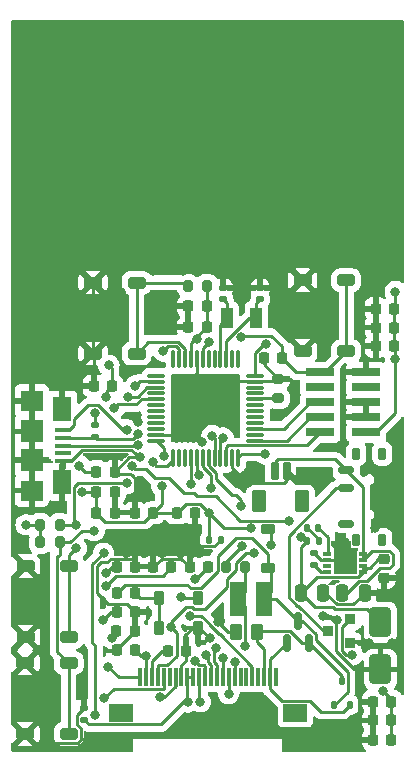
<source format=gbr>
%TF.GenerationSoftware,KiCad,Pcbnew,8.0.0*%
%TF.CreationDate,2024-03-03T14:06:41-06:00*%
%TF.ProjectId,Clock1,436c6f63-6b31-42e6-9b69-6361645f7063,4*%
%TF.SameCoordinates,Original*%
%TF.FileFunction,Copper,L1,Top*%
%TF.FilePolarity,Positive*%
%FSLAX46Y46*%
G04 Gerber Fmt 4.6, Leading zero omitted, Abs format (unit mm)*
G04 Created by KiCad (PCBNEW 8.0.0) date 2024-03-03 14:06:41*
%MOMM*%
%LPD*%
G01*
G04 APERTURE LIST*
G04 Aperture macros list*
%AMRoundRect*
0 Rectangle with rounded corners*
0 $1 Rounding radius*
0 $2 $3 $4 $5 $6 $7 $8 $9 X,Y pos of 4 corners*
0 Add a 4 corners polygon primitive as box body*
4,1,4,$2,$3,$4,$5,$6,$7,$8,$9,$2,$3,0*
0 Add four circle primitives for the rounded corners*
1,1,$1+$1,$2,$3*
1,1,$1+$1,$4,$5*
1,1,$1+$1,$6,$7*
1,1,$1+$1,$8,$9*
0 Add four rect primitives between the rounded corners*
20,1,$1+$1,$2,$3,$4,$5,0*
20,1,$1+$1,$4,$5,$6,$7,0*
20,1,$1+$1,$6,$7,$8,$9,0*
20,1,$1+$1,$8,$9,$2,$3,0*%
G04 Aperture macros list end*
%TA.AperFunction,SMDPad,CuDef*%
%ADD10R,0.889000X0.812800*%
%TD*%
%TA.AperFunction,SMDPad,CuDef*%
%ADD11RoundRect,0.135000X-0.185000X0.135000X-0.185000X-0.135000X0.185000X-0.135000X0.185000X0.135000X0*%
%TD*%
%TA.AperFunction,SMDPad,CuDef*%
%ADD12RoundRect,0.200000X0.200000X0.275000X-0.200000X0.275000X-0.200000X-0.275000X0.200000X-0.275000X0*%
%TD*%
%TA.AperFunction,SMDPad,CuDef*%
%ADD13RoundRect,0.150000X0.500000X-0.150000X0.500000X0.150000X-0.500000X0.150000X-0.500000X-0.150000X0*%
%TD*%
%TA.AperFunction,SMDPad,CuDef*%
%ADD14RoundRect,0.175000X0.175000X0.350000X-0.175000X0.350000X-0.175000X-0.350000X0.175000X-0.350000X0*%
%TD*%
%TA.AperFunction,SMDPad,CuDef*%
%ADD15R,2.400000X0.740000*%
%TD*%
%TA.AperFunction,SMDPad,CuDef*%
%ADD16RoundRect,0.225000X0.225000X0.250000X-0.225000X0.250000X-0.225000X-0.250000X0.225000X-0.250000X0*%
%TD*%
%TA.AperFunction,SMDPad,CuDef*%
%ADD17RoundRect,0.225000X-0.225000X-0.250000X0.225000X-0.250000X0.225000X0.250000X-0.225000X0.250000X0*%
%TD*%
%TA.AperFunction,SMDPad,CuDef*%
%ADD18RoundRect,0.140000X-0.170000X0.140000X-0.170000X-0.140000X0.170000X-0.140000X0.170000X0.140000X0*%
%TD*%
%TA.AperFunction,SMDPad,CuDef*%
%ADD19RoundRect,0.250000X-0.262500X-0.450000X0.262500X-0.450000X0.262500X0.450000X-0.262500X0.450000X0*%
%TD*%
%TA.AperFunction,SMDPad,CuDef*%
%ADD20RoundRect,0.200000X-0.200000X-0.275000X0.200000X-0.275000X0.200000X0.275000X-0.200000X0.275000X0*%
%TD*%
%TA.AperFunction,SMDPad,CuDef*%
%ADD21RoundRect,0.060000X0.240000X-0.715000X0.240000X0.715000X-0.240000X0.715000X-0.240000X-0.715000X0*%
%TD*%
%TA.AperFunction,SMDPad,CuDef*%
%ADD22RoundRect,0.120000X0.480000X-0.780000X0.480000X0.780000X-0.480000X0.780000X-0.480000X-0.780000X0*%
%TD*%
%TA.AperFunction,SMDPad,CuDef*%
%ADD23R,1.400000X3.000000*%
%TD*%
%TA.AperFunction,SMDPad,CuDef*%
%ADD24RoundRect,0.250000X-0.250000X-0.475000X0.250000X-0.475000X0.250000X0.475000X-0.250000X0.475000X0*%
%TD*%
%TA.AperFunction,SMDPad,CuDef*%
%ADD25RoundRect,0.150000X0.150000X-0.587500X0.150000X0.587500X-0.150000X0.587500X-0.150000X-0.587500X0*%
%TD*%
%TA.AperFunction,SMDPad,CuDef*%
%ADD26RoundRect,0.140000X0.170000X-0.140000X0.170000X0.140000X-0.170000X0.140000X-0.170000X-0.140000X0*%
%TD*%
%TA.AperFunction,SMDPad,CuDef*%
%ADD27RoundRect,0.109200X-0.030800X-0.670800X0.030800X-0.670800X0.030800X0.670800X-0.030800X0.670800X0*%
%TD*%
%TA.AperFunction,SMDPad,CuDef*%
%ADD28RoundRect,0.109200X-0.670800X0.030800X-0.670800X-0.030800X0.670800X-0.030800X0.670800X0.030800X0*%
%TD*%
%TA.AperFunction,SMDPad,CuDef*%
%ADD29RoundRect,0.225000X0.225000X0.375000X-0.225000X0.375000X-0.225000X-0.375000X0.225000X-0.375000X0*%
%TD*%
%TA.AperFunction,SMDPad,CuDef*%
%ADD30RoundRect,0.250000X0.512000X-0.250000X0.512000X0.250000X-0.512000X0.250000X-0.512000X-0.250000X0*%
%TD*%
%TA.AperFunction,SMDPad,CuDef*%
%ADD31RoundRect,0.225000X-0.250000X0.225000X-0.250000X-0.225000X0.250000X-0.225000X0.250000X0.225000X0*%
%TD*%
%TA.AperFunction,SMDPad,CuDef*%
%ADD32RoundRect,0.112500X-0.112500X-0.237500X0.112500X-0.237500X0.112500X0.237500X-0.112500X0.237500X0*%
%TD*%
%TA.AperFunction,SMDPad,CuDef*%
%ADD33RoundRect,0.140000X-0.140000X-0.170000X0.140000X-0.170000X0.140000X0.170000X-0.140000X0.170000X0*%
%TD*%
%TA.AperFunction,SMDPad,CuDef*%
%ADD34RoundRect,0.200000X-0.275000X0.200000X-0.275000X-0.200000X0.275000X-0.200000X0.275000X0.200000X0*%
%TD*%
%TA.AperFunction,SMDPad,CuDef*%
%ADD35RoundRect,0.147500X0.147500X0.172500X-0.147500X0.172500X-0.147500X-0.172500X0.147500X-0.172500X0*%
%TD*%
%TA.AperFunction,SMDPad,CuDef*%
%ADD36RoundRect,0.225000X-0.375000X0.225000X-0.375000X-0.225000X0.375000X-0.225000X0.375000X0.225000X0*%
%TD*%
%TA.AperFunction,SMDPad,CuDef*%
%ADD37RoundRect,0.250000X-0.650000X1.000000X-0.650000X-1.000000X0.650000X-1.000000X0.650000X1.000000X0*%
%TD*%
%TA.AperFunction,SMDPad,CuDef*%
%ADD38R,1.350000X0.400000*%
%TD*%
%TA.AperFunction,SMDPad,CuDef*%
%ADD39R,1.600000X2.100000*%
%TD*%
%TA.AperFunction,SMDPad,CuDef*%
%ADD40R,1.900000X1.800000*%
%TD*%
%TA.AperFunction,SMDPad,CuDef*%
%ADD41R,1.900000X1.900000*%
%TD*%
%TA.AperFunction,SMDPad,CuDef*%
%ADD42R,1.000000X1.800000*%
%TD*%
%TA.AperFunction,SMDPad,CuDef*%
%ADD43RoundRect,0.135000X-0.135000X-0.185000X0.135000X-0.185000X0.135000X0.185000X-0.135000X0.185000X0*%
%TD*%
%TA.AperFunction,SMDPad,CuDef*%
%ADD44RoundRect,0.225000X-0.225000X-0.375000X0.225000X-0.375000X0.225000X0.375000X-0.225000X0.375000X0*%
%TD*%
%TA.AperFunction,SMDPad,CuDef*%
%ADD45RoundRect,0.135000X0.185000X-0.135000X0.185000X0.135000X-0.185000X0.135000X-0.185000X-0.135000X0*%
%TD*%
%TA.AperFunction,SMDPad,CuDef*%
%ADD46R,0.750000X0.300000*%
%TD*%
%TA.AperFunction,SMDPad,CuDef*%
%ADD47R,1.900000X1.750000*%
%TD*%
%TA.AperFunction,SMDPad,CuDef*%
%ADD48R,2.000000X1.500000*%
%TD*%
%TA.AperFunction,SMDPad,CuDef*%
%ADD49R,0.300000X1.500000*%
%TD*%
%TA.AperFunction,ViaPad*%
%ADD50C,0.800000*%
%TD*%
%TA.AperFunction,Conductor*%
%ADD51C,0.250000*%
%TD*%
G04 APERTURE END LIST*
D10*
%TO.P,U1,1,GND*%
%TO.N,GND*%
X161994999Y-125224999D03*
%TO.P,U1,2,VOUT*%
%TO.N,VDD*%
X161994999Y-123175001D03*
%TO.P,U1,3,VIN*%
%TO.N,Vin*%
X160105000Y-124200000D03*
%TD*%
D11*
%TO.P,R9,1*%
%TO.N,VDD*%
X140390000Y-106740000D03*
%TO.P,R9,2*%
%TO.N,USB_DP*%
X140390000Y-107760000D03*
%TD*%
D12*
%TO.P,R6,1*%
%TO.N,/PB2*%
X137375000Y-116700000D03*
%TO.P,R6,2*%
%TO.N,VDD*%
X135725000Y-116700000D03*
%TD*%
D13*
%TO.P,SW1,1,A*%
%TO.N,V_BAT*%
X161650000Y-110600000D03*
%TO.P,SW1,2,B*%
%TO.N,Vin*%
X161650000Y-112100000D03*
%TO.P,SW1,3*%
%TO.N,N/C*%
X161650000Y-115100000D03*
D14*
%TO.P,SW1,4*%
X164700000Y-109175000D03*
X162500000Y-109175000D03*
X164700000Y-116525000D03*
X162500000Y-116525000D03*
%TD*%
D15*
%TO.P,J2,1,VTref*%
%TO.N,VDD*%
X163350000Y-107380000D03*
%TO.P,J2,2,SWDIO/TMS*%
%TO.N,/SWDIO*%
X159450000Y-107380000D03*
%TO.P,J2,3,GND*%
%TO.N,GND*%
X163350000Y-106110000D03*
%TO.P,J2,4,SWCLK/TCK*%
%TO.N,/SWDCLK*%
X159450000Y-106110000D03*
%TO.P,J2,5,GND*%
%TO.N,GND*%
X163350000Y-104840000D03*
%TO.P,J2,6,SWO/TDO*%
%TO.N,/SWO*%
X159450000Y-104840000D03*
%TO.P,J2,7,KEY*%
%TO.N,unconnected-(J2-KEY-Pad7)*%
X163350000Y-103570000D03*
%TO.P,J2,8,NC/TDI*%
%TO.N,unconnected-(J2-NC{slash}TDI-Pad8)*%
X159450000Y-103570000D03*
%TO.P,J2,9,GNDDetect*%
%TO.N,GND*%
X163350000Y-102300000D03*
%TO.P,J2,10,~{RESET}*%
%TO.N,/nRESET*%
X159450000Y-102300000D03*
%TD*%
D16*
%TO.P,C12,1*%
%TO.N,VDD*%
X149825000Y-96700000D03*
%TO.P,C12,2*%
%TO.N,GND*%
X148275000Y-96700000D03*
%TD*%
%TO.P,C21,1*%
%TO.N,GND*%
X143750000Y-124200000D03*
%TO.P,C21,2*%
%TO.N,Net-(D1-K)*%
X142200000Y-124200000D03*
%TD*%
D17*
%TO.P,C20,1*%
%TO.N,GND*%
X148400000Y-118800000D03*
%TO.P,C20,2*%
%TO.N,Net-(J3-VHDR)*%
X149950000Y-118800000D03*
%TD*%
D18*
%TO.P,C4,1*%
%TO.N,GND*%
X154370000Y-95140000D03*
%TO.P,C4,2*%
%TO.N,/OSC32_IN*%
X154370000Y-96100000D03*
%TD*%
D19*
%TO.P,R4,1*%
%TO.N,GND*%
X152287500Y-124300000D03*
%TO.P,R4,2*%
%TO.N,Net-(J3-RSE)*%
X154112500Y-124300000D03*
%TD*%
D20*
%TO.P,R1,1*%
%TO.N,/epaper/epaper.gpio_busy_n*%
X151450000Y-118800000D03*
%TO.P,R1,2*%
%TO.N,VDD*%
X153100000Y-118800000D03*
%TD*%
D21*
%TO.P,J4,1*%
%TO.N,GND*%
X156600000Y-110675000D03*
%TO.P,J4,2*%
%TO.N,V_BAT*%
X155600000Y-110675000D03*
D22*
%TO.P,J4,MP*%
%TO.N,N/C*%
X154300000Y-113200000D03*
X157900000Y-113200000D03*
%TD*%
D23*
%TO.P,L1,1,1*%
%TO.N,VDD*%
X152500000Y-121500000D03*
%TO.P,L1,2,2*%
%TO.N,Net-(D1-A)*%
X154700000Y-121500000D03*
%TD*%
D20*
%TO.P,R7,1*%
%TO.N,/PB3*%
X148225000Y-94950000D03*
%TO.P,R7,2*%
%TO.N,VDD*%
X149875000Y-94950000D03*
%TD*%
D24*
%TO.P,C30,1*%
%TO.N,V_BAT*%
X161300000Y-120950000D03*
%TO.P,C30,2*%
%TO.N,GND*%
X163200000Y-120950000D03*
%TD*%
D18*
%TO.P,C5,1*%
%TO.N,GND*%
X151250000Y-95140000D03*
%TO.P,C5,2*%
%TO.N,/OSC32_OUT*%
X151250000Y-96100000D03*
%TD*%
D16*
%TO.P,C14,1*%
%TO.N,VDD*%
X165475000Y-133400000D03*
%TO.P,C14,2*%
%TO.N,GND*%
X163925000Y-133400000D03*
%TD*%
%TO.P,C2,1*%
%TO.N,VDD*%
X145300000Y-114200000D03*
%TO.P,C2,2*%
%TO.N,GND*%
X143750000Y-114200000D03*
%TD*%
D17*
%TO.P,C10,1*%
%TO.N,VDD*%
X140500000Y-112450000D03*
%TO.P,C10,2*%
%TO.N,GND*%
X142050000Y-112450000D03*
%TD*%
D25*
%TO.P,Q2,1,G*%
%TO.N,Net-(J3-GDR)*%
X156600000Y-125200000D03*
%TO.P,Q2,2,S*%
%TO.N,Net-(J3-RSE)*%
X158500000Y-125200000D03*
%TO.P,Q2,3,D*%
%TO.N,Net-(D1-A)*%
X157550000Y-123325000D03*
%TD*%
D26*
%TO.P,C28,1*%
%TO.N,VDD*%
X139450000Y-131710000D03*
%TO.P,C28,2*%
%TO.N,GND*%
X139450000Y-130750000D03*
%TD*%
D16*
%TO.P,C7,1*%
%TO.N,VDD*%
X165700000Y-98500000D03*
%TO.P,C7,2*%
%TO.N,GND*%
X164150000Y-98500000D03*
%TD*%
%TO.P,C16,1*%
%TO.N,VDD*%
X165475000Y-130170000D03*
%TO.P,C16,2*%
%TO.N,GND*%
X163925000Y-130170000D03*
%TD*%
D27*
%TO.P,U4,1,VBAT*%
%TO.N,unconnected-(U4-VBAT-Pad1)*%
X152500000Y-101150000D03*
%TO.P,U4,2,PC13-TAMPER-RTC*%
%TO.N,unconnected-(U4-PC13-TAMPER-RTC-Pad2)*%
X152000000Y-101150000D03*
%TO.P,U4,3,PC14-OSC32_IN*%
%TO.N,/OSC32_IN*%
X151500000Y-101150000D03*
%TO.P,U4,4,PC15-OSC32_OUT*%
%TO.N,/OSC32_OUT*%
X151000000Y-101150000D03*
%TO.P,U4,5,PD0_OSC_IN*%
%TO.N,unconnected-(U4-PD0_OSC_IN-Pad5)*%
X150500000Y-101150000D03*
%TO.P,U4,6,PD1_OSC_OUT*%
%TO.N,unconnected-(U4-PD1_OSC_OUT-Pad6)*%
X150000000Y-101150000D03*
%TO.P,U4,7,NRST*%
%TO.N,/nRESET*%
X149500000Y-101150000D03*
%TO.P,U4,8,VSSA*%
%TO.N,GND*%
X149000000Y-101150000D03*
%TO.P,U4,9,VDDA*%
%TO.N,VDD*%
X148500000Y-101150000D03*
%TO.P,U4,10,PA0_WKUP*%
%TO.N,/PB3*%
X148000000Y-101150000D03*
%TO.P,U4,11,PA1*%
%TO.N,/PB2*%
X147500000Y-101150000D03*
%TO.P,U4,12,PA2*%
%TO.N,unconnected-(U4-PA2-Pad12)*%
X147000000Y-101150000D03*
D28*
%TO.P,U4,13,PA3*%
%TO.N,unconnected-(U4-PA3-Pad13)*%
X145570000Y-102580000D03*
%TO.P,U4,14,PA4*%
%TO.N,/epaper/epaper.spi_cs*%
X145570000Y-103080000D03*
%TO.P,U4,15,PA5*%
%TO.N,/epaper/epaper.spi_scl*%
X145570000Y-103580000D03*
%TO.P,U4,16,PA6*%
%TO.N,unconnected-(U4-PA6-Pad16)*%
X145570000Y-104080000D03*
%TO.P,U4,17,PA7*%
%TO.N,/epaper/epaper.spi_sda*%
X145570000Y-104580000D03*
%TO.P,U4,18,PB0*%
%TO.N,unconnected-(U4-PB0-Pad18)*%
X145570000Y-105080000D03*
%TO.P,U4,19,PB1*%
%TO.N,unconnected-(U4-PB1-Pad19)*%
X145570000Y-105580000D03*
%TO.P,U4,20,PB2*%
%TO.N,unconnected-(U4-PB2-Pad20)*%
X145570000Y-106080000D03*
%TO.P,U4,21,PB10*%
%TO.N,unconnected-(U4-PB10-Pad21)*%
X145570000Y-106580000D03*
%TO.P,U4,22,PB11*%
%TO.N,unconnected-(U4-PB11-Pad22)*%
X145570000Y-107080000D03*
%TO.P,U4,23,VSS*%
%TO.N,GND*%
X145570000Y-107580000D03*
%TO.P,U4,24,VDD*%
%TO.N,VDD*%
X145570000Y-108080000D03*
D27*
%TO.P,U4,25,PB12*%
%TO.N,/PB1*%
X147000000Y-109510000D03*
%TO.P,U4,26,PB13*%
%TO.N,unconnected-(U4-PB13-Pad26)*%
X147500000Y-109510000D03*
%TO.P,U4,27,PB14*%
%TO.N,unconnected-(U4-PB14-Pad27)*%
X148000000Y-109510000D03*
%TO.P,U4,28,PB15*%
%TO.N,/epaper/epaper.gpio_reset_n*%
X148500000Y-109510000D03*
%TO.P,U4,29,PA8*%
%TO.N,/epaper/epaper.gpio_bs*%
X149000000Y-109510000D03*
%TO.P,U4,30,PA9*%
%TO.N,/epaper/epaper.gpio_dc*%
X149500000Y-109510000D03*
%TO.P,U4,31,PA10*%
%TO.N,/epaper/epaper.gpio_busy_n*%
X150000000Y-109510000D03*
%TO.P,U4,32,PA11*%
%TO.N,USB_DM*%
X150500000Y-109510000D03*
%TO.P,U4,33,PA12*%
%TO.N,USB_DP*%
X151000000Y-109510000D03*
%TO.P,U4,34,PA13*%
%TO.N,/SWDIO*%
X151500000Y-109510000D03*
%TO.P,U4,35,VSS__1*%
%TO.N,GND*%
X152000000Y-109510000D03*
%TO.P,U4,36,VDD__1*%
%TO.N,VDD*%
X152500000Y-109510000D03*
D28*
%TO.P,U4,37,PA14*%
%TO.N,/SWDCLK*%
X153930000Y-108080000D03*
%TO.P,U4,38,PA15*%
%TO.N,unconnected-(U4-PA15-Pad38)*%
X153930000Y-107580000D03*
%TO.P,U4,39,PB3*%
%TO.N,/SWO*%
X153930000Y-107080000D03*
%TO.P,U4,40,PB4*%
%TO.N,unconnected-(U4-PB4-Pad40)*%
X153930000Y-106580000D03*
%TO.P,U4,41,PB5*%
%TO.N,unconnected-(U4-PB5-Pad41)*%
X153930000Y-106080000D03*
%TO.P,U4,42,PB6*%
%TO.N,unconnected-(U4-PB6-Pad42)*%
X153930000Y-105580000D03*
%TO.P,U4,43,PB7*%
%TO.N,unconnected-(U4-PB7-Pad43)*%
X153930000Y-105080000D03*
%TO.P,U4,44,BOOT0*%
%TO.N,/BOOT0*%
X153930000Y-104580000D03*
%TO.P,U4,45,PB8*%
%TO.N,unconnected-(U4-PB8-Pad45)*%
X153930000Y-104080000D03*
%TO.P,U4,46,PB9*%
%TO.N,unconnected-(U4-PB9-Pad46)*%
X153930000Y-103580000D03*
%TO.P,U4,47,VSS__2*%
%TO.N,GND*%
X153930000Y-103080000D03*
%TO.P,U4,48,VDD__2*%
%TO.N,VDD*%
X153930000Y-102580000D03*
%TD*%
D29*
%TO.P,D3,1,K*%
%TO.N,GND*%
X149100000Y-123900000D03*
%TO.P,D3,2,A*%
%TO.N,Net-(D2-K)*%
X145800000Y-123900000D03*
%TD*%
D30*
%TO.P,SW4,1,1*%
%TO.N,GND*%
X134450000Y-132900000D03*
X134450000Y-126900000D03*
%TO.P,SW4,2,2*%
%TO.N,/PB2*%
X138150000Y-132900000D03*
X138150000Y-126900000D03*
%TD*%
D31*
%TO.P,C18,1*%
%TO.N,USB_PWR_5V*%
X164850000Y-118125000D03*
%TO.P,C18,2*%
%TO.N,GND*%
X164850000Y-119675000D03*
%TD*%
D32*
%TO.P,Q1,1,D*%
%TO.N,Net-(D1-A)*%
X160650000Y-130450000D03*
%TO.P,Q1,2,G*%
%TO.N,Net-(J3-GDR)*%
X161950000Y-130450000D03*
%TO.P,Q1,3,S*%
%TO.N,Net-(J3-RSE)*%
X161300000Y-128450000D03*
%TD*%
D17*
%TO.P,C9,1*%
%TO.N,VDD*%
X140500000Y-114200000D03*
%TO.P,C9,2*%
%TO.N,GND*%
X142050000Y-114200000D03*
%TD*%
%TO.P,C27,1*%
%TO.N,Net-(D1-A)*%
X142225000Y-121000000D03*
%TO.P,C27,2*%
%TO.N,Net-(D2-K)*%
X143775000Y-121000000D03*
%TD*%
D16*
%TO.P,C6,1*%
%TO.N,VDD*%
X165700000Y-96900000D03*
%TO.P,C6,2*%
%TO.N,GND*%
X164150000Y-96900000D03*
%TD*%
%TO.P,C13,1*%
%TO.N,VDD*%
X149825000Y-98450000D03*
%TO.P,C13,2*%
%TO.N,GND*%
X148275000Y-98450000D03*
%TD*%
D17*
%TO.P,C25,1*%
%TO.N,GND*%
X145300000Y-118800000D03*
%TO.P,C25,2*%
%TO.N,Net-(J3-VCOM)*%
X146850000Y-118800000D03*
%TD*%
D33*
%TO.P,C29,1*%
%TO.N,VDD*%
X150050000Y-116450000D03*
%TO.P,C29,2*%
%TO.N,GND*%
X151010000Y-116450000D03*
%TD*%
D34*
%TO.P,R2,1*%
%TO.N,GND*%
X155900000Y-102850000D03*
%TO.P,R2,2*%
%TO.N,/BOOT0*%
X155900000Y-104500000D03*
%TD*%
D16*
%TO.P,C17,1*%
%TO.N,VDD*%
X165700000Y-100100000D03*
%TO.P,C17,2*%
%TO.N,GND*%
X164150000Y-100100000D03*
%TD*%
D30*
%TO.P,SW7,1,1*%
%TO.N,GND*%
X157950000Y-100500000D03*
X157950000Y-94500000D03*
%TO.P,SW7,2,2*%
%TO.N,/nRESET*%
X161650000Y-100500000D03*
X161650000Y-94500000D03*
%TD*%
D35*
%TO.P,D4,1,K*%
%TO.N,/power/CHG_STAT*%
X159300000Y-115450000D03*
%TO.P,D4,2,A*%
%TO.N,Net-(D4-A)*%
X158330000Y-115450000D03*
%TD*%
D30*
%TO.P,SW3,1,1*%
%TO.N,GND*%
X134500000Y-124700000D03*
X134500000Y-118700000D03*
%TO.P,SW3,2,2*%
%TO.N,/PB1*%
X138200000Y-124700000D03*
X138200000Y-118700000D03*
%TD*%
D16*
%TO.P,C24,1*%
%TO.N,GND*%
X148075000Y-125900000D03*
%TO.P,C24,2*%
%TO.N,Net-(J3-VDL)*%
X146525000Y-125900000D03*
%TD*%
D36*
%TO.P,D1,1,K*%
%TO.N,Net-(D1-K)*%
X155050000Y-115550000D03*
%TO.P,D1,2,A*%
%TO.N,Net-(D1-A)*%
X155050000Y-118850000D03*
%TD*%
D17*
%TO.P,C26,1*%
%TO.N,GND*%
X142225000Y-125800000D03*
%TO.P,C26,2*%
%TO.N,Net-(D2-A)*%
X143775000Y-125800000D03*
%TD*%
%TO.P,C8,1*%
%TO.N,VDD*%
X140500000Y-110700000D03*
%TO.P,C8,2*%
%TO.N,GND*%
X142050000Y-110700000D03*
%TD*%
D24*
%TO.P,C19,1*%
%TO.N,USB_PWR_5V*%
X157800000Y-120950000D03*
%TO.P,C19,2*%
%TO.N,GND*%
X159700000Y-120950000D03*
%TD*%
D12*
%TO.P,R5,1*%
%TO.N,/PB1*%
X137375000Y-115200000D03*
%TO.P,R5,2*%
%TO.N,VDD*%
X135725000Y-115200000D03*
%TD*%
D16*
%TO.P,C22,1*%
%TO.N,GND*%
X143800000Y-118800000D03*
%TO.P,C22,2*%
%TO.N,Net-(J3-VDH)*%
X142250000Y-118800000D03*
%TD*%
D17*
%TO.P,C3,1*%
%TO.N,GND*%
X154650000Y-101100000D03*
%TO.P,C3,2*%
%TO.N,/nRESET*%
X156200000Y-101100000D03*
%TD*%
D37*
%TO.P,D5,1,K*%
%TO.N,USB_PWR_5V*%
X164550000Y-123450000D03*
%TO.P,D5,2,A*%
%TO.N,GND*%
X164550000Y-127450000D03*
%TD*%
D16*
%TO.P,C23,1*%
%TO.N,GND*%
X143775000Y-122600000D03*
%TO.P,C23,2*%
%TO.N,Net-(J3-VDDD)*%
X142225000Y-122600000D03*
%TD*%
D38*
%TO.P,J1,1,1*%
%TO.N,USB_PWR_5V*%
X137700000Y-107200000D03*
%TO.P,J1,2,2*%
%TO.N,USB_DP*%
X137700000Y-107850000D03*
%TO.P,J1,3,3*%
%TO.N,USB_DM*%
X137700000Y-108500000D03*
%TO.P,J1,4,4*%
%TO.N,unconnected-(J1-Pad4)*%
X137700000Y-109150000D03*
%TO.P,J1,5,5*%
%TO.N,GND*%
X137700000Y-109800000D03*
D39*
%TO.P,J1,MP1,MP1*%
X137575000Y-105400000D03*
%TO.P,J1,MP2,MP2*%
X137575000Y-111600000D03*
D40*
%TO.P,J1,MP3,MP3*%
X135025000Y-104700000D03*
D41*
%TO.P,J1,MP4,MP4*%
X135025000Y-107300000D03*
%TO.P,J1,MP5,MP5*%
X135025000Y-109700000D03*
D40*
%TO.P,J1,MP6,MP6*%
X135025000Y-112300000D03*
%TD*%
D17*
%TO.P,C1,1*%
%TO.N,VDD*%
X147300000Y-114200000D03*
%TO.P,C1,2*%
%TO.N,GND*%
X148850000Y-114200000D03*
%TD*%
D42*
%TO.P,Y1,1,1*%
%TO.N,/OSC32_IN*%
X154050000Y-97700000D03*
%TO.P,Y1,2,2*%
%TO.N,/OSC32_OUT*%
X151550000Y-97700000D03*
%TD*%
D43*
%TO.P,R8,1*%
%TO.N,USB_PWR_5V*%
X158290000Y-116600000D03*
%TO.P,R8,2*%
%TO.N,Net-(D4-A)*%
X159310000Y-116600000D03*
%TD*%
D44*
%TO.P,D2,1,K*%
%TO.N,Net-(D2-K)*%
X145800000Y-121400000D03*
%TO.P,D2,2,A*%
%TO.N,Net-(D2-A)*%
X149100000Y-121400000D03*
%TD*%
D45*
%TO.P,R3,1*%
%TO.N,Net-(IC1-PROG)*%
X158900000Y-118620000D03*
%TO.P,R3,2*%
%TO.N,GND*%
X158900000Y-117600000D03*
%TD*%
D16*
%TO.P,C15,1*%
%TO.N,VDD*%
X165475000Y-131770000D03*
%TO.P,C15,2*%
%TO.N,GND*%
X163925000Y-131770000D03*
%TD*%
%TO.P,C11,1*%
%TO.N,VDD*%
X141825000Y-103450000D03*
%TO.P,C11,2*%
%TO.N,GND*%
X140275000Y-103450000D03*
%TD*%
D46*
%TO.P,IC1,1,VDD_1*%
%TO.N,USB_PWR_5V*%
X163050000Y-119200000D03*
%TO.P,IC1,2,VDD_2*%
X163050000Y-118700000D03*
%TO.P,IC1,3,VBAT_1*%
%TO.N,V_BAT*%
X163050000Y-118200000D03*
%TO.P,IC1,4,VBAT_2*%
X163050000Y-117700000D03*
%TO.P,IC1,5,STAT*%
%TO.N,/power/CHG_STAT*%
X160050000Y-117700000D03*
%TO.P,IC1,6,VSS*%
%TO.N,GND*%
X160050000Y-118200000D03*
%TO.P,IC1,7,NC*%
%TO.N,unconnected-(IC1-NC-Pad7)*%
X160050000Y-118700000D03*
%TO.P,IC1,8,PROG*%
%TO.N,Net-(IC1-PROG)*%
X160050000Y-119200000D03*
D47*
%TO.P,IC1,9,GND*%
%TO.N,GND*%
X161550000Y-118450000D03*
%TD*%
D30*
%TO.P,SW5,1,1*%
%TO.N,GND*%
X140200000Y-100700000D03*
X140200000Y-94700000D03*
%TO.P,SW5,2,2*%
%TO.N,/PB3*%
X143900000Y-100700000D03*
X143900000Y-94700000D03*
%TD*%
D48*
%TO.P,J3,*%
%TO.N,*%
X142550000Y-131100000D03*
X157350000Y-131100000D03*
D49*
%TO.P,J3,1,NC*%
%TO.N,unconnected-(J3-NC-Pad1)*%
X155700000Y-128100000D03*
%TO.P,J3,2,GDR*%
%TO.N,Net-(J3-GDR)*%
X155200000Y-128100000D03*
%TO.P,J3,3,RSE*%
%TO.N,Net-(J3-RSE)*%
X154700000Y-128100000D03*
%TO.P,J3,4,NC*%
%TO.N,unconnected-(J3-NC-Pad4)*%
X154200000Y-128100000D03*
%TO.P,J3,5,VHDR*%
%TO.N,Net-(J3-VHDR)*%
X153700000Y-128100000D03*
%TO.P,J3,6,NC*%
%TO.N,unconnected-(J3-NC-Pad6)*%
X153200000Y-128100000D03*
%TO.P,J3,7,NC*%
%TO.N,unconnected-(J3-NC-Pad7)*%
X152700000Y-128100000D03*
%TO.P,J3,8,BS*%
%TO.N,/epaper/epaper.gpio_bs*%
X152200000Y-128100000D03*
%TO.P,J3,9,BUSY*%
%TO.N,/epaper/epaper.gpio_busy_n*%
X151700000Y-128100000D03*
%TO.P,J3,10,RESET*%
%TO.N,/epaper/epaper.gpio_reset_n*%
X151200000Y-128100000D03*
%TO.P,J3,11,D/C*%
%TO.N,/epaper/epaper.gpio_dc*%
X150700000Y-128100000D03*
%TO.P,J3,12,CS*%
%TO.N,/epaper/epaper.spi_cs*%
X150200000Y-128100000D03*
%TO.P,J3,13,SCL*%
%TO.N,/epaper/epaper.spi_scl*%
X149700000Y-128100000D03*
%TO.P,J3,14,SDA*%
%TO.N,/epaper/epaper.spi_sda*%
X149200000Y-128100000D03*
%TO.P,J3,15,VDDIO*%
%TO.N,VDD*%
X148700000Y-128100000D03*
%TO.P,J3,16,VDDA*%
X148200000Y-128100000D03*
%TO.P,J3,17,GND*%
%TO.N,GND*%
X147700000Y-128100000D03*
%TO.P,J3,18,VDDD*%
%TO.N,Net-(J3-VDDD)*%
X147200000Y-128100000D03*
%TO.P,J3,19,NC*%
%TO.N,unconnected-(J3-NC-Pad19)*%
X146700000Y-128100000D03*
%TO.P,J3,20,VDH*%
%TO.N,Net-(J3-VDH)*%
X146200000Y-128100000D03*
%TO.P,J3,21,VGH*%
%TO.N,Net-(D1-K)*%
X145700000Y-128100000D03*
%TO.P,J3,22,VDL*%
%TO.N,Net-(J3-VDL)*%
X145200000Y-128100000D03*
%TO.P,J3,23,VGL*%
%TO.N,Net-(D2-A)*%
X144700000Y-128100000D03*
%TO.P,J3,24,VCOM*%
%TO.N,Net-(J3-VCOM)*%
X144200000Y-128100000D03*
%TD*%
D50*
%TO.N,GND*%
X150100000Y-124800000D03*
%TO.N,VDD*%
X148242504Y-130221815D03*
%TO.N,USB_PWR_5V*%
X143050000Y-107150000D03*
%TO.N,VDD*%
X141350000Y-104400000D03*
X140400000Y-105750000D03*
%TO.N,/PB1*%
X145250000Y-109900000D03*
%TO.N,VDD*%
X154900000Y-99900000D03*
%TO.N,GND*%
X142550000Y-97450000D03*
X145050000Y-95950000D03*
X164050000Y-115500000D03*
X146800000Y-98700000D03*
X144800000Y-112450000D03*
X144000000Y-106500000D03*
X165300000Y-121200000D03*
X165550000Y-125200000D03*
X160883722Y-123229000D03*
X153300000Y-111700000D03*
X144200000Y-109500000D03*
X142550000Y-99450000D03*
X159680411Y-122933000D03*
X145050000Y-98700000D03*
X147800000Y-93700000D03*
X146800000Y-95950000D03*
X161550000Y-116700000D03*
X150800000Y-123450000D03*
X149408297Y-108186638D03*
X163550000Y-125200000D03*
X145300000Y-93700000D03*
X142550000Y-95450000D03*
X148800000Y-115700000D03*
%TO.N,Net-(J3-VHDR)*%
X148808637Y-119780205D03*
X148439915Y-122911291D03*
%TO.N,Net-(D1-K)*%
X153817061Y-117606306D03*
X146777875Y-123861374D03*
X155300000Y-116950000D03*
X141833000Y-124815025D03*
%TO.N,Net-(J3-VDH)*%
X141306000Y-119307334D03*
X141179000Y-129900000D03*
%TO.N,Net-(J3-VDDD)*%
X145924163Y-129824163D03*
X141079000Y-123257025D03*
%TO.N,Net-(J3-VCOM)*%
X141306000Y-120381868D03*
X141506000Y-127200000D03*
%TO.N,Net-(D2-A)*%
X147660915Y-121278906D03*
X144700000Y-126300000D03*
%TO.N,/epaper/epaper.spi_cs*%
X149760015Y-126256523D03*
X143800000Y-103450000D03*
%TO.N,/epaper/epaper.spi_scl*%
X143148500Y-104360977D03*
X148808361Y-126709599D03*
%TO.N,/epaper/epaper.spi_sda*%
X140400000Y-131300000D03*
X141100837Y-117606000D03*
X149296122Y-130193351D03*
X142003589Y-105329848D03*
%TO.N,/epaper/epaper.gpio_bs*%
X152245944Y-126849291D03*
X149217613Y-110961434D03*
%TO.N,/epaper/epaper.gpio_dc*%
X150200000Y-112100000D03*
X150620012Y-125647158D03*
%TO.N,/epaper/epaper.gpio_busy_n*%
X152800000Y-116975000D03*
X152700000Y-113600000D03*
X151700000Y-129500000D03*
%TO.N,/epaper/epaper.gpio_reset_n*%
X148535555Y-111765000D03*
X151238986Y-126486986D03*
%TO.N,VDD*%
X165800000Y-101200000D03*
X162178779Y-126195164D03*
X149050000Y-99450000D03*
X164750000Y-129250000D03*
X150050000Y-114200000D03*
X146044450Y-111929426D03*
X154800000Y-109200000D03*
X153550000Y-115500000D03*
X146220950Y-109417697D03*
X165800000Y-95450000D03*
X139050000Y-110200000D03*
X139300000Y-112450000D03*
X153050000Y-125450000D03*
X134550000Y-115200000D03*
X141550000Y-101700000D03*
%TO.N,USB_DP*%
X144000000Y-107500000D03*
X151223332Y-107841181D03*
%TO.N,USB_DM*%
X144050000Y-108450000D03*
X150300000Y-107647002D03*
%TO.N,/nRESET*%
X152757725Y-99319000D03*
X150050000Y-99700000D03*
%TO.N,/PB1*%
X138800000Y-117200000D03*
X143050000Y-111700000D03*
X138800000Y-115200000D03*
%TO.N,/PB2*%
X146165742Y-100500000D03*
X140300000Y-115700000D03*
%TO.N,USB_PWR_5V*%
X156776490Y-114921354D03*
X143500000Y-110200000D03*
X157827000Y-116231501D03*
%TD*%
D51*
%TO.N,GND*%
X149200000Y-123900000D02*
X150100000Y-124800000D01*
X149100000Y-123900000D02*
X149200000Y-123900000D01*
%TO.N,Net-(J3-VHDR)*%
X149392105Y-122911291D02*
X148439915Y-122911291D01*
X150021000Y-123621000D02*
X150021000Y-123540186D01*
X150879000Y-124479000D02*
X150021000Y-123621000D01*
X150959814Y-124479000D02*
X150879000Y-124479000D01*
X150021000Y-123540186D02*
X149392105Y-122911291D01*
X153700000Y-127219186D02*
X150959814Y-124479000D01*
X153700000Y-128100000D02*
X153700000Y-127219186D01*
%TO.N,Net-(J3-VDDD)*%
X146248837Y-129824163D02*
X145924163Y-129824163D01*
X147200000Y-128100000D02*
X147200000Y-128873000D01*
%TO.N,/epaper/epaper.spi_sda*%
X149200000Y-130097229D02*
X149296122Y-130193351D01*
X149200000Y-128100000D02*
X149200000Y-130097229D01*
%TO.N,Net-(J3-VDH)*%
X141977000Y-129102000D02*
X141179000Y-129900000D01*
X146200000Y-128100000D02*
X146200000Y-129100000D01*
X146198000Y-129102000D02*
X141977000Y-129102000D01*
X146200000Y-129100000D02*
X146198000Y-129102000D01*
%TO.N,Net-(J3-VDDD)*%
X147200000Y-128873000D02*
X146248837Y-129824163D01*
%TO.N,GND*%
X135202000Y-133652000D02*
X134450000Y-132900000D01*
X138898000Y-133652000D02*
X135202000Y-133652000D01*
X139164000Y-132414000D02*
X139164000Y-133386000D01*
X138888000Y-132138000D02*
X139164000Y-132414000D01*
X139164000Y-133386000D02*
X138898000Y-133652000D01*
X138888000Y-131312000D02*
X138888000Y-132138000D01*
X139450000Y-130750000D02*
X138888000Y-131312000D01*
%TO.N,Net-(J3-VCOM)*%
X142406000Y-128100000D02*
X141506000Y-127200000D01*
X144200000Y-128100000D02*
X142406000Y-128100000D01*
%TO.N,Net-(J3-VDDD)*%
X141736025Y-122600000D02*
X141079000Y-123257025D01*
%TO.N,Net-(D1-K)*%
X142200000Y-124200000D02*
X141833000Y-124567000D01*
X141833000Y-124567000D02*
X141833000Y-124815025D01*
%TO.N,Net-(J3-VDDD)*%
X142225000Y-122600000D02*
X141736025Y-122600000D01*
%TO.N,/epaper/epaper.spi_sda*%
X140150000Y-118556837D02*
X141100837Y-117606000D01*
X140400000Y-131300000D02*
X140400000Y-125421138D01*
X140400000Y-125421138D02*
X140150000Y-125171138D01*
%TO.N,Net-(J3-VCOM)*%
X142160868Y-119527000D02*
X141306000Y-120381868D01*
X146123000Y-119527000D02*
X142160868Y-119527000D01*
%TO.N,GND*%
X141423510Y-118385000D02*
X141735510Y-118073000D01*
X143548000Y-118073000D02*
X143800000Y-118325000D01*
X140854995Y-118385000D02*
X141423510Y-118385000D01*
X140527000Y-118712995D02*
X140854995Y-118385000D01*
X140527000Y-120949068D02*
X140527000Y-118712995D01*
X143048000Y-121873000D02*
X141450932Y-121873000D01*
X143775000Y-122600000D02*
X143048000Y-121873000D01*
X143800000Y-118325000D02*
X143800000Y-118800000D01*
X141450932Y-121873000D02*
X140527000Y-120949068D01*
%TO.N,Net-(J3-VCOM)*%
X146850000Y-118800000D02*
X146123000Y-119527000D01*
%TO.N,/epaper/epaper.spi_sda*%
X140150000Y-125171138D02*
X140150000Y-118556837D01*
%TO.N,GND*%
X141735510Y-118073000D02*
X143548000Y-118073000D01*
%TO.N,Net-(J3-VDH)*%
X141813334Y-118800000D02*
X141306000Y-119307334D01*
X142250000Y-118800000D02*
X141813334Y-118800000D01*
%TO.N,VDD*%
X145999674Y-132102000D02*
X139842000Y-132102000D01*
X139842000Y-132102000D02*
X139450000Y-131710000D01*
X148200000Y-129901674D02*
X145999674Y-132102000D01*
X148200000Y-128100000D02*
X148200000Y-129901674D01*
%TO.N,USB_PWR_5V*%
X138175000Y-107200000D02*
X137700000Y-107200000D01*
X138627000Y-106273000D02*
X138627000Y-106748000D01*
X139802000Y-105098000D02*
X138627000Y-106273000D01*
X143050000Y-107150000D02*
X142722068Y-107150000D01*
%TO.N,/epaper/epaper.spi_sda*%
X143870182Y-105012977D02*
X142320460Y-105012977D01*
X145570000Y-104560000D02*
X144323159Y-104560000D01*
%TO.N,USB_PWR_5V*%
X142722068Y-107150000D02*
X140670068Y-105098000D01*
%TO.N,/epaper/epaper.spi_sda*%
X144323159Y-104560000D02*
X143870182Y-105012977D01*
%TO.N,USB_PWR_5V*%
X140670068Y-105098000D02*
X139802000Y-105098000D01*
%TO.N,USB_DP*%
X140559000Y-107929000D02*
X143571000Y-107929000D01*
X143571000Y-107929000D02*
X144000000Y-107500000D01*
%TO.N,/epaper/epaper.spi_sda*%
X142320460Y-105012977D02*
X142003589Y-105329848D01*
%TO.N,USB_DP*%
X140390000Y-107760000D02*
X140559000Y-107929000D01*
%TO.N,USB_PWR_5V*%
X138627000Y-106748000D02*
X138175000Y-107200000D01*
%TO.N,VDD*%
X141350000Y-104400000D02*
X141350000Y-103925000D01*
X141350000Y-103925000D02*
X141825000Y-103450000D01*
X140390000Y-105760000D02*
X140400000Y-105750000D01*
X140390000Y-106740000D02*
X140390000Y-105760000D01*
%TO.N,USB_DP*%
X140300000Y-107850000D02*
X140390000Y-107760000D01*
X137700000Y-107850000D02*
X140300000Y-107850000D01*
%TO.N,/PB1*%
X147000000Y-109740321D02*
X147000000Y-109510000D01*
X146517321Y-110223000D02*
X147000000Y-109740321D01*
X145573000Y-110223000D02*
X146517321Y-110223000D01*
X145250000Y-109900000D02*
X145573000Y-110223000D01*
%TO.N,VDD*%
X146220950Y-108710950D02*
X146220950Y-109417697D01*
X145570000Y-108060000D02*
X146220950Y-108710950D01*
%TO.N,USB_PWR_5V*%
X156703136Y-114848000D02*
X156776490Y-114921354D01*
X152664374Y-114848000D02*
X156703136Y-114848000D01*
X150610374Y-112794000D02*
X152664374Y-114848000D01*
X149028831Y-112794000D02*
X150610374Y-112794000D01*
X147917476Y-112544000D02*
X148778831Y-112544000D01*
X146608000Y-111234524D02*
X147917476Y-112544000D01*
X148778831Y-112544000D02*
X149028831Y-112794000D01*
X144730871Y-110482544D02*
X145482851Y-111234524D01*
X143782544Y-110482544D02*
X144730871Y-110482544D01*
X145482851Y-111234524D02*
X146608000Y-111234524D01*
X143500000Y-110200000D02*
X143782544Y-110482544D01*
%TO.N,VDD*%
X153930000Y-102580000D02*
X153930000Y-100664186D01*
X153930000Y-100664186D02*
X154694186Y-99900000D01*
%TO.N,/nRESET*%
X152897486Y-99179239D02*
X152757725Y-99319000D01*
X155280912Y-99179239D02*
X152897486Y-99179239D01*
X156200000Y-101100000D02*
X156200000Y-100098327D01*
X156200000Y-100098327D02*
X155280912Y-99179239D01*
%TO.N,VDD*%
X154694186Y-99900000D02*
X154900000Y-99900000D01*
%TO.N,GND*%
X154650000Y-101600000D02*
X155900000Y-102850000D01*
X154650000Y-101100000D02*
X154650000Y-101600000D01*
X140275000Y-100775000D02*
X140200000Y-100700000D01*
X143750000Y-114200000D02*
X142050000Y-114200000D01*
X151650000Y-124300000D02*
X150800000Y-123450000D01*
X148801659Y-107580000D02*
X149408297Y-108186638D01*
X156347999Y-111702000D02*
X153302000Y-111702000D01*
X143250000Y-109500000D02*
X144200000Y-109500000D01*
X147940920Y-125765920D02*
X147940920Y-124609080D01*
X138375000Y-109800000D02*
X139275000Y-108900000D01*
X143475836Y-111024164D02*
X143750000Y-111298327D01*
X164850000Y-120750000D02*
X165300000Y-121200000D01*
X152287500Y-124300000D02*
X151650000Y-124300000D01*
X148800000Y-114250000D02*
X148850000Y-114200000D01*
X143372673Y-110921000D02*
X143475836Y-111024164D01*
X143800000Y-118800000D02*
X145300000Y-118800000D01*
X148075000Y-125900000D02*
X147940920Y-125765920D01*
X148400000Y-118800000D02*
X148400000Y-118038173D01*
X143750000Y-122625000D02*
X143775000Y-122600000D01*
X148650000Y-123900000D02*
X149100000Y-123900000D01*
X142225000Y-125800000D02*
X142225000Y-125725000D01*
X147700000Y-128100000D02*
X147700000Y-127100000D01*
X162200000Y-121950000D02*
X163200000Y-120950000D01*
X144000000Y-106500000D02*
X143900000Y-106677932D01*
X159858138Y-120950000D02*
X160858138Y-121950000D01*
X164550000Y-127450000D02*
X162331942Y-127450000D01*
X153302000Y-111702000D02*
X153300000Y-111700000D01*
X148075000Y-126725000D02*
X148075000Y-125900000D01*
X148850000Y-114200000D02*
X148800000Y-114200000D01*
X142050000Y-110700000D02*
X142271000Y-110921000D01*
X160110000Y-118200000D02*
X161360000Y-118200000D01*
X160801500Y-123541600D02*
X160192900Y-122933000D01*
X142050000Y-112450000D02*
X142186706Y-112586706D01*
X150448000Y-117012000D02*
X149426173Y-117012000D01*
X152000000Y-110400000D02*
X152000000Y-109490000D01*
X142186706Y-112586706D02*
X142186706Y-114063294D01*
X142050000Y-110700000D02*
X143250000Y-109500000D01*
X148400000Y-118038173D02*
X149329000Y-117109173D01*
X143400000Y-108900000D02*
X144200000Y-109500000D01*
X145570000Y-107580000D02*
X148801659Y-107580000D01*
X142225000Y-125725000D02*
X143750000Y-124200000D01*
X164850000Y-119675000D02*
X164850000Y-120750000D01*
X148400000Y-118800000D02*
X147673000Y-118073000D01*
X161360000Y-118200000D02*
X161610000Y-118450000D01*
X153300000Y-111700000D02*
X152000000Y-110400000D01*
X147700000Y-127100000D02*
X148075000Y-126725000D01*
X155900000Y-102850000D02*
X155690000Y-103060000D01*
X160192900Y-122933000D02*
X159680411Y-122933000D01*
X156600000Y-111449999D02*
X156347999Y-111702000D01*
X155690000Y-103060000D02*
X153930000Y-103060000D01*
X140275000Y-103450000D02*
X140275000Y-100775000D01*
X137575000Y-109925000D02*
X137700000Y-109800000D01*
X148800000Y-115700000D02*
X148800000Y-114250000D01*
X139275000Y-108900000D02*
X143400000Y-108900000D01*
X149426173Y-117012000D02*
X149329000Y-117109173D01*
X159700000Y-120950000D02*
X159858138Y-120950000D01*
X159500000Y-118200000D02*
X160110000Y-118200000D01*
X142186706Y-114063294D02*
X142050000Y-114200000D01*
X140200000Y-94700000D02*
X140200000Y-100700000D01*
X151010000Y-116450000D02*
X150448000Y-117012000D01*
X149000000Y-101130000D02*
X149000000Y-102700000D01*
X151250000Y-95140000D02*
X154370000Y-95140000D01*
X160801500Y-125919558D02*
X160801500Y-123541600D01*
X147940920Y-124609080D02*
X148650000Y-123900000D01*
X137700000Y-109800000D02*
X138375000Y-109800000D01*
X147673000Y-118073000D02*
X146027000Y-118073000D01*
X153930000Y-103060000D02*
X151740000Y-103060000D01*
X144800000Y-112450000D02*
X144800000Y-112348328D01*
X143750000Y-111298327D02*
X143750000Y-114200000D01*
X143750000Y-124200000D02*
X143750000Y-122625000D01*
X162331942Y-127450000D02*
X160801500Y-125919558D01*
X142271000Y-110921000D02*
X143372673Y-110921000D01*
X156600000Y-110675000D02*
X156600000Y-111449999D01*
X146027000Y-118073000D02*
X145300000Y-118800000D01*
X160858138Y-121950000D02*
X162200000Y-121950000D01*
X158900000Y-117600000D02*
X159500000Y-118200000D01*
X144800000Y-112348328D02*
X143475836Y-111024164D01*
%TO.N,V_BAT*%
X161650000Y-110600000D02*
X160698000Y-109648000D01*
X163850000Y-117400000D02*
X163050000Y-118200000D01*
X165300000Y-117400000D02*
X163850000Y-117400000D01*
X163047616Y-114437488D02*
X163047616Y-111997616D01*
X165577000Y-118573000D02*
X165577000Y-117677000D01*
X162735138Y-119973000D02*
X163396186Y-119973000D01*
X155852001Y-109648000D02*
X155600000Y-109900001D01*
X165300000Y-118850000D02*
X165577000Y-118573000D01*
X163047616Y-111997616D02*
X161650000Y-110600000D01*
X165577000Y-117677000D02*
X165300000Y-117400000D01*
X163050000Y-118200000D02*
X163050000Y-117700000D01*
X164519186Y-118850000D02*
X165300000Y-118850000D01*
X163396186Y-119973000D02*
X164519186Y-118850000D01*
X163101688Y-117648312D02*
X163101688Y-114603904D01*
X155600000Y-109900001D02*
X155600000Y-110675000D01*
X161758138Y-120950000D02*
X162735138Y-119973000D01*
X160698000Y-109648000D02*
X155852001Y-109648000D01*
X163050000Y-117700000D02*
X163101688Y-117648312D01*
X161300000Y-120950000D02*
X161758138Y-120950000D01*
X163101688Y-114603904D02*
X163047616Y-114437488D01*
%TO.N,Net-(J3-VHDR)*%
X148808637Y-119780205D02*
X148969795Y-119780205D01*
X148969795Y-119780205D02*
X149950000Y-118800000D01*
%TO.N,Net-(D1-K)*%
X155300000Y-115800000D02*
X155050000Y-115550000D01*
X146777875Y-123471658D02*
X146777875Y-123861374D01*
X151548000Y-119821766D02*
X151548000Y-120450000D01*
X145700000Y-127100000D02*
X145702000Y-127098000D01*
X153143694Y-117606306D02*
X152300000Y-118450000D01*
X152300000Y-119069766D02*
X151548000Y-119821766D01*
X145702000Y-127098000D02*
X146482814Y-127098000D01*
X147300000Y-126280814D02*
X147300000Y-124383499D01*
X148551477Y-122132291D02*
X148117242Y-122132291D01*
X147300000Y-124383499D02*
X146777875Y-123861374D01*
X148117242Y-122132291D02*
X146777875Y-123471658D01*
X146482814Y-127098000D02*
X147300000Y-126280814D01*
X145700000Y-128100000D02*
X145700000Y-127100000D01*
X152300000Y-118450000D02*
X152300000Y-119069766D01*
X155300000Y-116950000D02*
X155300000Y-115800000D01*
X149675000Y-122323000D02*
X148742186Y-122323000D01*
X151548000Y-120450000D02*
X149675000Y-122323000D01*
X148742186Y-122323000D02*
X148551477Y-122132291D01*
X153817061Y-117606306D02*
X153143694Y-117606306D01*
%TO.N,Net-(J3-VDL)*%
X146525000Y-125900000D02*
X146075000Y-125900000D01*
X146075000Y-125900000D02*
X145200000Y-126775000D01*
X145200000Y-126775000D02*
X145200000Y-128100000D01*
%TO.N,Net-(D2-A)*%
X149100000Y-121400000D02*
X147991192Y-121400000D01*
X147870098Y-121278906D02*
X147660915Y-121278906D01*
X144275000Y-126300000D02*
X143775000Y-125800000D01*
X147991192Y-121400000D02*
X147870098Y-121278906D01*
X144700000Y-126300000D02*
X144275000Y-126300000D01*
X144700000Y-126300000D02*
X144700000Y-128100000D01*
%TO.N,Net-(D1-A)*%
X142952000Y-120273000D02*
X148199759Y-120273000D01*
X157550000Y-123325000D02*
X155725000Y-121500000D01*
X150798000Y-119107814D02*
X150798000Y-117875327D01*
X161777000Y-127677000D02*
X159052000Y-124952000D01*
X155300000Y-120900000D02*
X154700000Y-121500000D01*
X152350327Y-116323000D02*
X153673000Y-116323000D01*
X148199759Y-120273000D02*
X148474759Y-120548000D01*
X153673000Y-116323000D02*
X155050000Y-117700000D01*
X142225000Y-121000000D02*
X142952000Y-120273000D01*
X149357814Y-120548000D02*
X150798000Y-119107814D01*
X157935170Y-123325000D02*
X157550000Y-123325000D01*
X155300000Y-118650000D02*
X155300000Y-120900000D01*
X161777000Y-129323000D02*
X161777000Y-127677000D01*
X155725000Y-121500000D02*
X154700000Y-121500000D01*
X160650000Y-130450000D02*
X161777000Y-129323000D01*
X159052000Y-124952000D02*
X159052000Y-124441830D01*
X159052000Y-124441830D02*
X157935170Y-123325000D01*
X148474759Y-120548000D02*
X149357814Y-120548000D01*
X155050000Y-117700000D02*
X155050000Y-118850000D01*
X150798000Y-117875327D02*
X152350327Y-116323000D01*
%TO.N,Net-(D2-K)*%
X145800000Y-121400000D02*
X144175000Y-121400000D01*
X145800000Y-121400000D02*
X145800000Y-123900000D01*
X144175000Y-121400000D02*
X143775000Y-121000000D01*
%TO.N,Net-(J3-RSE)*%
X156920670Y-124210500D02*
X154202000Y-124210500D01*
X154202000Y-124210500D02*
X154112500Y-124300000D01*
X161300000Y-128000000D02*
X158500000Y-125200000D01*
X161300000Y-128450000D02*
X161300000Y-128000000D01*
X154112500Y-125095659D02*
X154112500Y-124300000D01*
X158500000Y-125200000D02*
X157910170Y-125200000D01*
X157910170Y-125200000D02*
X156920670Y-124210500D01*
X154700000Y-125683159D02*
X154112500Y-125095659D01*
X154700000Y-128100000D02*
X154700000Y-125683159D01*
%TO.N,Net-(J3-GDR)*%
X161348000Y-131052000D02*
X159556000Y-131052000D01*
X159556000Y-131052000D02*
X158602000Y-130098000D01*
X161950000Y-130450000D02*
X161348000Y-131052000D01*
X156198000Y-130098000D02*
X155200000Y-129100000D01*
X158602000Y-130098000D02*
X156198000Y-130098000D01*
X155200000Y-126600000D02*
X155200000Y-128100000D01*
X156600000Y-125200000D02*
X155200000Y-126600000D01*
X155200000Y-129100000D02*
X155200000Y-128100000D01*
%TO.N,/epaper/epaper.spi_cs*%
X149950731Y-126447239D02*
X149760015Y-126256523D01*
X144190000Y-103060000D02*
X145570000Y-103060000D01*
X149950731Y-126826779D02*
X149950731Y-126447239D01*
X143800000Y-103450000D02*
X144190000Y-103060000D01*
X150200000Y-127076048D02*
X149950731Y-126826779D01*
X150200000Y-128100000D02*
X150200000Y-127076048D01*
%TO.N,/epaper/epaper.spi_scl*%
X145570000Y-103560000D02*
X144790000Y-103560000D01*
X144790000Y-103560000D02*
X143989023Y-104360977D01*
X149196762Y-127098000D02*
X149602000Y-127098000D01*
X149602000Y-127098000D02*
X149700000Y-127196000D01*
X149700000Y-127196000D02*
X149700000Y-128100000D01*
X143989023Y-104360977D02*
X143148500Y-104360977D01*
X148808361Y-126709599D02*
X149196762Y-127098000D01*
%TO.N,/epaper/epaper.gpio_bs*%
X149000000Y-109490000D02*
X149000000Y-110743821D01*
X149000000Y-110743821D02*
X149217613Y-110961434D01*
X152200000Y-126895235D02*
X152245944Y-126849291D01*
X152200000Y-128100000D02*
X152200000Y-126895235D01*
%TO.N,/epaper/epaper.gpio_dc*%
X149500000Y-110270000D02*
X149500000Y-109490000D01*
X150200000Y-112100000D02*
X150200000Y-110970000D01*
X150479086Y-126821976D02*
X150479086Y-125788084D01*
X150700000Y-128100000D02*
X150700000Y-127042890D01*
X150479086Y-125788084D02*
X150620012Y-125647158D01*
X150700000Y-127042890D02*
X150479086Y-126821976D01*
X150200000Y-110970000D02*
X149500000Y-110270000D01*
%TO.N,/epaper/epaper.gpio_busy_n*%
X151450000Y-118325000D02*
X152800000Y-116975000D01*
X152300000Y-112700000D02*
X151977932Y-112700000D01*
X151977932Y-112700000D02*
X150600000Y-111322068D01*
X151700000Y-128100000D02*
X151700000Y-129500000D01*
X152700000Y-113100000D02*
X152300000Y-112700000D01*
X150600000Y-111322068D02*
X150600000Y-110836842D01*
X151450000Y-118800000D02*
X151450000Y-118325000D01*
X152700000Y-113600000D02*
X152700000Y-113100000D01*
X150600000Y-110836842D02*
X150000000Y-110236843D01*
X150000000Y-110236843D02*
X150000000Y-109490000D01*
%TO.N,/epaper/epaper.gpio_reset_n*%
X151200000Y-128100000D02*
X151200000Y-126525972D01*
X151200000Y-126525972D02*
X151238986Y-126486986D01*
X148500000Y-111729445D02*
X148535555Y-111765000D01*
X148500000Y-109490000D02*
X148500000Y-111729445D01*
%TO.N,VDD*%
X141250000Y-114950000D02*
X144550000Y-114950000D01*
X139550000Y-110700000D02*
X139050000Y-110200000D01*
X165475000Y-130170000D02*
X165475000Y-131770000D01*
X146044450Y-113455550D02*
X146044450Y-111929426D01*
X149050000Y-99225000D02*
X149050000Y-99450000D01*
X153052000Y-125448000D02*
X153052000Y-122052000D01*
X164180000Y-107380000D02*
X165800000Y-105760000D01*
X145300000Y-114200000D02*
X146044450Y-113455550D01*
X148500000Y-99775000D02*
X148500000Y-101130000D01*
X161610264Y-126195164D02*
X162178779Y-126195164D01*
X148700000Y-128100000D02*
X148200000Y-128100000D01*
X150050000Y-116450000D02*
X150050000Y-114244186D01*
X149875000Y-96650000D02*
X149825000Y-96700000D01*
X153052000Y-122052000D02*
X152500000Y-121500000D01*
X165700000Y-100100000D02*
X165700000Y-96900000D01*
X165800000Y-100200000D02*
X165700000Y-100100000D01*
X150050000Y-114244186D02*
X150050000Y-114244186D01*
X149255814Y-113450000D02*
X148050000Y-113450000D01*
X150050000Y-114244186D02*
X150050000Y-114200000D01*
X161298499Y-125883399D02*
X161610264Y-126195164D01*
X148825000Y-99450000D02*
X148500000Y-99775000D01*
X147300000Y-114200000D02*
X145300000Y-114200000D01*
X149825000Y-98450000D02*
X149050000Y-99225000D01*
X148050000Y-113450000D02*
X147300000Y-114200000D01*
X152790000Y-109200000D02*
X154800000Y-109200000D01*
X141825000Y-101975000D02*
X141550000Y-101700000D01*
X141825000Y-103450000D02*
X141825000Y-101975000D01*
X140500000Y-112450000D02*
X139300000Y-112450000D01*
X144550000Y-114950000D02*
X145300000Y-114200000D01*
X165475000Y-129975000D02*
X164750000Y-129250000D01*
X153100000Y-120900000D02*
X153100000Y-118800000D01*
X140500000Y-112450000D02*
X140500000Y-114200000D01*
X165800000Y-105760000D02*
X165800000Y-101200000D01*
X153050000Y-125450000D02*
X153052000Y-125448000D01*
X165475000Y-130170000D02*
X165475000Y-129975000D01*
X150050000Y-114200000D02*
X150005814Y-114200000D01*
X149875000Y-94950000D02*
X149875000Y-96650000D01*
X152500000Y-121500000D02*
X153100000Y-120900000D01*
X161298499Y-123871501D02*
X161298499Y-125883399D01*
X140500000Y-110700000D02*
X139550000Y-110700000D01*
X153500000Y-115450000D02*
X153550000Y-115500000D01*
X149050000Y-99450000D02*
X148825000Y-99450000D01*
X161994999Y-123175001D02*
X161298499Y-123871501D01*
X165475000Y-131770000D02*
X165475000Y-133400000D01*
X165800000Y-96800000D02*
X165700000Y-96900000D01*
X150005814Y-114200000D02*
X149255814Y-113450000D01*
X165800000Y-95450000D02*
X165800000Y-96800000D01*
X135725000Y-115200000D02*
X134550000Y-115200000D01*
X150050000Y-114200000D02*
X151300000Y-115450000D01*
X163350000Y-107380000D02*
X164180000Y-107380000D01*
X135725000Y-116700000D02*
X135725000Y-115200000D01*
X149825000Y-96700000D02*
X149825000Y-98450000D01*
X151300000Y-115450000D02*
X153500000Y-115450000D01*
X152500000Y-109490000D02*
X152790000Y-109200000D01*
X140500000Y-114200000D02*
X141250000Y-114950000D01*
X165800000Y-101200000D02*
X165800000Y-100200000D01*
%TO.N,USB_DP*%
X151000000Y-109482500D02*
X151000000Y-108064513D01*
X151000000Y-108064513D02*
X151223332Y-107841181D01*
%TO.N,USB_DM*%
X143800000Y-108450000D02*
X144050000Y-108450000D01*
X150300000Y-107647002D02*
X150500000Y-107847002D01*
X137700000Y-108500000D02*
X143750000Y-108500000D01*
X143750000Y-108500000D02*
X143800000Y-108450000D01*
X150500000Y-107847002D02*
X150500000Y-109482500D01*
%TO.N,/nRESET*%
X157400000Y-102300000D02*
X156200000Y-101100000D01*
X149500000Y-100250000D02*
X149500000Y-101130000D01*
X159450000Y-102300000D02*
X159850000Y-102300000D01*
X149500000Y-100360000D02*
X149500000Y-101130000D01*
X149500000Y-100360000D02*
X149500000Y-101140000D01*
X159450000Y-102300000D02*
X157400000Y-102300000D01*
X161650000Y-100500000D02*
X161650000Y-94500000D01*
X159850000Y-102300000D02*
X161650000Y-100500000D01*
X150050000Y-99700000D02*
X149500000Y-100250000D01*
%TO.N,/OSC32_IN*%
X153454000Y-97700000D02*
X151500000Y-99654000D01*
X154050000Y-97700000D02*
X153454000Y-97700000D01*
X154050000Y-97700000D02*
X154050000Y-96420000D01*
X154050000Y-96420000D02*
X154370000Y-96100000D01*
X151500000Y-99654000D02*
X151500000Y-101130000D01*
%TO.N,/OSC32_OUT*%
X151550000Y-97700000D02*
X151550000Y-96400000D01*
X151000000Y-98250000D02*
X151000000Y-101130000D01*
X151550000Y-97700000D02*
X151000000Y-98250000D01*
X151550000Y-96400000D02*
X151250000Y-96100000D01*
%TO.N,/SWDIO*%
X151672000Y-108478000D02*
X151500000Y-108650000D01*
X159450000Y-107380000D02*
X158352000Y-108478000D01*
X151500000Y-108650000D02*
X151500000Y-109510000D01*
X158352000Y-108478000D02*
X151672000Y-108478000D01*
%TO.N,/SWDCLK*%
X159450000Y-106110000D02*
X158620000Y-106110000D01*
X156650000Y-108080000D02*
X153930000Y-108080000D01*
X158620000Y-106110000D02*
X156650000Y-108080000D01*
%TO.N,/SWO*%
X158620000Y-104840000D02*
X156380000Y-107080000D01*
X156380000Y-107080000D02*
X153930000Y-107080000D01*
X159450000Y-104840000D02*
X158620000Y-104840000D01*
%TO.N,/BOOT0*%
X153990000Y-104500000D02*
X153930000Y-104560000D01*
X155900000Y-104500000D02*
X153990000Y-104500000D01*
%TO.N,/PB1*%
X138200000Y-118700000D02*
X138200000Y-117800000D01*
X138200000Y-117800000D02*
X138800000Y-117200000D01*
X138977327Y-111671000D02*
X138627000Y-112021327D01*
X138627000Y-112021327D02*
X138627000Y-115027000D01*
X143021000Y-111671000D02*
X138977327Y-111671000D01*
X138200000Y-124700000D02*
X138200000Y-118700000D01*
X137375000Y-115200000D02*
X138800000Y-115200000D01*
X143050000Y-111700000D02*
X143021000Y-111671000D01*
X138627000Y-115027000D02*
X138800000Y-115200000D01*
%TO.N,/PB2*%
X147500000Y-100350000D02*
X147248000Y-100098000D01*
X139300000Y-115700000D02*
X140300000Y-115700000D01*
X147500000Y-101130000D02*
X147500000Y-100350000D01*
X147248000Y-100098000D02*
X146567742Y-100098000D01*
X137375000Y-116700000D02*
X138300000Y-116700000D01*
X137186000Y-117950000D02*
X137375000Y-117761000D01*
X137186000Y-125936000D02*
X137186000Y-117950000D01*
X138150000Y-126900000D02*
X137186000Y-125936000D01*
X147500000Y-101140000D02*
X147500000Y-100427586D01*
X137375000Y-117761000D02*
X137375000Y-116700000D01*
X138300000Y-116700000D02*
X139300000Y-115700000D01*
X138150000Y-132900000D02*
X138150000Y-126900000D01*
X146567742Y-100098000D02*
X146165742Y-100500000D01*
X137186000Y-117950000D02*
X137186000Y-117814000D01*
%TO.N,/PB3*%
X147404158Y-99721000D02*
X144879000Y-99721000D01*
X143900000Y-94700000D02*
X147975000Y-94700000D01*
X148000000Y-100316842D02*
X147404158Y-99721000D01*
X143900000Y-94700000D02*
X143900000Y-100700000D01*
X148000000Y-101130000D02*
X148000000Y-100316842D01*
X144879000Y-99721000D02*
X143900000Y-100700000D01*
X147975000Y-94700000D02*
X148225000Y-94950000D01*
%TO.N,USB_PWR_5V*%
X162648000Y-119602000D02*
X163050000Y-119200000D01*
X163310000Y-119000000D02*
X163110000Y-119200000D01*
X164850000Y-118125000D02*
X164375000Y-118125000D01*
X164375000Y-118125000D02*
X163650000Y-118850000D01*
X163110000Y-118850000D02*
X163110000Y-119200000D01*
X158195499Y-116600000D02*
X157827000Y-116231501D01*
X163427000Y-122327000D02*
X160701979Y-122327000D01*
X163110000Y-118700000D02*
X163110000Y-118850000D01*
X157800000Y-120950000D02*
X159148000Y-119602000D01*
X159004000Y-122154000D02*
X157800000Y-120950000D01*
X158290000Y-116600000D02*
X158195499Y-116600000D01*
X160528980Y-122154000D02*
X159004000Y-122154000D01*
X157800000Y-117090000D02*
X158290000Y-116600000D01*
X164550000Y-123450000D02*
X163427000Y-122327000D01*
X159148000Y-119602000D02*
X162648000Y-119602000D01*
X157800000Y-120950000D02*
X157800000Y-117090000D01*
X163650000Y-118850000D02*
X163110000Y-118850000D01*
X160701979Y-122327000D02*
X160528980Y-122154000D01*
%TO.N,/power/CHG_STAT*%
X159300000Y-115450000D02*
X160110000Y-116260000D01*
X160110000Y-116260000D02*
X160110000Y-117700000D01*
%TO.N,Net-(D4-A)*%
X159310000Y-116600000D02*
X159310000Y-116430000D01*
X159310000Y-116430000D02*
X158330000Y-115450000D01*
%TO.N,Net-(IC1-PROG)*%
X159480000Y-119200000D02*
X160110000Y-119200000D01*
X158900000Y-118620000D02*
X159480000Y-119200000D01*
%TO.N,Vin*%
X156764813Y-121356675D02*
X156764813Y-116126121D01*
X160790934Y-112100000D02*
X161650000Y-112100000D01*
X156764813Y-116126121D02*
X160790934Y-112100000D01*
X157458138Y-122050000D02*
X156764813Y-121356675D01*
X159735170Y-124200000D02*
X157585170Y-122050000D01*
X157585170Y-122050000D02*
X157458138Y-122050000D01*
X160105000Y-124200000D02*
X159735170Y-124200000D01*
%TD*%
%TA.AperFunction,Conductor*%
%TO.N,GND*%
G36*
X166493039Y-72469685D02*
G01*
X166538794Y-72522489D01*
X166550000Y-72574000D01*
X166550000Y-94638464D01*
X166530315Y-94705503D01*
X166477511Y-94751258D01*
X166408353Y-94761202D01*
X166353115Y-94738782D01*
X166252734Y-94665851D01*
X166252729Y-94665848D01*
X166079807Y-94588857D01*
X166079802Y-94588855D01*
X165934001Y-94557865D01*
X165894646Y-94549500D01*
X165705354Y-94549500D01*
X165672897Y-94556398D01*
X165520197Y-94588855D01*
X165520192Y-94588857D01*
X165347270Y-94665848D01*
X165347265Y-94665851D01*
X165194129Y-94777111D01*
X165067466Y-94917785D01*
X164972821Y-95081715D01*
X164972818Y-95081722D01*
X164919113Y-95247011D01*
X164914326Y-95261744D01*
X164894540Y-95450000D01*
X164914326Y-95638256D01*
X164914327Y-95638259D01*
X164972818Y-95818277D01*
X164972820Y-95818281D01*
X164972821Y-95818284D01*
X165006149Y-95876010D01*
X165037940Y-95931074D01*
X165054412Y-95998974D01*
X165031559Y-96065001D01*
X165018233Y-96080754D01*
X165012327Y-96086660D01*
X164951004Y-96120145D01*
X164881312Y-96115161D01*
X164836965Y-96086660D01*
X164827732Y-96077427D01*
X164827728Y-96077424D01*
X164683492Y-95988457D01*
X164683481Y-95988452D01*
X164522606Y-95935144D01*
X164423322Y-95925000D01*
X164400000Y-95925000D01*
X164400000Y-101074999D01*
X164423308Y-101074999D01*
X164423322Y-101074998D01*
X164522607Y-101064855D01*
X164683481Y-101011547D01*
X164683490Y-101011543D01*
X164715551Y-100991767D01*
X164782943Y-100973325D01*
X164849607Y-100994246D01*
X164894378Y-101047887D01*
X164903971Y-101110264D01*
X164894540Y-101199999D01*
X164894540Y-101200000D01*
X164908383Y-101331715D01*
X164909150Y-101339006D01*
X164896580Y-101407736D01*
X164848848Y-101458759D01*
X164781108Y-101475877D01*
X164742496Y-101468149D01*
X164657380Y-101436403D01*
X164657372Y-101436401D01*
X164597844Y-101430000D01*
X163600000Y-101430000D01*
X163600000Y-102426000D01*
X163580315Y-102493039D01*
X163527511Y-102538794D01*
X163476000Y-102550000D01*
X161650000Y-102550000D01*
X161650000Y-102717844D01*
X161656401Y-102777372D01*
X161656403Y-102777379D01*
X161698763Y-102890952D01*
X161703747Y-102960644D01*
X161698763Y-102977618D01*
X161655908Y-103092517D01*
X161649548Y-103151677D01*
X161649501Y-103152123D01*
X161649500Y-103152135D01*
X161649500Y-103987870D01*
X161649501Y-103987876D01*
X161655908Y-104047483D01*
X161698763Y-104162381D01*
X161703747Y-104232073D01*
X161698763Y-104249047D01*
X161656403Y-104362620D01*
X161656401Y-104362627D01*
X161650000Y-104422155D01*
X161650000Y-104590000D01*
X163476000Y-104590000D01*
X163543039Y-104609685D01*
X163588794Y-104662489D01*
X163600000Y-104714000D01*
X163600000Y-106236000D01*
X163580315Y-106303039D01*
X163527511Y-106348794D01*
X163476000Y-106360000D01*
X161650000Y-106360000D01*
X161650000Y-106527844D01*
X161656401Y-106587372D01*
X161656403Y-106587379D01*
X161698763Y-106700952D01*
X161703747Y-106770644D01*
X161698763Y-106787618D01*
X161655908Y-106902517D01*
X161649501Y-106962116D01*
X161649501Y-106962123D01*
X161649500Y-106962135D01*
X161649500Y-107797870D01*
X161649501Y-107797876D01*
X161655908Y-107857483D01*
X161706202Y-107992328D01*
X161706206Y-107992335D01*
X161766708Y-108073154D01*
X161792454Y-108107546D01*
X161846430Y-108147952D01*
X161888300Y-108203885D01*
X161893284Y-108273577D01*
X161859800Y-108334899D01*
X161789348Y-108405351D01*
X161704488Y-108545727D01*
X161704485Y-108545736D01*
X161655687Y-108702335D01*
X161655685Y-108702343D01*
X161652247Y-108740184D01*
X161649500Y-108770408D01*
X161649500Y-109415548D01*
X161629815Y-109482587D01*
X161577011Y-109528342D01*
X161507853Y-109538286D01*
X161444297Y-109509261D01*
X161437819Y-109503229D01*
X161188198Y-109253608D01*
X161188178Y-109253586D01*
X161096733Y-109162141D01*
X161045509Y-109127915D01*
X161027451Y-109115849D01*
X160994286Y-109093688D01*
X160994283Y-109093686D01*
X160994282Y-109093686D01*
X160994281Y-109093685D01*
X160899225Y-109054313D01*
X160892289Y-109051440D01*
X160880452Y-109046537D01*
X160880448Y-109046536D01*
X160880444Y-109046535D01*
X160808940Y-109032311D01*
X160808931Y-109032311D01*
X160759607Y-109022500D01*
X160759606Y-109022500D01*
X158991451Y-109022500D01*
X158924412Y-109002815D01*
X158878657Y-108950011D01*
X158868713Y-108880853D01*
X158897738Y-108817297D01*
X158903770Y-108810819D01*
X159427772Y-108286818D01*
X159489095Y-108253333D01*
X159515453Y-108250499D01*
X160697871Y-108250499D01*
X160697872Y-108250499D01*
X160757483Y-108244091D01*
X160892331Y-108193796D01*
X161007546Y-108107546D01*
X161093796Y-107992331D01*
X161144091Y-107857483D01*
X161150500Y-107797873D01*
X161150499Y-106962128D01*
X161144091Y-106902517D01*
X161140361Y-106892517D01*
X161101503Y-106788333D01*
X161096519Y-106718642D01*
X161101503Y-106701667D01*
X161109106Y-106681283D01*
X161144091Y-106587483D01*
X161150500Y-106527873D01*
X161150499Y-105692128D01*
X161144091Y-105632517D01*
X161140967Y-105624142D01*
X161101503Y-105518333D01*
X161096519Y-105448642D01*
X161101503Y-105431667D01*
X161108020Y-105414194D01*
X161144091Y-105317483D01*
X161150500Y-105257873D01*
X161150500Y-105090000D01*
X161650000Y-105090000D01*
X161650000Y-105257844D01*
X161656401Y-105317372D01*
X161656403Y-105317380D01*
X161699029Y-105431667D01*
X161704013Y-105501359D01*
X161699029Y-105518333D01*
X161656403Y-105632619D01*
X161656401Y-105632627D01*
X161650000Y-105692155D01*
X161650000Y-105860000D01*
X163100000Y-105860000D01*
X163100000Y-105090000D01*
X161650000Y-105090000D01*
X161150500Y-105090000D01*
X161150499Y-104422128D01*
X161145299Y-104373757D01*
X161144091Y-104362516D01*
X161101503Y-104248333D01*
X161096519Y-104178642D01*
X161101503Y-104161667D01*
X161121552Y-104107913D01*
X161144091Y-104047483D01*
X161150500Y-103987873D01*
X161150499Y-103152128D01*
X161144091Y-103092517D01*
X161143367Y-103090577D01*
X161104907Y-102987460D01*
X161101502Y-102978332D01*
X161096519Y-102908642D01*
X161101503Y-102891667D01*
X161115229Y-102854866D01*
X161144091Y-102777483D01*
X161150500Y-102717873D01*
X161150499Y-101935451D01*
X161170183Y-101868413D01*
X161186813Y-101847776D01*
X161497772Y-101536818D01*
X161559095Y-101503333D01*
X161585453Y-101500499D01*
X161599991Y-101500499D01*
X161667030Y-101520184D01*
X161712785Y-101572988D01*
X161722729Y-101642146D01*
X161708821Y-101683930D01*
X161706645Y-101687913D01*
X161656403Y-101822620D01*
X161656401Y-101822627D01*
X161650000Y-101882155D01*
X161650000Y-102050000D01*
X163100000Y-102050000D01*
X163100000Y-101430000D01*
X162842730Y-101430000D01*
X162775691Y-101410315D01*
X162729936Y-101357511D01*
X162719992Y-101288353D01*
X162749017Y-101224797D01*
X162754580Y-101218821D01*
X162754705Y-101218662D01*
X162754712Y-101218656D01*
X162846814Y-101069334D01*
X162901999Y-100902797D01*
X162912500Y-100800009D01*
X162912499Y-100350000D01*
X163200001Y-100350000D01*
X163200001Y-100398322D01*
X163210144Y-100497607D01*
X163263452Y-100658481D01*
X163263457Y-100658492D01*
X163352424Y-100802728D01*
X163352427Y-100802732D01*
X163472267Y-100922572D01*
X163472271Y-100922575D01*
X163616507Y-101011542D01*
X163616518Y-101011547D01*
X163777393Y-101064855D01*
X163876683Y-101074999D01*
X163900000Y-101074998D01*
X163900000Y-100350000D01*
X163200001Y-100350000D01*
X162912499Y-100350000D01*
X162912499Y-100199992D01*
X162909580Y-100171420D01*
X162901999Y-100097203D01*
X162901998Y-100097200D01*
X162875230Y-100016420D01*
X162846814Y-99930666D01*
X162797059Y-99850000D01*
X163200000Y-99850000D01*
X163900000Y-99850000D01*
X163900000Y-98750000D01*
X163200001Y-98750000D01*
X163200001Y-98798322D01*
X163210144Y-98897607D01*
X163263452Y-99058481D01*
X163263457Y-99058492D01*
X163352424Y-99202728D01*
X163352427Y-99202732D01*
X163362014Y-99212319D01*
X163395499Y-99273642D01*
X163390515Y-99343334D01*
X163362014Y-99387681D01*
X163352427Y-99397267D01*
X163352424Y-99397271D01*
X163263457Y-99541507D01*
X163263452Y-99541518D01*
X163210144Y-99702393D01*
X163200000Y-99801677D01*
X163200000Y-99850000D01*
X162797059Y-99850000D01*
X162754712Y-99781344D01*
X162630656Y-99657288D01*
X162481334Y-99565186D01*
X162360494Y-99525143D01*
X162303051Y-99485371D01*
X162276228Y-99420855D01*
X162275500Y-99407438D01*
X162275500Y-98250000D01*
X163200000Y-98250000D01*
X163900000Y-98250000D01*
X163900000Y-97150000D01*
X163200001Y-97150000D01*
X163200001Y-97198322D01*
X163210144Y-97297607D01*
X163263452Y-97458481D01*
X163263457Y-97458492D01*
X163352424Y-97602728D01*
X163352427Y-97602732D01*
X163362014Y-97612319D01*
X163395499Y-97673642D01*
X163390515Y-97743334D01*
X163362014Y-97787681D01*
X163352427Y-97797267D01*
X163352424Y-97797271D01*
X163263457Y-97941507D01*
X163263452Y-97941518D01*
X163210144Y-98102393D01*
X163200000Y-98201677D01*
X163200000Y-98250000D01*
X162275500Y-98250000D01*
X162275500Y-96650000D01*
X163200000Y-96650000D01*
X163900000Y-96650000D01*
X163900000Y-95924999D01*
X163876693Y-95925000D01*
X163876674Y-95925001D01*
X163777392Y-95935144D01*
X163616518Y-95988452D01*
X163616507Y-95988457D01*
X163472271Y-96077424D01*
X163472267Y-96077427D01*
X163352427Y-96197267D01*
X163352424Y-96197271D01*
X163263457Y-96341507D01*
X163263452Y-96341518D01*
X163210144Y-96502393D01*
X163200000Y-96601677D01*
X163200000Y-96650000D01*
X162275500Y-96650000D01*
X162275500Y-95592561D01*
X162295185Y-95525522D01*
X162347989Y-95479767D01*
X162360482Y-95474860D01*
X162481334Y-95434814D01*
X162630656Y-95342712D01*
X162754712Y-95218656D01*
X162846814Y-95069334D01*
X162901999Y-94902797D01*
X162912500Y-94800009D01*
X162912499Y-94199992D01*
X162905417Y-94130668D01*
X162901999Y-94097203D01*
X162901998Y-94097200D01*
X162887953Y-94054815D01*
X162846814Y-93930666D01*
X162754712Y-93781344D01*
X162630656Y-93657288D01*
X162481334Y-93565186D01*
X162314797Y-93510001D01*
X162314795Y-93510000D01*
X162212010Y-93499500D01*
X161087998Y-93499500D01*
X161087981Y-93499501D01*
X160985203Y-93510000D01*
X160985200Y-93510001D01*
X160818668Y-93565185D01*
X160818663Y-93565187D01*
X160669342Y-93657289D01*
X160545289Y-93781342D01*
X160453187Y-93930663D01*
X160453185Y-93930668D01*
X160436393Y-93981344D01*
X160398001Y-94097203D01*
X160398001Y-94097204D01*
X160398000Y-94097204D01*
X160387500Y-94199983D01*
X160387500Y-94800001D01*
X160387501Y-94800019D01*
X160398000Y-94902796D01*
X160398001Y-94902799D01*
X160453185Y-95069331D01*
X160453187Y-95069336D01*
X160460823Y-95081716D01*
X160545288Y-95218656D01*
X160669344Y-95342712D01*
X160818666Y-95434814D01*
X160939506Y-95474856D01*
X160996949Y-95514627D01*
X161023772Y-95579143D01*
X161024500Y-95592561D01*
X161024500Y-99407438D01*
X161004815Y-99474477D01*
X160952011Y-99520232D01*
X160939507Y-99525143D01*
X160890091Y-99541518D01*
X160818666Y-99565186D01*
X160818663Y-99565187D01*
X160669342Y-99657289D01*
X160545289Y-99781342D01*
X160453187Y-99930663D01*
X160453185Y-99930668D01*
X160436393Y-99981344D01*
X160398001Y-100097203D01*
X160398001Y-100097204D01*
X160398000Y-100097204D01*
X160387500Y-100199983D01*
X160387500Y-100800001D01*
X160387501Y-100800017D01*
X160388733Y-100812069D01*
X160375963Y-100880762D01*
X160353056Y-100912352D01*
X159872228Y-101393181D01*
X159810905Y-101426666D01*
X159784547Y-101429500D01*
X159142523Y-101429500D01*
X159075484Y-101409815D01*
X159029729Y-101357011D01*
X159019785Y-101287853D01*
X159048810Y-101224297D01*
X159054112Y-101218601D01*
X159054315Y-101218346D01*
X159146356Y-101069124D01*
X159146358Y-101069119D01*
X159201505Y-100902697D01*
X159201506Y-100902690D01*
X159211999Y-100799986D01*
X159211999Y-100200028D01*
X159211998Y-100200012D01*
X159201505Y-100097302D01*
X159146358Y-99930880D01*
X159146356Y-99930875D01*
X159054315Y-99781654D01*
X159038107Y-99765446D01*
X158037681Y-100765872D01*
X157976358Y-100799357D01*
X157906666Y-100794373D01*
X157862319Y-100765872D01*
X156861893Y-99765446D01*
X156838868Y-99765446D01*
X156828254Y-99771241D01*
X156758563Y-99766252D01*
X156702632Y-99724378D01*
X156698801Y-99718964D01*
X156685858Y-99699594D01*
X156685855Y-99699590D01*
X156494094Y-99507829D01*
X157311381Y-99507829D01*
X157950000Y-100146447D01*
X157950001Y-100146447D01*
X158588617Y-99507828D01*
X158511980Y-99500000D01*
X157388029Y-99500000D01*
X157388008Y-99500002D01*
X157311382Y-99507828D01*
X157311381Y-99507829D01*
X156494094Y-99507829D01*
X155773840Y-98787577D01*
X155773837Y-98787573D01*
X155773837Y-98787574D01*
X155766770Y-98780507D01*
X155766770Y-98780506D01*
X155679645Y-98693381D01*
X155679644Y-98693380D01*
X155679643Y-98693379D01*
X155611538Y-98647873D01*
X155577198Y-98624927D01*
X155577199Y-98624927D01*
X155577197Y-98624926D01*
X155533655Y-98606891D01*
X155490113Y-98588856D01*
X155463365Y-98577776D01*
X155453339Y-98575782D01*
X155402941Y-98565757D01*
X155342522Y-98553739D01*
X155342519Y-98553739D01*
X155342518Y-98553739D01*
X155174500Y-98553739D01*
X155107461Y-98534054D01*
X155061706Y-98481250D01*
X155050500Y-98429739D01*
X155050499Y-96752129D01*
X155050498Y-96752123D01*
X155050497Y-96752116D01*
X155044249Y-96693984D01*
X155056656Y-96625225D01*
X155060798Y-96617625D01*
X155132494Y-96496395D01*
X155173223Y-96356206D01*
X155177642Y-96340997D01*
X155177643Y-96340991D01*
X155178262Y-96333126D01*
X155180500Y-96304690D01*
X155180500Y-95895310D01*
X155177643Y-95859007D01*
X155164503Y-95813781D01*
X155144400Y-95744587D01*
X155132494Y-95703605D01*
X155120089Y-95682630D01*
X155102906Y-95614909D01*
X155120091Y-95556384D01*
X155132032Y-95536194D01*
X155144822Y-95492170D01*
X157311382Y-95492170D01*
X157388019Y-95499999D01*
X158511971Y-95499999D01*
X158511987Y-95499998D01*
X158588617Y-95492169D01*
X157950001Y-94853553D01*
X157950000Y-94853553D01*
X157311382Y-95492170D01*
X155144822Y-95492170D01*
X155174504Y-95390000D01*
X154868352Y-95390000D01*
X154805233Y-95372732D01*
X154796395Y-95367506D01*
X154796393Y-95367505D01*
X154796389Y-95367503D01*
X154640997Y-95322357D01*
X154640991Y-95322356D01*
X154604697Y-95319500D01*
X154604690Y-95319500D01*
X154135310Y-95319500D01*
X154135302Y-95319500D01*
X154099008Y-95322356D01*
X154099002Y-95322357D01*
X153943610Y-95367503D01*
X153943605Y-95367506D01*
X153934766Y-95372732D01*
X153871648Y-95390000D01*
X153565496Y-95390000D01*
X153607968Y-95536194D01*
X153619911Y-95556389D01*
X153637092Y-95624113D01*
X153619911Y-95682628D01*
X153607506Y-95703604D01*
X153607504Y-95703609D01*
X153562357Y-95859002D01*
X153562356Y-95859008D01*
X153559500Y-95895302D01*
X153559500Y-95990599D01*
X153539815Y-96057638D01*
X153538602Y-96059490D01*
X153495689Y-96123712D01*
X153495685Y-96123719D01*
X153465352Y-96196951D01*
X153465351Y-96196956D01*
X153456822Y-96217548D01*
X153456822Y-96217549D01*
X153456821Y-96217551D01*
X153448537Y-96237546D01*
X153448533Y-96237560D01*
X153447820Y-96241146D01*
X153446929Y-96242848D01*
X153446768Y-96243380D01*
X153446667Y-96243349D01*
X153415430Y-96303054D01*
X153369541Y-96333126D01*
X153307665Y-96356205D01*
X153192455Y-96442452D01*
X153192452Y-96442455D01*
X153106206Y-96557664D01*
X153106202Y-96557671D01*
X153055908Y-96692517D01*
X153049501Y-96752116D01*
X153049501Y-96752123D01*
X153049500Y-96752135D01*
X153049500Y-97168545D01*
X153029815Y-97235584D01*
X153013182Y-97256225D01*
X152968142Y-97301266D01*
X152968139Y-97301270D01*
X152762180Y-97507229D01*
X152700857Y-97540714D01*
X152631165Y-97535730D01*
X152575232Y-97493858D01*
X152550815Y-97428394D01*
X152550499Y-97419548D01*
X152550499Y-96752129D01*
X152550498Y-96752123D01*
X152550497Y-96752116D01*
X152544091Y-96692517D01*
X152528233Y-96650000D01*
X152493797Y-96557671D01*
X152493793Y-96557664D01*
X152407547Y-96442455D01*
X152407544Y-96442452D01*
X152292335Y-96356206D01*
X152292328Y-96356202D01*
X152234758Y-96334730D01*
X152178824Y-96292859D01*
X152156474Y-96242739D01*
X152154233Y-96231477D01*
X152151463Y-96217548D01*
X152133632Y-96174500D01*
X152112917Y-96124488D01*
X152104315Y-96103720D01*
X152104313Y-96103717D01*
X152104312Y-96103714D01*
X152081397Y-96069420D01*
X152060520Y-96002745D01*
X152060500Y-96000531D01*
X152060500Y-95895317D01*
X152060499Y-95895302D01*
X152059061Y-95877032D01*
X152057643Y-95859007D01*
X152044503Y-95813781D01*
X152024400Y-95744587D01*
X152012494Y-95703605D01*
X152000089Y-95682630D01*
X151982906Y-95614909D01*
X152000091Y-95556384D01*
X152012032Y-95536194D01*
X152054504Y-95390000D01*
X151748352Y-95390000D01*
X151685233Y-95372732D01*
X151676395Y-95367506D01*
X151676393Y-95367505D01*
X151676389Y-95367503D01*
X151520997Y-95322357D01*
X151520991Y-95322356D01*
X151484697Y-95319500D01*
X151484690Y-95319500D01*
X151124000Y-95319500D01*
X151056961Y-95299815D01*
X151011206Y-95247011D01*
X151000000Y-95195500D01*
X151000000Y-94361210D01*
X150999999Y-94361209D01*
X151500000Y-94361209D01*
X151500000Y-94890000D01*
X152054504Y-94890000D01*
X153565496Y-94890000D01*
X154120000Y-94890000D01*
X154120000Y-94361210D01*
X154119999Y-94361209D01*
X154620000Y-94361209D01*
X154620000Y-94890000D01*
X155174504Y-94890000D01*
X155148349Y-94799971D01*
X156688000Y-94799971D01*
X156688001Y-94799987D01*
X156698494Y-94902697D01*
X156753641Y-95069119D01*
X156753643Y-95069124D01*
X156845684Y-95218345D01*
X156861893Y-95234554D01*
X157596447Y-94500000D01*
X158303553Y-94500000D01*
X159038107Y-95234554D01*
X159054315Y-95218345D01*
X159146356Y-95069124D01*
X159146358Y-95069119D01*
X159201505Y-94902697D01*
X159201506Y-94902690D01*
X159211999Y-94799986D01*
X159211999Y-94200028D01*
X159211998Y-94200012D01*
X159201505Y-94097302D01*
X159146358Y-93930880D01*
X159146356Y-93930875D01*
X159054315Y-93781654D01*
X159038107Y-93765446D01*
X158303553Y-94500000D01*
X157596447Y-94500000D01*
X156861893Y-93765446D01*
X156845684Y-93781654D01*
X156753643Y-93930875D01*
X156753641Y-93930880D01*
X156698494Y-94097302D01*
X156698493Y-94097309D01*
X156688000Y-94200013D01*
X156688000Y-94799971D01*
X155148349Y-94799971D01*
X155132031Y-94743804D01*
X155049721Y-94604625D01*
X155049714Y-94604616D01*
X154935383Y-94490285D01*
X154935374Y-94490278D01*
X154796195Y-94407968D01*
X154796190Y-94407966D01*
X154640918Y-94362855D01*
X154640912Y-94362854D01*
X154620000Y-94361209D01*
X154119999Y-94361209D01*
X154099087Y-94362854D01*
X154099081Y-94362855D01*
X153943809Y-94407966D01*
X153943804Y-94407968D01*
X153804625Y-94490278D01*
X153804616Y-94490285D01*
X153690285Y-94604616D01*
X153690278Y-94604625D01*
X153607968Y-94743804D01*
X153565496Y-94890000D01*
X152054504Y-94890000D01*
X152012031Y-94743804D01*
X151929721Y-94604625D01*
X151929714Y-94604616D01*
X151815383Y-94490285D01*
X151815374Y-94490278D01*
X151676195Y-94407968D01*
X151676190Y-94407966D01*
X151520918Y-94362855D01*
X151520912Y-94362854D01*
X151500000Y-94361209D01*
X150999999Y-94361209D01*
X150979087Y-94362854D01*
X150837266Y-94404057D01*
X150767397Y-94403857D01*
X150708727Y-94365914D01*
X150696558Y-94349134D01*
X150630472Y-94239815D01*
X150630470Y-94239813D01*
X150630469Y-94239811D01*
X150510188Y-94119530D01*
X150364606Y-94031522D01*
X150313500Y-94015597D01*
X150202196Y-93980914D01*
X150202194Y-93980913D01*
X150202192Y-93980913D01*
X150152778Y-93976423D01*
X150131616Y-93974500D01*
X149618384Y-93974500D01*
X149599145Y-93976248D01*
X149547807Y-93980913D01*
X149385393Y-94031522D01*
X149239811Y-94119530D01*
X149239810Y-94119531D01*
X149137681Y-94221661D01*
X149076358Y-94255146D01*
X149006666Y-94250162D01*
X148962319Y-94221661D01*
X148860188Y-94119530D01*
X148714606Y-94031522D01*
X148663500Y-94015597D01*
X148552196Y-93980914D01*
X148552194Y-93980913D01*
X148552192Y-93980913D01*
X148502778Y-93976423D01*
X148481616Y-93974500D01*
X147968384Y-93974500D01*
X147949145Y-93976248D01*
X147897807Y-93980913D01*
X147735391Y-94031523D01*
X147693881Y-94056617D01*
X147629732Y-94074500D01*
X145131378Y-94074500D01*
X145064339Y-94054815D01*
X145025839Y-94015597D01*
X145004712Y-93981344D01*
X144880656Y-93857288D01*
X144758033Y-93781654D01*
X144731336Y-93765187D01*
X144731331Y-93765185D01*
X144729862Y-93764698D01*
X144564797Y-93710001D01*
X144564795Y-93710000D01*
X144462010Y-93699500D01*
X143337998Y-93699500D01*
X143337981Y-93699501D01*
X143235203Y-93710000D01*
X143235200Y-93710001D01*
X143068668Y-93765185D01*
X143068663Y-93765187D01*
X142919342Y-93857289D01*
X142795289Y-93981342D01*
X142703187Y-94130663D01*
X142703185Y-94130668D01*
X142680218Y-94199980D01*
X142648001Y-94297203D01*
X142648001Y-94297204D01*
X142648000Y-94297204D01*
X142637500Y-94399983D01*
X142637500Y-95000001D01*
X142637501Y-95000019D01*
X142648000Y-95102796D01*
X142648001Y-95102799D01*
X142703185Y-95269331D01*
X142703187Y-95269336D01*
X142721987Y-95299815D01*
X142795288Y-95418656D01*
X142919344Y-95542712D01*
X143068666Y-95634814D01*
X143189506Y-95674856D01*
X143246949Y-95714627D01*
X143273772Y-95779143D01*
X143274500Y-95792561D01*
X143274500Y-99607438D01*
X143254815Y-99674477D01*
X143202011Y-99720232D01*
X143189505Y-99725144D01*
X143068666Y-99765186D01*
X143068663Y-99765187D01*
X142919342Y-99857289D01*
X142795289Y-99981342D01*
X142703187Y-100130663D01*
X142703185Y-100130668D01*
X142689681Y-100171420D01*
X142648001Y-100297203D01*
X142648001Y-100297204D01*
X142648000Y-100297204D01*
X142637500Y-100399983D01*
X142637500Y-101000001D01*
X142637501Y-101000019D01*
X142648000Y-101102796D01*
X142648001Y-101102799D01*
X142703185Y-101269331D01*
X142703187Y-101269336D01*
X142714917Y-101288353D01*
X142795288Y-101418656D01*
X142919344Y-101542712D01*
X143068666Y-101634814D01*
X143235203Y-101689999D01*
X143337991Y-101700500D01*
X144462008Y-101700499D01*
X144564797Y-101689999D01*
X144731334Y-101634814D01*
X144880656Y-101542712D01*
X145004712Y-101418656D01*
X145096814Y-101269334D01*
X145151999Y-101102797D01*
X145161425Y-101010532D01*
X145187821Y-100945840D01*
X145245002Y-100905688D01*
X145314813Y-100902825D01*
X145375090Y-100938159D01*
X145392170Y-100961135D01*
X145433205Y-101032211D01*
X145433207Y-101032214D01*
X145559871Y-101172888D01*
X145713007Y-101284148D01*
X145713012Y-101284151D01*
X145885934Y-101361142D01*
X145885939Y-101361144D01*
X146071096Y-101400500D01*
X146071097Y-101400500D01*
X146235500Y-101400500D01*
X146302539Y-101420185D01*
X146348294Y-101472989D01*
X146359500Y-101524500D01*
X146359500Y-101815500D01*
X146339815Y-101882539D01*
X146287011Y-101928294D01*
X146235500Y-101939500D01*
X144837636Y-101939500D01*
X144837614Y-101939501D01*
X144803062Y-101942220D01*
X144655138Y-101985196D01*
X144655131Y-101985199D01*
X144522546Y-102063608D01*
X144522534Y-102063617D01*
X144413617Y-102172534D01*
X144413608Y-102172546D01*
X144335199Y-102305131D01*
X144335198Y-102305133D01*
X144335198Y-102305134D01*
X144323587Y-102345095D01*
X144285983Y-102403980D01*
X144222510Y-102433187D01*
X144204512Y-102434500D01*
X144128389Y-102434500D01*
X144067971Y-102446518D01*
X144024743Y-102455116D01*
X144007546Y-102458537D01*
X143893716Y-102505687D01*
X143893713Y-102505689D01*
X143875026Y-102518175D01*
X143859421Y-102528602D01*
X143792745Y-102549480D01*
X143790531Y-102549500D01*
X143705354Y-102549500D01*
X143681840Y-102554498D01*
X143520197Y-102588855D01*
X143520192Y-102588857D01*
X143347270Y-102665848D01*
X143347265Y-102665851D01*
X143194129Y-102777111D01*
X143067465Y-102917785D01*
X142985369Y-103059980D01*
X142934802Y-103108196D01*
X142866195Y-103121418D01*
X142801330Y-103095450D01*
X142760802Y-103038536D01*
X142760276Y-103036984D01*
X142757137Y-103027511D01*
X142712003Y-102891303D01*
X142711999Y-102891297D01*
X142711998Y-102891294D01*
X142622970Y-102746959D01*
X142622969Y-102746958D01*
X142622968Y-102746956D01*
X142503044Y-102627032D01*
X142503043Y-102627031D01*
X142503041Y-102627029D01*
X142497590Y-102622719D01*
X142457213Y-102565697D01*
X142450500Y-102525452D01*
X142450500Y-101913392D01*
X142446496Y-101893268D01*
X142442739Y-101874379D01*
X142441036Y-101837234D01*
X142455460Y-101700000D01*
X142435674Y-101511744D01*
X142377179Y-101331716D01*
X142282533Y-101167784D01*
X142155871Y-101027112D01*
X142134448Y-101011547D01*
X142002734Y-100915851D01*
X142002729Y-100915848D01*
X141829807Y-100838857D01*
X141829802Y-100838855D01*
X141659851Y-100802732D01*
X141644646Y-100799500D01*
X141586000Y-100799500D01*
X141518961Y-100779815D01*
X141473206Y-100727011D01*
X141462000Y-100675500D01*
X141461999Y-100400029D01*
X141461998Y-100400012D01*
X141451505Y-100297302D01*
X141396358Y-100130880D01*
X141396356Y-100130875D01*
X141304315Y-99981654D01*
X141288107Y-99965446D01*
X140200000Y-101053553D01*
X139561382Y-101692170D01*
X139638019Y-101699999D01*
X140532889Y-101699999D01*
X140599928Y-101719683D01*
X140645683Y-101772487D01*
X140656210Y-101811036D01*
X140664326Y-101888256D01*
X140664327Y-101888259D01*
X140722818Y-102068277D01*
X140722821Y-102068284D01*
X140817466Y-102232215D01*
X140900978Y-102324965D01*
X140931208Y-102387957D01*
X140922582Y-102457292D01*
X140877841Y-102510957D01*
X140811188Y-102531915D01*
X140769824Y-102525643D01*
X140647606Y-102485144D01*
X140548322Y-102475000D01*
X140525000Y-102475000D01*
X140525000Y-103576000D01*
X140505315Y-103643039D01*
X140452511Y-103688794D01*
X140401000Y-103700000D01*
X139325001Y-103700000D01*
X139325001Y-103748322D01*
X139335144Y-103847607D01*
X139388452Y-104008481D01*
X139388457Y-104008492D01*
X139477424Y-104152728D01*
X139477427Y-104152732D01*
X139597268Y-104272573D01*
X139617054Y-104284777D01*
X139663779Y-104336725D01*
X139675002Y-104405687D01*
X139647159Y-104469769D01*
X139599414Y-104504876D01*
X139587393Y-104509855D01*
X139572397Y-104516067D01*
X139505718Y-104543685D01*
X139486571Y-104556479D01*
X139480190Y-104560743D01*
X139480189Y-104560744D01*
X139480188Y-104560743D01*
X139403266Y-104612142D01*
X139403265Y-104612143D01*
X139359704Y-104655705D01*
X139316142Y-104699267D01*
X139086681Y-104928728D01*
X139025358Y-104962213D01*
X138955666Y-104957229D01*
X138899733Y-104915357D01*
X138875316Y-104849893D01*
X138875000Y-104841047D01*
X138875000Y-104302172D01*
X138874999Y-104302155D01*
X138868598Y-104242627D01*
X138868596Y-104242620D01*
X138818354Y-104107913D01*
X138818350Y-104107906D01*
X138732190Y-103992812D01*
X138732187Y-103992809D01*
X138617093Y-103906649D01*
X138617086Y-103906645D01*
X138482379Y-103856403D01*
X138482372Y-103856401D01*
X138422844Y-103850000D01*
X137825000Y-103850000D01*
X137825000Y-105526000D01*
X137805315Y-105593039D01*
X137752511Y-105638794D01*
X137701000Y-105650000D01*
X137449000Y-105650000D01*
X137381961Y-105630315D01*
X137336206Y-105577511D01*
X137325000Y-105526000D01*
X137325000Y-103850000D01*
X136727155Y-103850000D01*
X136667627Y-103856401D01*
X136667620Y-103856403D01*
X136642331Y-103865835D01*
X136572639Y-103870818D01*
X136511317Y-103837331D01*
X136477833Y-103776007D01*
X136475623Y-103755455D01*
X136475459Y-103755463D01*
X136475356Y-103755475D01*
X136475355Y-103755469D01*
X136475177Y-103755479D01*
X136474999Y-103752155D01*
X136468598Y-103692627D01*
X136468596Y-103692620D01*
X136418354Y-103557913D01*
X136418350Y-103557906D01*
X136332190Y-103442812D01*
X136332187Y-103442809D01*
X136217093Y-103356649D01*
X136217086Y-103356645D01*
X136082379Y-103306403D01*
X136082372Y-103306401D01*
X136022844Y-103300000D01*
X135275000Y-103300000D01*
X135275000Y-109450000D01*
X136401000Y-109450000D01*
X136468039Y-109469685D01*
X136513794Y-109522489D01*
X136525000Y-109574000D01*
X136525000Y-109600000D01*
X136525051Y-109600051D01*
X136591915Y-109619685D01*
X136624140Y-109649686D01*
X136667454Y-109707546D01*
X136673062Y-109711744D01*
X136759876Y-109776734D01*
X136801747Y-109832668D01*
X136806731Y-109902359D01*
X136773245Y-109963682D01*
X136711922Y-109997166D01*
X136685565Y-110000000D01*
X136576362Y-110000000D01*
X136509323Y-109980315D01*
X136488681Y-109963681D01*
X136475000Y-109950000D01*
X135275000Y-109950000D01*
X135275000Y-113700000D01*
X136022828Y-113700000D01*
X136022844Y-113699999D01*
X136082372Y-113693598D01*
X136082379Y-113693596D01*
X136217086Y-113643354D01*
X136217093Y-113643350D01*
X136332187Y-113557190D01*
X136332190Y-113557187D01*
X136418350Y-113442093D01*
X136418354Y-113442086D01*
X136468596Y-113307379D01*
X136468598Y-113307372D01*
X136474999Y-113247844D01*
X136475177Y-113244521D01*
X136475355Y-113244530D01*
X136475356Y-113244525D01*
X136475459Y-113244536D01*
X136476686Y-113244601D01*
X136494685Y-113183308D01*
X136547489Y-113137553D01*
X136616647Y-113127609D01*
X136642334Y-113134165D01*
X136667623Y-113143597D01*
X136667627Y-113143598D01*
X136727155Y-113149999D01*
X136727172Y-113150000D01*
X137325000Y-113150000D01*
X137325000Y-110131000D01*
X137344685Y-110063961D01*
X137397489Y-110018206D01*
X137449000Y-110007000D01*
X137500000Y-110007000D01*
X137500000Y-109974499D01*
X137519685Y-109907460D01*
X137572489Y-109861705D01*
X137623997Y-109850499D01*
X137776001Y-109850499D01*
X137843039Y-109870184D01*
X137888794Y-109922988D01*
X137900000Y-109974499D01*
X137900000Y-110419000D01*
X137880315Y-110486039D01*
X137859078Y-110504440D01*
X137861319Y-110506681D01*
X137825000Y-110543000D01*
X137825000Y-113150000D01*
X137877500Y-113150000D01*
X137944539Y-113169685D01*
X137990294Y-113222489D01*
X138001500Y-113274000D01*
X138001500Y-114155659D01*
X137981815Y-114222698D01*
X137929011Y-114268453D01*
X137859853Y-114278397D01*
X137840611Y-114274045D01*
X137814501Y-114265909D01*
X137702196Y-114230914D01*
X137631616Y-114224500D01*
X137118384Y-114224500D01*
X137101284Y-114226054D01*
X137047807Y-114230913D01*
X136885393Y-114281522D01*
X136739811Y-114369530D01*
X136739810Y-114369531D01*
X136637681Y-114471661D01*
X136576358Y-114505146D01*
X136506666Y-114500162D01*
X136462319Y-114471661D01*
X136360188Y-114369530D01*
X136360181Y-114369526D01*
X136214606Y-114281522D01*
X136052196Y-114230914D01*
X136052194Y-114230913D01*
X136052192Y-114230913D01*
X135998716Y-114226054D01*
X135981616Y-114224500D01*
X135468384Y-114224500D01*
X135451284Y-114226054D01*
X135397807Y-114230913D01*
X135235393Y-114281522D01*
X135089816Y-114369526D01*
X135083916Y-114374150D01*
X135082804Y-114372731D01*
X135029859Y-114401634D01*
X134960168Y-114396640D01*
X134953080Y-114393743D01*
X134829807Y-114338857D01*
X134829802Y-114338855D01*
X134669651Y-114304815D01*
X134644646Y-114299500D01*
X134455354Y-114299500D01*
X134430349Y-114304815D01*
X134270197Y-114338855D01*
X134270192Y-114338857D01*
X134097270Y-114415848D01*
X134097265Y-114415851D01*
X133944129Y-114527111D01*
X133817466Y-114667785D01*
X133722821Y-114831715D01*
X133722818Y-114831722D01*
X133677377Y-114971577D01*
X133664326Y-115011744D01*
X133644540Y-115200000D01*
X133664326Y-115388256D01*
X133664327Y-115388259D01*
X133722818Y-115568277D01*
X133722821Y-115568284D01*
X133817467Y-115732216D01*
X133899520Y-115823345D01*
X133944129Y-115872888D01*
X134097265Y-115984148D01*
X134097270Y-115984151D01*
X134270192Y-116061142D01*
X134270197Y-116061144D01*
X134455354Y-116100500D01*
X134455355Y-116100500D01*
X134644644Y-116100500D01*
X134644646Y-116100500D01*
X134702790Y-116088141D01*
X134772457Y-116093457D01*
X134828191Y-116135594D01*
X134852296Y-116201174D01*
X134846957Y-116246320D01*
X134830914Y-116297805D01*
X134824500Y-116368386D01*
X134824500Y-117031613D01*
X134830913Y-117102192D01*
X134830913Y-117102194D01*
X134830914Y-117102196D01*
X134881522Y-117264606D01*
X134956271Y-117388256D01*
X134969530Y-117410188D01*
X135047661Y-117488319D01*
X135081146Y-117549642D01*
X135076162Y-117619334D01*
X135034290Y-117675267D01*
X134968826Y-117699684D01*
X134959980Y-117700000D01*
X133938029Y-117700000D01*
X133938008Y-117700002D01*
X133861382Y-117707828D01*
X133861381Y-117707829D01*
X134500000Y-118346447D01*
X135588107Y-119434554D01*
X135604315Y-119418345D01*
X135696356Y-119269124D01*
X135696358Y-119269119D01*
X135751505Y-119102697D01*
X135751506Y-119102690D01*
X135761999Y-118999986D01*
X135761999Y-118400028D01*
X135761998Y-118400012D01*
X135751505Y-118297302D01*
X135696358Y-118130880D01*
X135696356Y-118130875D01*
X135604315Y-117981654D01*
X135509842Y-117887181D01*
X135476357Y-117825858D01*
X135481341Y-117756166D01*
X135523213Y-117700233D01*
X135588677Y-117675816D01*
X135597523Y-117675500D01*
X135981613Y-117675500D01*
X135981616Y-117675500D01*
X136052196Y-117669086D01*
X136214606Y-117618478D01*
X136360185Y-117530472D01*
X136376293Y-117514364D01*
X136437615Y-117480877D01*
X136507307Y-117485860D01*
X136563241Y-117527730D01*
X136587660Y-117593194D01*
X136585594Y-117626233D01*
X136584537Y-117631548D01*
X136569365Y-117707828D01*
X136560500Y-117752395D01*
X136560500Y-125997609D01*
X136561434Y-126002304D01*
X136561435Y-126002310D01*
X136584534Y-126118441D01*
X136584539Y-126118458D01*
X136589788Y-126131129D01*
X136589789Y-126131131D01*
X136631685Y-126232280D01*
X136631690Y-126232289D01*
X136664994Y-126282130D01*
X136664995Y-126282133D01*
X136700138Y-126334728D01*
X136700144Y-126334736D01*
X136791586Y-126426178D01*
X136791608Y-126426198D01*
X136853055Y-126487645D01*
X136886540Y-126548968D01*
X136888732Y-126587926D01*
X136887501Y-126599977D01*
X136887500Y-126599997D01*
X136887501Y-127200000D01*
X136887501Y-127200019D01*
X136898000Y-127302796D01*
X136898001Y-127302799D01*
X136936023Y-127417539D01*
X136953186Y-127469334D01*
X137045288Y-127618656D01*
X137169344Y-127742712D01*
X137318666Y-127834814D01*
X137439506Y-127874856D01*
X137496949Y-127914627D01*
X137523772Y-127979143D01*
X137524500Y-127992561D01*
X137524500Y-131807438D01*
X137504815Y-131874477D01*
X137452011Y-131920232D01*
X137439505Y-131925144D01*
X137318666Y-131965186D01*
X137318663Y-131965187D01*
X137169342Y-132057289D01*
X137045289Y-132181342D01*
X136953187Y-132330663D01*
X136953185Y-132330668D01*
X136925349Y-132414670D01*
X136898001Y-132497203D01*
X136898001Y-132497204D01*
X136898000Y-132497204D01*
X136887500Y-132599983D01*
X136887500Y-133200001D01*
X136887501Y-133200019D01*
X136898000Y-133302796D01*
X136898001Y-133302799D01*
X136953115Y-133469119D01*
X136953186Y-133469334D01*
X137045288Y-133618656D01*
X137169344Y-133742712D01*
X137318666Y-133834814D01*
X137485203Y-133889999D01*
X137587991Y-133900500D01*
X138712008Y-133900499D01*
X138814797Y-133889999D01*
X138981334Y-133834814D01*
X139130656Y-133742712D01*
X139254712Y-133618656D01*
X139346814Y-133469334D01*
X139401999Y-133302797D01*
X139412500Y-133200009D01*
X139412500Y-133150000D01*
X162975000Y-133150000D01*
X163675000Y-133150000D01*
X163675000Y-132020000D01*
X162975001Y-132020000D01*
X162975001Y-132068322D01*
X162985144Y-132167607D01*
X163038452Y-132328481D01*
X163038457Y-132328492D01*
X163127424Y-132472728D01*
X163127427Y-132472732D01*
X163152014Y-132497319D01*
X163185499Y-132558642D01*
X163180515Y-132628334D01*
X163152014Y-132672681D01*
X163127427Y-132697267D01*
X163127424Y-132697271D01*
X163038457Y-132841507D01*
X163038452Y-132841518D01*
X162985144Y-133002393D01*
X162975000Y-133101677D01*
X162975000Y-133150000D01*
X139412500Y-133150000D01*
X139412499Y-132786709D01*
X139432183Y-132719672D01*
X139484987Y-132673917D01*
X139554146Y-132663973D01*
X139583944Y-132672146D01*
X139607739Y-132682003D01*
X139659548Y-132703463D01*
X139741039Y-132719672D01*
X139780389Y-132727499D01*
X139780393Y-132727500D01*
X139780394Y-132727500D01*
X146061281Y-132727500D01*
X146121703Y-132715481D01*
X146182126Y-132703463D01*
X146233935Y-132682003D01*
X146295960Y-132656312D01*
X146347183Y-132622084D01*
X146398407Y-132587858D01*
X146485532Y-132500733D01*
X146485533Y-132500731D01*
X146492599Y-132493665D01*
X146492602Y-132493661D01*
X147866111Y-131120151D01*
X147927432Y-131086668D01*
X147979567Y-131086544D01*
X148147858Y-131122315D01*
X148147859Y-131122315D01*
X148337148Y-131122315D01*
X148337150Y-131122315D01*
X148522307Y-131082959D01*
X148695234Y-131005966D01*
X148717900Y-130989497D01*
X148783705Y-130966017D01*
X148841222Y-130976536D01*
X149016314Y-131054493D01*
X149016319Y-131054495D01*
X149201476Y-131093851D01*
X149201477Y-131093851D01*
X149390766Y-131093851D01*
X149390768Y-131093851D01*
X149575925Y-131054495D01*
X149748852Y-130977502D01*
X149901993Y-130866239D01*
X150028655Y-130725567D01*
X150123301Y-130561635D01*
X150181796Y-130381607D01*
X150201582Y-130193351D01*
X150181796Y-130005095D01*
X150123301Y-129825067D01*
X150028655Y-129661135D01*
X149973159Y-129599501D01*
X149935316Y-129557471D01*
X149905086Y-129494479D01*
X149913711Y-129425144D01*
X149958453Y-129371479D01*
X150025106Y-129350521D01*
X150027365Y-129350499D01*
X150397872Y-129350499D01*
X150397885Y-129350498D01*
X150436744Y-129346320D01*
X150463252Y-129346320D01*
X150502127Y-129350500D01*
X150672537Y-129350499D01*
X150739576Y-129370183D01*
X150785331Y-129422987D01*
X150795858Y-129487459D01*
X150794540Y-129500000D01*
X150814326Y-129688256D01*
X150814327Y-129688259D01*
X150872818Y-129868277D01*
X150872821Y-129868284D01*
X150967467Y-130032216D01*
X151042769Y-130115847D01*
X151094129Y-130172888D01*
X151247265Y-130284148D01*
X151247270Y-130284151D01*
X151420192Y-130361142D01*
X151420197Y-130361144D01*
X151605354Y-130400500D01*
X151605355Y-130400500D01*
X151794644Y-130400500D01*
X151794646Y-130400500D01*
X151979803Y-130361144D01*
X152152730Y-130284151D01*
X152305871Y-130172888D01*
X152432533Y-130032216D01*
X152527179Y-129868284D01*
X152585674Y-129688256D01*
X152605460Y-129500000D01*
X152604142Y-129487459D01*
X152616712Y-129418730D01*
X152664445Y-129367706D01*
X152727463Y-129350499D01*
X152897872Y-129350499D01*
X152897885Y-129350498D01*
X152936744Y-129346320D01*
X152963252Y-129346320D01*
X153002127Y-129350500D01*
X153397872Y-129350499D01*
X153397873Y-129350498D01*
X153397885Y-129350498D01*
X153436744Y-129346320D01*
X153463252Y-129346320D01*
X153502127Y-129350500D01*
X153897872Y-129350499D01*
X153897873Y-129350498D01*
X153897885Y-129350498D01*
X153936744Y-129346320D01*
X153963252Y-129346320D01*
X154002127Y-129350500D01*
X154397872Y-129350499D01*
X154397873Y-129350498D01*
X154397885Y-129350498D01*
X154436744Y-129346320D01*
X154463252Y-129346320D01*
X154502127Y-129350500D01*
X154548815Y-129350499D01*
X154615852Y-129370182D01*
X154651916Y-129405607D01*
X154673337Y-129437665D01*
X154673338Y-129437666D01*
X154714141Y-129498732D01*
X154714144Y-129498736D01*
X154805586Y-129590178D01*
X154805608Y-129590198D01*
X155709016Y-130493606D01*
X155709045Y-130493637D01*
X155799263Y-130583855D01*
X155803975Y-130587722D01*
X155802160Y-130589933D01*
X155839144Y-130634093D01*
X155849500Y-130683702D01*
X155849500Y-131897870D01*
X155849501Y-131897876D01*
X155855908Y-131957483D01*
X155906202Y-132092328D01*
X155906206Y-132092335D01*
X155992452Y-132207544D01*
X155992455Y-132207547D01*
X156107664Y-132293793D01*
X156107671Y-132293797D01*
X156242517Y-132344091D01*
X156242516Y-132344091D01*
X156249444Y-132344835D01*
X156302127Y-132350500D01*
X158397872Y-132350499D01*
X158457483Y-132344091D01*
X158592331Y-132293796D01*
X158707546Y-132207546D01*
X158793796Y-132092331D01*
X158844091Y-131957483D01*
X158850500Y-131897873D01*
X158850499Y-131530449D01*
X158870183Y-131463412D01*
X158922987Y-131417657D01*
X158992146Y-131407713D01*
X159055701Y-131436738D01*
X159062180Y-131442770D01*
X159067016Y-131447606D01*
X159067045Y-131447637D01*
X159157266Y-131537858D01*
X159231633Y-131587548D01*
X159231632Y-131587548D01*
X159259712Y-131606310D01*
X159259716Y-131606313D01*
X159282476Y-131615739D01*
X159311904Y-131627929D01*
X159311905Y-131627930D01*
X159311906Y-131627930D01*
X159373548Y-131653463D01*
X159494389Y-131677499D01*
X159494393Y-131677500D01*
X159494394Y-131677500D01*
X161409607Y-131677500D01*
X161470029Y-131665481D01*
X161530452Y-131653463D01*
X161592094Y-131627930D01*
X161592095Y-131627929D01*
X161592097Y-131627929D01*
X161644281Y-131606314D01*
X161644280Y-131606314D01*
X161644286Y-131606312D01*
X161695509Y-131572084D01*
X161746733Y-131537858D01*
X161764591Y-131520000D01*
X162975000Y-131520000D01*
X163675000Y-131520000D01*
X163675000Y-130420000D01*
X162975001Y-130420000D01*
X162975001Y-130468322D01*
X162985144Y-130567607D01*
X163038452Y-130728481D01*
X163038457Y-130728492D01*
X163127424Y-130872728D01*
X163127427Y-130872732D01*
X163137014Y-130882319D01*
X163170499Y-130943642D01*
X163165515Y-131013334D01*
X163137014Y-131057681D01*
X163127427Y-131067267D01*
X163127424Y-131067271D01*
X163038457Y-131211507D01*
X163038452Y-131211518D01*
X162985144Y-131372393D01*
X162975000Y-131471677D01*
X162975000Y-131520000D01*
X161764591Y-131520000D01*
X161833858Y-131450733D01*
X161833859Y-131450730D01*
X161947773Y-131336815D01*
X162009094Y-131303333D01*
X162035452Y-131300499D01*
X162124394Y-131300499D01*
X162124404Y-131300499D01*
X162159156Y-131297765D01*
X162307887Y-131254555D01*
X162441198Y-131175715D01*
X162550715Y-131066198D01*
X162629555Y-130932887D01*
X162672765Y-130784156D01*
X162675500Y-130749405D01*
X162675499Y-130150596D01*
X162672765Y-130115844D01*
X162629555Y-129967113D01*
X162550715Y-129833802D01*
X162550713Y-129833800D01*
X162550710Y-129833796D01*
X162441203Y-129724289D01*
X162441192Y-129724280D01*
X162410617Y-129706199D01*
X162362933Y-129655131D01*
X162350429Y-129586389D01*
X162359177Y-129552011D01*
X162362289Y-129544500D01*
X162378463Y-129505452D01*
X162385017Y-129472500D01*
X162386120Y-129466958D01*
X162386120Y-129466954D01*
X162402501Y-129384606D01*
X162402501Y-129261393D01*
X162402501Y-129256283D01*
X162402500Y-129256257D01*
X162402500Y-127615394D01*
X162398390Y-127594735D01*
X162398389Y-127594729D01*
X162385103Y-127527929D01*
X162385103Y-127527928D01*
X162378464Y-127494553D01*
X162378463Y-127494552D01*
X162378463Y-127494548D01*
X162356541Y-127441624D01*
X162331312Y-127380715D01*
X162296965Y-127329312D01*
X162262858Y-127278267D01*
X162262857Y-127278266D01*
X162259473Y-127273201D01*
X162261673Y-127271730D01*
X162238835Y-127217987D01*
X162250612Y-127149117D01*
X162297753Y-127097547D01*
X162336218Y-127082317D01*
X162458582Y-127056308D01*
X162631509Y-126979315D01*
X162784650Y-126868052D01*
X162911312Y-126727380D01*
X162918612Y-126714735D01*
X162969178Y-126666520D01*
X163037784Y-126653295D01*
X163102650Y-126679262D01*
X163143179Y-126736175D01*
X163150000Y-126776734D01*
X163150000Y-127200000D01*
X164300000Y-127200000D01*
X164300000Y-125700000D01*
X164800000Y-125700000D01*
X164800000Y-127200000D01*
X165949999Y-127200000D01*
X165949999Y-126400028D01*
X165949998Y-126400013D01*
X165939505Y-126297302D01*
X165884358Y-126130880D01*
X165884356Y-126130875D01*
X165792315Y-125981654D01*
X165668345Y-125857684D01*
X165519124Y-125765643D01*
X165519119Y-125765641D01*
X165352697Y-125710494D01*
X165352690Y-125710493D01*
X165249986Y-125700000D01*
X164800000Y-125700000D01*
X164300000Y-125700000D01*
X163850028Y-125700000D01*
X163850012Y-125700001D01*
X163747302Y-125710494D01*
X163580880Y-125765641D01*
X163580875Y-125765643D01*
X163431654Y-125857684D01*
X163307680Y-125981658D01*
X163283665Y-126020593D01*
X163231717Y-126067316D01*
X163162754Y-126078537D01*
X163098672Y-126050693D01*
X163060198Y-125993814D01*
X163014508Y-125853194D01*
X163005960Y-125826885D01*
X163005957Y-125826879D01*
X163003946Y-125823396D01*
X162956112Y-125740544D01*
X162939499Y-125678544D01*
X162939499Y-125474999D01*
X162759869Y-125474999D01*
X162692830Y-125455314D01*
X162686984Y-125451317D01*
X162631513Y-125411015D01*
X162631508Y-125411012D01*
X162458586Y-125334021D01*
X162458581Y-125334019D01*
X162312780Y-125303029D01*
X162273425Y-125294664D01*
X162084133Y-125294664D01*
X162073773Y-125296865D01*
X162004107Y-125291546D01*
X161948376Y-125249406D01*
X161924274Y-125183825D01*
X161923999Y-125175574D01*
X161923999Y-125098999D01*
X161943684Y-125031960D01*
X161996488Y-124986205D01*
X162047999Y-124974999D01*
X162939499Y-124974999D01*
X162939499Y-124770771D01*
X162939498Y-124770754D01*
X162933097Y-124711226D01*
X162933095Y-124711219D01*
X162882853Y-124576512D01*
X162882849Y-124576505D01*
X162796689Y-124461411D01*
X162796686Y-124461408D01*
X162681592Y-124375248D01*
X162681585Y-124375244D01*
X162546878Y-124325002D01*
X162546873Y-124325000D01*
X162533298Y-124323541D01*
X162468748Y-124296801D01*
X162428901Y-124239408D01*
X162426410Y-124169583D01*
X162462064Y-124109495D01*
X162524544Y-124078222D01*
X162533302Y-124076962D01*
X162546982Y-124075492D01*
X162681830Y-124025197D01*
X162797045Y-123938947D01*
X162883295Y-123823732D01*
X162909318Y-123753961D01*
X162951188Y-123698027D01*
X163016652Y-123673609D01*
X163084926Y-123688460D01*
X163134331Y-123737865D01*
X163149500Y-123797293D01*
X163149500Y-124500001D01*
X163149501Y-124500018D01*
X163160000Y-124602796D01*
X163160001Y-124602799D01*
X163195931Y-124711226D01*
X163215186Y-124769334D01*
X163307288Y-124918656D01*
X163431344Y-125042712D01*
X163580666Y-125134814D01*
X163747203Y-125189999D01*
X163849991Y-125200500D01*
X165250008Y-125200499D01*
X165352797Y-125189999D01*
X165519334Y-125134814D01*
X165668656Y-125042712D01*
X165792712Y-124918656D01*
X165884814Y-124769334D01*
X165939999Y-124602797D01*
X165950500Y-124500009D01*
X165950499Y-122399992D01*
X165939999Y-122297203D01*
X165884814Y-122130666D01*
X165792712Y-121981344D01*
X165668656Y-121857288D01*
X165567296Y-121794769D01*
X165519336Y-121765187D01*
X165519331Y-121765185D01*
X165517862Y-121764698D01*
X165352797Y-121710001D01*
X165352795Y-121710000D01*
X165250016Y-121699500D01*
X164314376Y-121699500D01*
X164247337Y-121679815D01*
X164201582Y-121627011D01*
X164191018Y-121562897D01*
X164199999Y-121474986D01*
X164200000Y-121474973D01*
X164200000Y-121200000D01*
X163074000Y-121200000D01*
X163006961Y-121180315D01*
X162961206Y-121127511D01*
X162950000Y-121076000D01*
X162950000Y-120824000D01*
X162969685Y-120756961D01*
X163022489Y-120711206D01*
X163074000Y-120700000D01*
X164199999Y-120700000D01*
X164201221Y-120698777D01*
X164219684Y-120635902D01*
X164272488Y-120590147D01*
X164341646Y-120580203D01*
X164363003Y-120585235D01*
X164452393Y-120614855D01*
X164551683Y-120624999D01*
X164599999Y-120624998D01*
X164600000Y-120624998D01*
X164600000Y-119925000D01*
X165100000Y-119925000D01*
X165100000Y-120624999D01*
X165148308Y-120624999D01*
X165148322Y-120624998D01*
X165247607Y-120614855D01*
X165408481Y-120561547D01*
X165408492Y-120561542D01*
X165552728Y-120472575D01*
X165552732Y-120472572D01*
X165672572Y-120352732D01*
X165672575Y-120352728D01*
X165761542Y-120208492D01*
X165761547Y-120208481D01*
X165814855Y-120047606D01*
X165824999Y-119948322D01*
X165825000Y-119948309D01*
X165825000Y-119925000D01*
X165100000Y-119925000D01*
X164600000Y-119925000D01*
X164600000Y-119705137D01*
X164619685Y-119638098D01*
X164636311Y-119617464D01*
X164741959Y-119511816D01*
X164803280Y-119478334D01*
X164829638Y-119475500D01*
X165361608Y-119475500D01*
X165361608Y-119475499D01*
X165452186Y-119457483D01*
X165452187Y-119457483D01*
X165462366Y-119455458D01*
X165482452Y-119451463D01*
X165482457Y-119451460D01*
X165482460Y-119451460D01*
X165515791Y-119437653D01*
X165515791Y-119437654D01*
X165515803Y-119437647D01*
X165523571Y-119434430D01*
X165571003Y-119425000D01*
X165824999Y-119425000D01*
X165824999Y-119401692D01*
X165824998Y-119401677D01*
X165814855Y-119302393D01*
X165814398Y-119300254D01*
X165814499Y-119298901D01*
X165814168Y-119295659D01*
X165814746Y-119295599D01*
X165819614Y-119230579D01*
X165847964Y-119186624D01*
X165975729Y-119058860D01*
X165975733Y-119058858D01*
X166062858Y-118971733D01*
X166105042Y-118908601D01*
X166131312Y-118869286D01*
X166178463Y-118755451D01*
X166202500Y-118634607D01*
X166202500Y-118511393D01*
X166202500Y-117615394D01*
X166201385Y-117609790D01*
X166195268Y-117579036D01*
X166185661Y-117530731D01*
X166185661Y-117530730D01*
X166178464Y-117494552D01*
X166178463Y-117494550D01*
X166178463Y-117494548D01*
X166156911Y-117442517D01*
X166147791Y-117420500D01*
X166131314Y-117380719D01*
X166131312Y-117380714D01*
X166091422Y-117321016D01*
X166062858Y-117278267D01*
X166062856Y-117278264D01*
X165972637Y-117188045D01*
X165972606Y-117188016D01*
X165790198Y-117005608D01*
X165790178Y-117005586D01*
X165698733Y-116914141D01*
X165635768Y-116872070D01*
X165635765Y-116872068D01*
X165605606Y-116851915D01*
X165560803Y-116798301D01*
X165550500Y-116748815D01*
X165550500Y-116120408D01*
X165548051Y-116093457D01*
X165544315Y-116052343D01*
X165499605Y-115908865D01*
X165495514Y-115895736D01*
X165495511Y-115895727D01*
X165410651Y-115755351D01*
X165410648Y-115755347D01*
X165294652Y-115639351D01*
X165294648Y-115639348D01*
X165154272Y-115554488D01*
X165154263Y-115554485D01*
X164997664Y-115505687D01*
X164997662Y-115505686D01*
X164997657Y-115505685D01*
X164929594Y-115499500D01*
X164470406Y-115499500D01*
X164402343Y-115505685D01*
X164402339Y-115505686D01*
X164402335Y-115505687D01*
X164245736Y-115554485D01*
X164245727Y-115554488D01*
X164105351Y-115639348D01*
X164105347Y-115639351D01*
X163989350Y-115755348D01*
X163957305Y-115808359D01*
X163905778Y-115855546D01*
X163836918Y-115867385D01*
X163772589Y-115840117D01*
X163733215Y-115782398D01*
X163727188Y-115744209D01*
X163727188Y-114841143D01*
X163746873Y-114774104D01*
X163787000Y-114737803D01*
X163786253Y-114736775D01*
X163806175Y-114722300D01*
X163902394Y-114652394D01*
X163981038Y-114544149D01*
X164022384Y-114416899D01*
X164024236Y-114369530D01*
X164025000Y-114350008D01*
X164025000Y-114349991D01*
X164022384Y-114283105D01*
X164022384Y-114283103D01*
X164022384Y-114283101D01*
X163981038Y-114155851D01*
X163964044Y-114132461D01*
X163902394Y-114047606D01*
X163902393Y-114047605D01*
X163794150Y-113968963D01*
X163794149Y-113968962D01*
X163758795Y-113957474D01*
X163701122Y-113918038D01*
X163673924Y-113853679D01*
X163673116Y-113839545D01*
X163673116Y-112065357D01*
X163673117Y-112065336D01*
X163673117Y-111936007D01*
X163663665Y-111888492D01*
X163669892Y-111818901D01*
X163712754Y-111763723D01*
X163746962Y-111746369D01*
X163794149Y-111731038D01*
X163902394Y-111652394D01*
X163981038Y-111544149D01*
X164022384Y-111416899D01*
X164025000Y-111350000D01*
X164024568Y-111338959D01*
X164022812Y-111294044D01*
X164022384Y-111283101D01*
X163981038Y-111155851D01*
X163961435Y-111128870D01*
X163902394Y-111047606D01*
X163902393Y-111047605D01*
X163830373Y-110995280D01*
X163794149Y-110968962D01*
X163686415Y-110933957D01*
X163666900Y-110927616D01*
X163666899Y-110927616D01*
X163533101Y-110927616D01*
X163533099Y-110927616D01*
X163450407Y-110954484D01*
X163405851Y-110968962D01*
X163405850Y-110968962D01*
X163405849Y-110968963D01*
X163297607Y-111047604D01*
X163250217Y-111112832D01*
X163194887Y-111155497D01*
X163125274Y-111161476D01*
X163063479Y-111128870D01*
X163062218Y-111127627D01*
X162836819Y-110902228D01*
X162803334Y-110840905D01*
X162800500Y-110814547D01*
X162800500Y-110384313D01*
X162800499Y-110384298D01*
X162797598Y-110347432D01*
X162797597Y-110347429D01*
X162790744Y-110323840D01*
X162790943Y-110253971D01*
X162828884Y-110195300D01*
X162872926Y-110170859D01*
X162954270Y-110145512D01*
X162975256Y-110132826D01*
X163089173Y-110063961D01*
X163094653Y-110060648D01*
X163210648Y-109944653D01*
X163233132Y-109907460D01*
X163295511Y-109804272D01*
X163295514Y-109804263D01*
X163298776Y-109793796D01*
X163344315Y-109647657D01*
X163350500Y-109579594D01*
X163350500Y-108770406D01*
X163344315Y-108702343D01*
X163295512Y-108545730D01*
X163284964Y-108528282D01*
X163230780Y-108438648D01*
X163212944Y-108371093D01*
X163234462Y-108304620D01*
X163288503Y-108260332D01*
X163336897Y-108250499D01*
X163863103Y-108250499D01*
X163930142Y-108270184D01*
X163975897Y-108322988D01*
X163985841Y-108392146D01*
X163969220Y-108438648D01*
X163904489Y-108545727D01*
X163904485Y-108545736D01*
X163855687Y-108702335D01*
X163855685Y-108702343D01*
X163849500Y-108770406D01*
X163849500Y-109579594D01*
X163855685Y-109647657D01*
X163855686Y-109647662D01*
X163855687Y-109647664D01*
X163904485Y-109804263D01*
X163904488Y-109804272D01*
X163989348Y-109944648D01*
X163989351Y-109944652D01*
X164105347Y-110060648D01*
X164105351Y-110060651D01*
X164245727Y-110145511D01*
X164245730Y-110145512D01*
X164402343Y-110194315D01*
X164470406Y-110200500D01*
X164470409Y-110200500D01*
X164929591Y-110200500D01*
X164929594Y-110200500D01*
X164997657Y-110194315D01*
X165154270Y-110145512D01*
X165175256Y-110132826D01*
X165289173Y-110063961D01*
X165294653Y-110060648D01*
X165410648Y-109944653D01*
X165433132Y-109907460D01*
X165495511Y-109804272D01*
X165495514Y-109804263D01*
X165498776Y-109793796D01*
X165544315Y-109647657D01*
X165550500Y-109579594D01*
X165550500Y-108770406D01*
X165544315Y-108702343D01*
X165495512Y-108545730D01*
X165495511Y-108545727D01*
X165410651Y-108405351D01*
X165410648Y-108405347D01*
X165294652Y-108289351D01*
X165294648Y-108289348D01*
X165154272Y-108204488D01*
X165154263Y-108204485D01*
X165062585Y-108175917D01*
X165004437Y-108137180D01*
X164976463Y-108073154D01*
X164987545Y-108004169D01*
X164990645Y-107998100D01*
X164993793Y-107992335D01*
X164993796Y-107992331D01*
X165044091Y-107857483D01*
X165050500Y-107797873D01*
X165050499Y-107445450D01*
X165070183Y-107378412D01*
X165086813Y-107357775D01*
X166198729Y-106245860D01*
X166198733Y-106245858D01*
X166285858Y-106158733D01*
X166319816Y-106107911D01*
X166322898Y-106103299D01*
X166376510Y-106058494D01*
X166445835Y-106049787D01*
X166508862Y-106079941D01*
X166545582Y-106139384D01*
X166550000Y-106172190D01*
X166550000Y-129478857D01*
X166530315Y-129545896D01*
X166477511Y-129591651D01*
X166408353Y-129601595D01*
X166344797Y-129572570D01*
X166320462Y-129543954D01*
X166272970Y-129466959D01*
X166272966Y-129466954D01*
X166153044Y-129347032D01*
X166153040Y-129347029D01*
X166008705Y-129258001D01*
X166008699Y-129257998D01*
X166008697Y-129257997D01*
X165998310Y-129254555D01*
X165847709Y-129204651D01*
X165797279Y-129199499D01*
X165732588Y-129173103D01*
X165692436Y-129115922D01*
X165689573Y-129046111D01*
X165722201Y-128988460D01*
X165792315Y-128918345D01*
X165884356Y-128769124D01*
X165884358Y-128769119D01*
X165939505Y-128602697D01*
X165939506Y-128602690D01*
X165949999Y-128499986D01*
X165950000Y-128499973D01*
X165950000Y-127700000D01*
X163150001Y-127700000D01*
X163150001Y-128499986D01*
X163160494Y-128602697D01*
X163215641Y-128769119D01*
X163215643Y-128769124D01*
X163307684Y-128918345D01*
X163431658Y-129042319D01*
X163432036Y-129042618D01*
X163432227Y-129042888D01*
X163436763Y-129047424D01*
X163435987Y-129048199D01*
X163472412Y-129099640D01*
X163475549Y-129169440D01*
X163440452Y-129229854D01*
X163397997Y-129255271D01*
X163398059Y-129255403D01*
X163396788Y-129255995D01*
X163394130Y-129257587D01*
X163391520Y-129258451D01*
X163391507Y-129258457D01*
X163247271Y-129347424D01*
X163247267Y-129347427D01*
X163127427Y-129467267D01*
X163127424Y-129467271D01*
X163038457Y-129611507D01*
X163038452Y-129611518D01*
X162985144Y-129772393D01*
X162975000Y-129871677D01*
X162975000Y-129920000D01*
X164051000Y-129920000D01*
X164118039Y-129939685D01*
X164163794Y-129992489D01*
X164175000Y-130044000D01*
X164175000Y-133526000D01*
X164155315Y-133593039D01*
X164102511Y-133638794D01*
X164051000Y-133650000D01*
X162975001Y-133650000D01*
X162975001Y-133698322D01*
X162985144Y-133797607D01*
X163038452Y-133958481D01*
X163038457Y-133958492D01*
X163127424Y-134102728D01*
X163127427Y-134102732D01*
X163247267Y-134222572D01*
X163252935Y-134227054D01*
X163251455Y-134228924D01*
X163290567Y-134272404D01*
X163301792Y-134341366D01*
X163273952Y-134405449D01*
X163215885Y-134444308D01*
X163178748Y-134450000D01*
X156324000Y-134450000D01*
X156256961Y-134430315D01*
X156211206Y-134377511D01*
X156200000Y-134326000D01*
X156200000Y-133300000D01*
X143600000Y-133300000D01*
X143600000Y-134326000D01*
X143580315Y-134393039D01*
X143527511Y-134438794D01*
X143476000Y-134450000D01*
X133424000Y-134450000D01*
X133356961Y-134430315D01*
X133311206Y-134377511D01*
X133300000Y-134326000D01*
X133300000Y-133905609D01*
X133300000Y-133892170D01*
X133811382Y-133892170D01*
X133888019Y-133899999D01*
X135011971Y-133899999D01*
X135011987Y-133899998D01*
X135088617Y-133892169D01*
X134450001Y-133253553D01*
X134450000Y-133253553D01*
X133811382Y-133892170D01*
X133300000Y-133892170D01*
X133300000Y-133696445D01*
X133317442Y-133679004D01*
X133318745Y-133680307D01*
X133326002Y-133671301D01*
X133325574Y-133670873D01*
X133329561Y-133666885D01*
X133337773Y-133656696D01*
X133340737Y-133655709D01*
X134096447Y-132900000D01*
X134803553Y-132900000D01*
X135538107Y-133634554D01*
X135554315Y-133618345D01*
X135646356Y-133469124D01*
X135646358Y-133469119D01*
X135701505Y-133302697D01*
X135701506Y-133302690D01*
X135711999Y-133199986D01*
X135711999Y-132600028D01*
X135711998Y-132600012D01*
X135701505Y-132497302D01*
X135646358Y-132330880D01*
X135646356Y-132330875D01*
X135554315Y-132181654D01*
X135538107Y-132165446D01*
X134803553Y-132900000D01*
X134096447Y-132900000D01*
X133342522Y-132146075D01*
X133341452Y-132145761D01*
X133336544Y-132140097D01*
X133325574Y-132129127D01*
X133326358Y-132128342D01*
X133318807Y-132119627D01*
X133317441Y-132120994D01*
X133300000Y-132103553D01*
X133300000Y-131907829D01*
X133811381Y-131907829D01*
X134450000Y-132546447D01*
X134450001Y-132546447D01*
X135088617Y-131907828D01*
X135011980Y-131900000D01*
X133888029Y-131900000D01*
X133888008Y-131900002D01*
X133811382Y-131907828D01*
X133811381Y-131907829D01*
X133300000Y-131907829D01*
X133300000Y-127892170D01*
X133811382Y-127892170D01*
X133888019Y-127899999D01*
X135011971Y-127899999D01*
X135011987Y-127899998D01*
X135088617Y-127892169D01*
X134450001Y-127253553D01*
X134450000Y-127253553D01*
X133811382Y-127892170D01*
X133300000Y-127892170D01*
X133300000Y-127696445D01*
X133317442Y-127679004D01*
X133318745Y-127680307D01*
X133326002Y-127671301D01*
X133325574Y-127670873D01*
X133329561Y-127666885D01*
X133337773Y-127656696D01*
X133340737Y-127655709D01*
X134096447Y-126900000D01*
X134803553Y-126900000D01*
X135538107Y-127634554D01*
X135554315Y-127618345D01*
X135646356Y-127469124D01*
X135646358Y-127469119D01*
X135701505Y-127302697D01*
X135701506Y-127302690D01*
X135711999Y-127199986D01*
X135711999Y-126600028D01*
X135711998Y-126600012D01*
X135701505Y-126497302D01*
X135646358Y-126330880D01*
X135646356Y-126330875D01*
X135554315Y-126181654D01*
X135538107Y-126165446D01*
X134803553Y-126900000D01*
X134096447Y-126900000D01*
X133342522Y-126146075D01*
X133341452Y-126145761D01*
X133336544Y-126140097D01*
X133325574Y-126129127D01*
X133326358Y-126128342D01*
X133318807Y-126119627D01*
X133317441Y-126120994D01*
X133300000Y-126103553D01*
X133300000Y-125907829D01*
X133811381Y-125907829D01*
X134450000Y-126546447D01*
X134450001Y-126546447D01*
X135088616Y-125907829D01*
X135069297Y-125853525D01*
X135065372Y-125783765D01*
X135099786Y-125722958D01*
X135134088Y-125704898D01*
X135138617Y-125692170D01*
X134500001Y-125053553D01*
X134500000Y-125053553D01*
X133861381Y-125692170D01*
X133880700Y-125746475D01*
X133884624Y-125816234D01*
X133850210Y-125877041D01*
X133815911Y-125895097D01*
X133811381Y-125907829D01*
X133300000Y-125907829D01*
X133300000Y-125546445D01*
X133309439Y-125523659D01*
X133310158Y-125523957D01*
X133319685Y-125491515D01*
X133372489Y-125445760D01*
X133408526Y-125437920D01*
X134146447Y-124700000D01*
X134853553Y-124700000D01*
X135588107Y-125434554D01*
X135604315Y-125418345D01*
X135696356Y-125269124D01*
X135696358Y-125269119D01*
X135751505Y-125102697D01*
X135751506Y-125102690D01*
X135761999Y-124999986D01*
X135761999Y-124400028D01*
X135761998Y-124400012D01*
X135751505Y-124297302D01*
X135696358Y-124130880D01*
X135696356Y-124130875D01*
X135604315Y-123981654D01*
X135588107Y-123965446D01*
X134853553Y-124700000D01*
X134146447Y-124700000D01*
X133406860Y-123960413D01*
X133356961Y-123945761D01*
X133311206Y-123892957D01*
X133305547Y-123866945D01*
X133300000Y-123853553D01*
X133300000Y-123707829D01*
X133861381Y-123707829D01*
X134500000Y-124346447D01*
X134500001Y-124346447D01*
X135138617Y-123707828D01*
X135061980Y-123700000D01*
X133938029Y-123700000D01*
X133938008Y-123700002D01*
X133861382Y-123707828D01*
X133861381Y-123707829D01*
X133300000Y-123707829D01*
X133300000Y-119692170D01*
X133861382Y-119692170D01*
X133938019Y-119699999D01*
X135061971Y-119699999D01*
X135061987Y-119699998D01*
X135138617Y-119692169D01*
X134500001Y-119053553D01*
X134500000Y-119053553D01*
X133861382Y-119692170D01*
X133300000Y-119692170D01*
X133300000Y-119546445D01*
X133309439Y-119523659D01*
X133310158Y-119523957D01*
X133319685Y-119491515D01*
X133372489Y-119445760D01*
X133408526Y-119437920D01*
X134146447Y-118700000D01*
X133406860Y-117960413D01*
X133356961Y-117945761D01*
X133311206Y-117892957D01*
X133305547Y-117866945D01*
X133300000Y-117853553D01*
X133300000Y-112550000D01*
X133575000Y-112550000D01*
X133575000Y-113247844D01*
X133581401Y-113307372D01*
X133581403Y-113307379D01*
X133631645Y-113442086D01*
X133631649Y-113442093D01*
X133717809Y-113557187D01*
X133717812Y-113557190D01*
X133832906Y-113643350D01*
X133832913Y-113643354D01*
X133967620Y-113693596D01*
X133967627Y-113693598D01*
X134027155Y-113699999D01*
X134027172Y-113700000D01*
X134775000Y-113700000D01*
X134775000Y-112550000D01*
X133575000Y-112550000D01*
X133300000Y-112550000D01*
X133300000Y-109950000D01*
X133575000Y-109950000D01*
X133575000Y-110697844D01*
X133581401Y-110757372D01*
X133581403Y-110757379D01*
X133631645Y-110892086D01*
X133631647Y-110892088D01*
X133675515Y-110950689D01*
X133699932Y-111016153D01*
X133685081Y-111084426D01*
X133675515Y-111099311D01*
X133631647Y-111157911D01*
X133631645Y-111157913D01*
X133581403Y-111292620D01*
X133581401Y-111292627D01*
X133575000Y-111352155D01*
X133575000Y-112050000D01*
X134775000Y-112050000D01*
X134775000Y-109950000D01*
X133575000Y-109950000D01*
X133300000Y-109950000D01*
X133300000Y-107550000D01*
X133575000Y-107550000D01*
X133575000Y-108297844D01*
X133581401Y-108357372D01*
X133581403Y-108357383D01*
X133618434Y-108456668D01*
X133623418Y-108526360D01*
X133618434Y-108543332D01*
X133581403Y-108642616D01*
X133581401Y-108642627D01*
X133575000Y-108702155D01*
X133575000Y-109450000D01*
X134775000Y-109450000D01*
X134775000Y-107550000D01*
X133575000Y-107550000D01*
X133300000Y-107550000D01*
X133300000Y-104950000D01*
X133575000Y-104950000D01*
X133575000Y-105647844D01*
X133581401Y-105707372D01*
X133581403Y-105707379D01*
X133631645Y-105842086D01*
X133631647Y-105842088D01*
X133675515Y-105900689D01*
X133699932Y-105966153D01*
X133685081Y-106034426D01*
X133675515Y-106049311D01*
X133631647Y-106107911D01*
X133631645Y-106107913D01*
X133581403Y-106242620D01*
X133581401Y-106242627D01*
X133575000Y-106302155D01*
X133575000Y-107050000D01*
X134775000Y-107050000D01*
X134775000Y-104950000D01*
X133575000Y-104950000D01*
X133300000Y-104950000D01*
X133300000Y-104450000D01*
X133575000Y-104450000D01*
X134775000Y-104450000D01*
X134775000Y-103300000D01*
X134027155Y-103300000D01*
X133967627Y-103306401D01*
X133967620Y-103306403D01*
X133832913Y-103356645D01*
X133832906Y-103356649D01*
X133717812Y-103442809D01*
X133717809Y-103442812D01*
X133631649Y-103557906D01*
X133631645Y-103557913D01*
X133581403Y-103692620D01*
X133581401Y-103692627D01*
X133575000Y-103752155D01*
X133575000Y-104450000D01*
X133300000Y-104450000D01*
X133300000Y-103200000D01*
X139325000Y-103200000D01*
X140025000Y-103200000D01*
X140025000Y-102474999D01*
X140001693Y-102475000D01*
X140001674Y-102475001D01*
X139902392Y-102485144D01*
X139741518Y-102538452D01*
X139741507Y-102538457D01*
X139597271Y-102627424D01*
X139597267Y-102627427D01*
X139477427Y-102747267D01*
X139477424Y-102747271D01*
X139388457Y-102891507D01*
X139388452Y-102891518D01*
X139335144Y-103052393D01*
X139325000Y-103151677D01*
X139325000Y-103200000D01*
X133300000Y-103200000D01*
X133300000Y-100999971D01*
X138938000Y-100999971D01*
X138938001Y-100999987D01*
X138948494Y-101102697D01*
X139003641Y-101269119D01*
X139003643Y-101269124D01*
X139095684Y-101418345D01*
X139111893Y-101434554D01*
X139846447Y-100700000D01*
X139111893Y-99965446D01*
X139095684Y-99981654D01*
X139003643Y-100130875D01*
X139003641Y-100130880D01*
X138948494Y-100297302D01*
X138948493Y-100297309D01*
X138938000Y-100400013D01*
X138938000Y-100999971D01*
X133300000Y-100999971D01*
X133300000Y-99707829D01*
X139561381Y-99707829D01*
X140200000Y-100346447D01*
X140200001Y-100346447D01*
X140838617Y-99707828D01*
X140761980Y-99700000D01*
X139638029Y-99700000D01*
X139638008Y-99700002D01*
X139561382Y-99707828D01*
X139561381Y-99707829D01*
X133300000Y-99707829D01*
X133300000Y-95692170D01*
X139561382Y-95692170D01*
X139638019Y-95699999D01*
X140761971Y-95699999D01*
X140761987Y-95699998D01*
X140838617Y-95692169D01*
X140200001Y-95053553D01*
X140200000Y-95053553D01*
X139561382Y-95692170D01*
X133300000Y-95692170D01*
X133300000Y-94999971D01*
X138938000Y-94999971D01*
X138938001Y-94999987D01*
X138948494Y-95102697D01*
X139003641Y-95269119D01*
X139003643Y-95269124D01*
X139095684Y-95418345D01*
X139111893Y-95434554D01*
X139846447Y-94700000D01*
X140553553Y-94700000D01*
X141288107Y-95434554D01*
X141304315Y-95418345D01*
X141396356Y-95269124D01*
X141396358Y-95269119D01*
X141451505Y-95102697D01*
X141451506Y-95102690D01*
X141461999Y-94999986D01*
X141461999Y-94400028D01*
X141461998Y-94400012D01*
X141451505Y-94297302D01*
X141396358Y-94130880D01*
X141396356Y-94130875D01*
X141304315Y-93981654D01*
X141288107Y-93965446D01*
X140553553Y-94700000D01*
X139846447Y-94700000D01*
X139111893Y-93965446D01*
X139095684Y-93981654D01*
X139003643Y-94130875D01*
X139003641Y-94130880D01*
X138948494Y-94297302D01*
X138948493Y-94297309D01*
X138938000Y-94400013D01*
X138938000Y-94999971D01*
X133300000Y-94999971D01*
X133300000Y-93707829D01*
X139561381Y-93707829D01*
X140200000Y-94346447D01*
X140200001Y-94346447D01*
X140838617Y-93707828D01*
X140761980Y-93700000D01*
X139638029Y-93700000D01*
X139638008Y-93700002D01*
X139561382Y-93707828D01*
X139561381Y-93707829D01*
X133300000Y-93707829D01*
X133300000Y-93507829D01*
X157311381Y-93507829D01*
X157950000Y-94146447D01*
X157950001Y-94146447D01*
X158588617Y-93507828D01*
X158511980Y-93500000D01*
X157388029Y-93500000D01*
X157388008Y-93500002D01*
X157311382Y-93507828D01*
X157311381Y-93507829D01*
X133300000Y-93507829D01*
X133300000Y-72574000D01*
X133319685Y-72506961D01*
X133372489Y-72461206D01*
X133424000Y-72450000D01*
X166426000Y-72450000D01*
X166493039Y-72469685D01*
G37*
%TD.AperFunction*%
%TA.AperFunction,Conductor*%
G36*
X139524392Y-125332311D02*
G01*
X139559500Y-125380059D01*
X139595687Y-125467422D01*
X139595688Y-125467425D01*
X139607079Y-125484472D01*
X139623872Y-125509603D01*
X139623873Y-125509606D01*
X139623874Y-125509606D01*
X139664140Y-125569869D01*
X139664141Y-125569870D01*
X139664142Y-125569871D01*
X139738182Y-125643911D01*
X139771666Y-125705232D01*
X139774500Y-125731591D01*
X139774500Y-129848103D01*
X139754815Y-129915142D01*
X139734671Y-129939159D01*
X139700000Y-129971208D01*
X139700000Y-130684053D01*
X139680315Y-130751092D01*
X139668153Y-130767022D01*
X139667468Y-130767782D01*
X139667464Y-130767787D01*
X139609896Y-130867500D01*
X139559329Y-130915715D01*
X139502509Y-130929500D01*
X139324000Y-130929500D01*
X139256961Y-130909815D01*
X139211206Y-130857011D01*
X139200000Y-130805500D01*
X139200000Y-129971210D01*
X139199999Y-129971209D01*
X139179087Y-129972854D01*
X139179081Y-129972855D01*
X139023809Y-130017966D01*
X139023803Y-130017968D01*
X138962621Y-130054152D01*
X138894897Y-130071335D01*
X138828634Y-130049175D01*
X138784871Y-129994709D01*
X138775500Y-129947420D01*
X138775500Y-127992561D01*
X138795185Y-127925522D01*
X138847989Y-127879767D01*
X138860482Y-127874860D01*
X138981334Y-127834814D01*
X139130656Y-127742712D01*
X139254712Y-127618656D01*
X139346814Y-127469334D01*
X139401999Y-127302797D01*
X139412500Y-127200009D01*
X139412499Y-126900000D01*
X139412499Y-126599998D01*
X139412498Y-126599980D01*
X139401999Y-126497203D01*
X139401998Y-126497200D01*
X139382381Y-126438000D01*
X139346814Y-126330666D01*
X139254712Y-126181344D01*
X139130656Y-126057288D01*
X139008033Y-125981654D01*
X138981336Y-125965187D01*
X138981331Y-125965185D01*
X138977412Y-125963886D01*
X138863047Y-125925989D01*
X138805603Y-125886217D01*
X138778780Y-125821701D01*
X138791095Y-125752925D01*
X138838638Y-125701726D01*
X138863048Y-125690578D01*
X138864794Y-125689999D01*
X138864797Y-125689999D01*
X139031334Y-125634814D01*
X139180656Y-125542712D01*
X139304712Y-125418656D01*
X139339401Y-125362414D01*
X139391347Y-125315691D01*
X139460309Y-125304468D01*
X139524392Y-125332311D01*
G37*
%TD.AperFunction*%
%TA.AperFunction,Conductor*%
G36*
X141222394Y-125484472D02*
G01*
X141223894Y-125485562D01*
X141266555Y-125540895D01*
X141266707Y-125541707D01*
X141276124Y-125551124D01*
X141339334Y-125569685D01*
X141345170Y-125573674D01*
X141355000Y-125580816D01*
X141380270Y-125599176D01*
X141553192Y-125676167D01*
X141553197Y-125676169D01*
X141738354Y-125715525D01*
X141738355Y-125715525D01*
X141927644Y-125715525D01*
X141927646Y-125715525D01*
X142112803Y-125676169D01*
X142285730Y-125599176D01*
X142285740Y-125599168D01*
X142289002Y-125597286D01*
X142291138Y-125596767D01*
X142291666Y-125596533D01*
X142291708Y-125596629D01*
X142356903Y-125580816D01*
X142422929Y-125603669D01*
X142466119Y-125658591D01*
X142475000Y-125704675D01*
X142475000Y-125926000D01*
X142455315Y-125993039D01*
X142402511Y-126038794D01*
X142351000Y-126050000D01*
X141275001Y-126050000D01*
X141275001Y-126098322D01*
X141285144Y-126197606D01*
X141286562Y-126204231D01*
X141283781Y-126204826D01*
X141285020Y-126262599D01*
X141248515Y-126322174D01*
X141215757Y-126343504D01*
X141199936Y-126350548D01*
X141130686Y-126359832D01*
X141067409Y-126330204D01*
X141030196Y-126271069D01*
X141025500Y-126237268D01*
X141025500Y-125584784D01*
X141045185Y-125517745D01*
X141097989Y-125471990D01*
X141167147Y-125462046D01*
X141222394Y-125484472D01*
G37*
%TD.AperFunction*%
%TA.AperFunction,Conductor*%
G36*
X148130703Y-124389209D02*
G01*
X148167206Y-124443918D01*
X148213452Y-124583481D01*
X148213457Y-124583492D01*
X148302424Y-124727728D01*
X148302427Y-124727732D01*
X148324666Y-124749971D01*
X148358151Y-124811294D01*
X148353167Y-124880986D01*
X148325000Y-124924813D01*
X148325000Y-125884520D01*
X148305315Y-125951559D01*
X148273887Y-125984837D01*
X148202489Y-126036711D01*
X148202484Y-126036715D01*
X148141650Y-126104280D01*
X148082164Y-126140929D01*
X148012307Y-126139599D01*
X147954258Y-126100712D01*
X147926448Y-126036615D01*
X147925500Y-126021308D01*
X147925500Y-124482922D01*
X147945185Y-124415883D01*
X147997989Y-124370128D01*
X148067147Y-124360184D01*
X148130703Y-124389209D01*
G37*
%TD.AperFunction*%
%TA.AperFunction,Conductor*%
G36*
X147862726Y-123605045D02*
G01*
X147864649Y-123606415D01*
X147987180Y-123695439D01*
X147987185Y-123695442D01*
X148160107Y-123772433D01*
X148160112Y-123772435D01*
X148345269Y-123811791D01*
X148345270Y-123811791D01*
X148534559Y-123811791D01*
X148534561Y-123811791D01*
X148719718Y-123772435D01*
X148892645Y-123695442D01*
X148896774Y-123692441D01*
X148922596Y-123673682D01*
X148988402Y-123650202D01*
X148995481Y-123650000D01*
X149194862Y-123650000D01*
X149261901Y-123669685D01*
X149282543Y-123686319D01*
X149313681Y-123717457D01*
X149347166Y-123778780D01*
X149350000Y-123805138D01*
X149350000Y-124999999D01*
X149373308Y-124999999D01*
X149373322Y-124999998D01*
X149472607Y-124989855D01*
X149633481Y-124936547D01*
X149633492Y-124936542D01*
X149777728Y-124847575D01*
X149777732Y-124847572D01*
X149897573Y-124727731D01*
X149947077Y-124647472D01*
X149999024Y-124600747D01*
X150067987Y-124589524D01*
X150132069Y-124617367D01*
X150140297Y-124624887D01*
X150186908Y-124671498D01*
X150220393Y-124732821D01*
X150215409Y-124802513D01*
X150173537Y-124858446D01*
X150172112Y-124859497D01*
X150014141Y-124974269D01*
X149887477Y-125114943D01*
X149792833Y-125278871D01*
X149791237Y-125282458D01*
X149789759Y-125284196D01*
X149789583Y-125284502D01*
X149789527Y-125284469D01*
X149745987Y-125335695D01*
X149679138Y-125356017D01*
X149677957Y-125356023D01*
X149665369Y-125356023D01*
X149635287Y-125362417D01*
X149480212Y-125395378D01*
X149480207Y-125395380D01*
X149307286Y-125472371D01*
X149200814Y-125549727D01*
X149135007Y-125573206D01*
X149066953Y-125557380D01*
X149018259Y-125507274D01*
X149010223Y-125488412D01*
X148961547Y-125341518D01*
X148961542Y-125341507D01*
X148872575Y-125197271D01*
X148872572Y-125197267D01*
X148850333Y-125175028D01*
X148816848Y-125113705D01*
X148821832Y-125044013D01*
X148850000Y-125000183D01*
X148850000Y-124150000D01*
X148150001Y-124150000D01*
X148150001Y-124191539D01*
X148130316Y-124258578D01*
X148077512Y-124304333D01*
X148008354Y-124314277D01*
X147944798Y-124285252D01*
X147907024Y-124226474D01*
X147904384Y-124215731D01*
X147901464Y-124201052D01*
X147901463Y-124201051D01*
X147901463Y-124201047D01*
X147854311Y-124087213D01*
X147854310Y-124087212D01*
X147854307Y-124087206D01*
X147785858Y-123984766D01*
X147785855Y-123984762D01*
X147716835Y-123915742D01*
X147683350Y-123854419D01*
X147681197Y-123841039D01*
X147668443Y-123719689D01*
X147681013Y-123650965D01*
X147728745Y-123599941D01*
X147796485Y-123582823D01*
X147862726Y-123605045D01*
G37*
%TD.AperFunction*%
%TA.AperFunction,Conductor*%
G36*
X144910557Y-122098935D02*
G01*
X144944837Y-122135318D01*
X145002029Y-122228040D01*
X145002032Y-122228044D01*
X145121956Y-122347968D01*
X145121963Y-122347972D01*
X145127404Y-122352274D01*
X145167785Y-122409293D01*
X145174500Y-122449546D01*
X145174500Y-122850452D01*
X145154815Y-122917491D01*
X145127410Y-122947719D01*
X145121958Y-122952029D01*
X145002029Y-123071959D01*
X144913001Y-123216294D01*
X144912996Y-123216305D01*
X144859651Y-123377290D01*
X144849500Y-123476647D01*
X144849500Y-123549530D01*
X144829815Y-123616569D01*
X144777011Y-123662324D01*
X144707853Y-123672268D01*
X144644297Y-123643243D01*
X144619962Y-123614627D01*
X144547575Y-123497271D01*
X144543095Y-123491605D01*
X144544986Y-123490109D01*
X144517001Y-123438858D01*
X144521985Y-123369166D01*
X144550486Y-123324819D01*
X144572572Y-123302732D01*
X144572575Y-123302728D01*
X144661542Y-123158492D01*
X144661547Y-123158481D01*
X144714855Y-122997606D01*
X144724999Y-122898322D01*
X144725000Y-122898309D01*
X144725000Y-122850000D01*
X144025000Y-122850000D01*
X144025000Y-123541638D01*
X144005315Y-123608677D01*
X144000000Y-123615272D01*
X144000000Y-124326000D01*
X143980315Y-124393039D01*
X143927511Y-124438794D01*
X143876000Y-124450000D01*
X143624000Y-124450000D01*
X143556961Y-124430315D01*
X143511206Y-124377511D01*
X143500000Y-124326000D01*
X143500000Y-123258362D01*
X143519685Y-123191323D01*
X143525000Y-123184727D01*
X143525000Y-122474000D01*
X143544685Y-122406961D01*
X143597489Y-122361206D01*
X143649000Y-122350000D01*
X144724999Y-122350000D01*
X144724999Y-122301692D01*
X144724998Y-122301677D01*
X144715941Y-122213017D01*
X144728711Y-122144324D01*
X144776591Y-122093440D01*
X144844381Y-122076519D01*
X144910557Y-122098935D01*
G37*
%TD.AperFunction*%
%TA.AperFunction,Conductor*%
G36*
X151218834Y-121766268D02*
G01*
X151274767Y-121808140D01*
X151299184Y-121873604D01*
X151299500Y-121882450D01*
X151299500Y-123047870D01*
X151299501Y-123047876D01*
X151305908Y-123107483D01*
X151356202Y-123242328D01*
X151356204Y-123242331D01*
X151394667Y-123293711D01*
X151419085Y-123359174D01*
X151404234Y-123427447D01*
X151400940Y-123433118D01*
X151340645Y-123530871D01*
X151340641Y-123530880D01*
X151285494Y-123697302D01*
X151285493Y-123697309D01*
X151283873Y-123713168D01*
X151257475Y-123777859D01*
X151200294Y-123818009D01*
X151130483Y-123820871D01*
X151072834Y-123788244D01*
X150625861Y-123341271D01*
X150598981Y-123301042D01*
X150575314Y-123243905D01*
X150575312Y-123243902D01*
X150575312Y-123243901D01*
X150538284Y-123188486D01*
X150535772Y-123184727D01*
X150506856Y-123141450D01*
X150416637Y-123051231D01*
X150416606Y-123051202D01*
X150211677Y-122846273D01*
X150178192Y-122784950D01*
X150183176Y-122715258D01*
X150211675Y-122670913D01*
X151087821Y-121794767D01*
X151149142Y-121761284D01*
X151218834Y-121766268D01*
G37*
%TD.AperFunction*%
%TA.AperFunction,Conductor*%
G36*
X160285564Y-122799185D02*
G01*
X160298217Y-122809381D01*
X160298536Y-122808993D01*
X160303247Y-122812859D01*
X160342580Y-122839140D01*
X160342582Y-122839142D01*
X160359509Y-122850452D01*
X160405692Y-122881311D01*
X160446812Y-122898343D01*
X160446813Y-122898344D01*
X160446814Y-122898344D01*
X160519527Y-122928463D01*
X160543492Y-122933229D01*
X160588728Y-122942228D01*
X160588755Y-122942232D01*
X160588782Y-122942238D01*
X160640370Y-122952500D01*
X160640373Y-122952500D01*
X160925999Y-122952500D01*
X160993038Y-122972185D01*
X161038793Y-123024989D01*
X161049999Y-123076500D01*
X161049999Y-123184048D01*
X161030314Y-123251087D01*
X161013684Y-123271724D01*
X160978347Y-123307062D01*
X160950030Y-123335379D01*
X160888706Y-123368863D01*
X160819015Y-123363878D01*
X160799936Y-123353462D01*
X160799614Y-123354054D01*
X160791828Y-123349802D01*
X160656982Y-123299508D01*
X160656983Y-123299508D01*
X160597383Y-123293101D01*
X160597381Y-123293100D01*
X160597373Y-123293100D01*
X160597365Y-123293100D01*
X159764222Y-123293100D01*
X159697183Y-123273415D01*
X159676541Y-123256781D01*
X159410941Y-122991181D01*
X159377456Y-122929858D01*
X159382440Y-122860166D01*
X159424312Y-122804233D01*
X159489776Y-122779816D01*
X159498622Y-122779500D01*
X160218525Y-122779500D01*
X160285564Y-122799185D01*
G37*
%TD.AperFunction*%
%TA.AperFunction,Conductor*%
G36*
X140949934Y-121209057D02*
G01*
X141026197Y-121243012D01*
X141185844Y-121276945D01*
X141247321Y-121310136D01*
X141281098Y-121371298D01*
X141283417Y-121385629D01*
X141284651Y-121397709D01*
X141284651Y-121397710D01*
X141337996Y-121558694D01*
X141338001Y-121558705D01*
X141427029Y-121703040D01*
X141427032Y-121703044D01*
X141436307Y-121712319D01*
X141469792Y-121773642D01*
X141464808Y-121843334D01*
X141436307Y-121887681D01*
X141427032Y-121896955D01*
X141427031Y-121896956D01*
X141337999Y-122041297D01*
X141337995Y-122041307D01*
X141311490Y-122121291D01*
X141281466Y-122169966D01*
X141131226Y-122320207D01*
X141069906Y-122353691D01*
X141043547Y-122356525D01*
X140984354Y-122356525D01*
X140925278Y-122369081D01*
X140855613Y-122363765D01*
X140799880Y-122321627D01*
X140775775Y-122256047D01*
X140775500Y-122247791D01*
X140775500Y-121322337D01*
X140795185Y-121255298D01*
X140847989Y-121209543D01*
X140917147Y-121199599D01*
X140949934Y-121209057D01*
G37*
%TD.AperFunction*%
%TA.AperFunction,Conductor*%
G36*
X149012401Y-114095185D02*
G01*
X149033043Y-114111819D01*
X149063681Y-114142457D01*
X149097166Y-114203780D01*
X149100000Y-114230138D01*
X149100000Y-115174999D01*
X149123308Y-115174999D01*
X149123322Y-115174998D01*
X149222605Y-115164856D01*
X149261495Y-115151969D01*
X149331323Y-115149567D01*
X149391366Y-115185298D01*
X149422559Y-115247818D01*
X149424500Y-115269675D01*
X149424500Y-115810121D01*
X149404815Y-115877160D01*
X149400518Y-115883237D01*
X149317505Y-116023606D01*
X149317504Y-116023609D01*
X149272357Y-116179002D01*
X149272356Y-116179008D01*
X149269500Y-116215302D01*
X149269500Y-116684697D01*
X149272356Y-116720991D01*
X149272357Y-116720997D01*
X149317504Y-116876390D01*
X149317505Y-116876393D01*
X149317506Y-116876395D01*
X149348966Y-116929591D01*
X149399881Y-117015684D01*
X149399887Y-117015692D01*
X149514307Y-117130112D01*
X149514311Y-117130115D01*
X149514313Y-117130117D01*
X149653605Y-117212494D01*
X149694587Y-117224400D01*
X149809002Y-117257642D01*
X149809005Y-117257642D01*
X149809007Y-117257643D01*
X149845310Y-117260500D01*
X149845318Y-117260500D01*
X150228873Y-117260500D01*
X150295912Y-117280185D01*
X150341667Y-117332989D01*
X150351611Y-117402147D01*
X150322586Y-117465703D01*
X150316554Y-117472181D01*
X150312146Y-117476588D01*
X150312143Y-117476591D01*
X150280777Y-117523535D01*
X150280776Y-117523536D01*
X150243690Y-117579036D01*
X150243688Y-117579040D01*
X150243688Y-117579041D01*
X150215171Y-117647888D01*
X150215171Y-117647889D01*
X150196537Y-117692874D01*
X150196536Y-117692878D01*
X150195218Y-117699498D01*
X150195219Y-117699499D01*
X150190208Y-117724691D01*
X150157823Y-117786602D01*
X150097108Y-117821176D01*
X150068591Y-117824500D01*
X149676662Y-117824500D01*
X149676644Y-117824501D01*
X149577292Y-117834650D01*
X149577289Y-117834651D01*
X149416305Y-117887996D01*
X149416294Y-117888001D01*
X149271959Y-117977029D01*
X149271953Y-117977033D01*
X149262324Y-117986663D01*
X149201000Y-118020146D01*
X149131308Y-118015159D01*
X149086965Y-117986660D01*
X149077732Y-117977427D01*
X149077728Y-117977424D01*
X148933492Y-117888457D01*
X148933481Y-117888452D01*
X148772606Y-117835144D01*
X148673322Y-117825000D01*
X148650000Y-117825000D01*
X148650000Y-118792893D01*
X148630315Y-118859932D01*
X148577511Y-118905687D01*
X148551782Y-118914183D01*
X148528833Y-118919061D01*
X148528829Y-118919062D01*
X148355907Y-118996053D01*
X148355903Y-118996056D01*
X148346884Y-119002609D01*
X148281077Y-119026088D01*
X148213024Y-119010262D01*
X148164330Y-118960155D01*
X148150000Y-118902290D01*
X148150000Y-117824999D01*
X148126693Y-117825000D01*
X148126674Y-117825001D01*
X148027392Y-117835144D01*
X147866518Y-117888452D01*
X147866507Y-117888457D01*
X147722271Y-117977424D01*
X147722265Y-117977428D01*
X147713031Y-117986663D01*
X147651707Y-118020146D01*
X147582015Y-118015159D01*
X147537672Y-117986660D01*
X147528044Y-117977032D01*
X147528040Y-117977029D01*
X147383705Y-117888001D01*
X147383699Y-117887998D01*
X147383697Y-117887997D01*
X147320166Y-117866945D01*
X147222709Y-117834651D01*
X147123346Y-117824500D01*
X146576662Y-117824500D01*
X146576644Y-117824501D01*
X146477292Y-117834650D01*
X146477289Y-117834651D01*
X146316305Y-117887996D01*
X146316294Y-117888001D01*
X146171959Y-117977029D01*
X146171953Y-117977033D01*
X146162324Y-117986663D01*
X146101000Y-118020146D01*
X146031308Y-118015159D01*
X145986965Y-117986660D01*
X145977732Y-117977427D01*
X145977728Y-117977424D01*
X145833492Y-117888457D01*
X145833481Y-117888452D01*
X145672606Y-117835144D01*
X145573322Y-117825000D01*
X145550000Y-117825000D01*
X145550000Y-118777500D01*
X145530315Y-118844539D01*
X145477511Y-118890294D01*
X145426000Y-118901500D01*
X143674000Y-118901500D01*
X143606961Y-118881815D01*
X143561206Y-118829011D01*
X143550000Y-118777500D01*
X143550000Y-118550000D01*
X144050000Y-118550000D01*
X145050000Y-118550000D01*
X145050000Y-117824999D01*
X145026693Y-117825000D01*
X145026674Y-117825001D01*
X144927392Y-117835144D01*
X144766518Y-117888452D01*
X144766507Y-117888457D01*
X144616121Y-117981218D01*
X144614590Y-117978736D01*
X144562063Y-117999901D01*
X144493427Y-117986832D01*
X144484109Y-117980844D01*
X144483879Y-117981218D01*
X144333492Y-117888457D01*
X144333481Y-117888452D01*
X144172606Y-117835144D01*
X144073322Y-117825000D01*
X144050000Y-117825000D01*
X144050000Y-118550000D01*
X143550000Y-118550000D01*
X143550000Y-117824999D01*
X143526693Y-117825000D01*
X143526674Y-117825001D01*
X143427392Y-117835144D01*
X143266518Y-117888452D01*
X143266507Y-117888457D01*
X143122271Y-117977424D01*
X143122265Y-117977428D01*
X143113031Y-117986663D01*
X143051707Y-118020146D01*
X142982015Y-118015159D01*
X142937672Y-117986660D01*
X142928044Y-117977032D01*
X142928040Y-117977029D01*
X142783705Y-117888001D01*
X142783699Y-117887998D01*
X142783697Y-117887997D01*
X142720166Y-117866945D01*
X142622709Y-117834651D01*
X142523352Y-117824500D01*
X142523345Y-117824500D01*
X142121048Y-117824500D01*
X142054009Y-117804815D01*
X142008254Y-117752011D01*
X141997727Y-117687539D01*
X141999429Y-117671347D01*
X142006297Y-117606000D01*
X141986511Y-117417744D01*
X141928016Y-117237716D01*
X141833370Y-117073784D01*
X141706708Y-116933112D01*
X141680597Y-116914141D01*
X141553571Y-116821851D01*
X141553566Y-116821848D01*
X141380644Y-116744857D01*
X141380639Y-116744855D01*
X141234838Y-116713865D01*
X141195483Y-116705500D01*
X141006191Y-116705500D01*
X140973734Y-116712398D01*
X140821034Y-116744855D01*
X140821029Y-116744857D01*
X140648107Y-116821848D01*
X140648102Y-116821851D01*
X140494966Y-116933111D01*
X140368303Y-117073785D01*
X140273658Y-117237715D01*
X140273655Y-117237722D01*
X140215164Y-117417740D01*
X140215163Y-117417744D01*
X140197516Y-117585650D01*
X140170931Y-117650264D01*
X140161876Y-117660369D01*
X139955301Y-117866945D01*
X139751269Y-118070977D01*
X139751267Y-118070979D01*
X139725290Y-118096956D01*
X139664142Y-118158103D01*
X139636994Y-118198734D01*
X139636988Y-118198743D01*
X139632495Y-118205466D01*
X139578879Y-118250266D01*
X139509554Y-118258968D01*
X139446529Y-118228808D01*
X139411693Y-118175569D01*
X139405905Y-118158103D01*
X139396814Y-118130666D01*
X139350170Y-118055044D01*
X139331731Y-117987653D01*
X139352654Y-117920990D01*
X139382826Y-117889630D01*
X139405871Y-117872888D01*
X139532533Y-117732216D01*
X139627179Y-117568284D01*
X139685674Y-117388256D01*
X139705460Y-117200000D01*
X139685674Y-117011744D01*
X139627179Y-116831716D01*
X139532533Y-116667784D01*
X139461679Y-116589093D01*
X139431450Y-116526103D01*
X139440075Y-116456767D01*
X139466149Y-116418441D01*
X139466806Y-116417784D01*
X139515300Y-116369290D01*
X139576622Y-116335806D01*
X139646314Y-116340790D01*
X139688465Y-116369464D01*
X139689299Y-116368539D01*
X139694130Y-116372889D01*
X139847265Y-116484148D01*
X139847270Y-116484151D01*
X140020192Y-116561142D01*
X140020197Y-116561144D01*
X140205354Y-116600500D01*
X140205355Y-116600500D01*
X140394644Y-116600500D01*
X140394646Y-116600500D01*
X140579803Y-116561144D01*
X140752730Y-116484151D01*
X140905871Y-116372888D01*
X141032533Y-116232216D01*
X141127179Y-116068284D01*
X141185674Y-115888256D01*
X141205460Y-115700000D01*
X141205460Y-115699997D01*
X141205460Y-115699500D01*
X141205541Y-115699222D01*
X141206139Y-115693537D01*
X141207178Y-115693646D01*
X141225145Y-115632461D01*
X141277949Y-115586706D01*
X141329460Y-115575500D01*
X144611608Y-115575500D01*
X144611608Y-115575499D01*
X144696505Y-115558613D01*
X144696506Y-115558613D01*
X144708596Y-115556207D01*
X144732452Y-115551463D01*
X144732457Y-115551460D01*
X144732460Y-115551460D01*
X144765787Y-115537654D01*
X144765786Y-115537654D01*
X144765792Y-115537652D01*
X144846286Y-115504312D01*
X144897509Y-115470084D01*
X144948733Y-115435858D01*
X145035858Y-115348733D01*
X145035860Y-115348729D01*
X145172773Y-115211815D01*
X145234094Y-115178333D01*
X145260452Y-115175499D01*
X145573338Y-115175499D01*
X145573344Y-115175499D01*
X145573352Y-115175498D01*
X145573355Y-115175498D01*
X145627760Y-115169940D01*
X145672708Y-115165349D01*
X145833697Y-115112003D01*
X145978044Y-115022968D01*
X146097968Y-114903044D01*
X146109465Y-114884403D01*
X146161412Y-114837679D01*
X146215004Y-114825500D01*
X146384996Y-114825500D01*
X146452035Y-114845185D01*
X146490535Y-114884404D01*
X146502031Y-114903043D01*
X146621955Y-115022967D01*
X146621959Y-115022970D01*
X146766294Y-115111998D01*
X146766297Y-115111999D01*
X146766303Y-115112003D01*
X146927292Y-115165349D01*
X147026655Y-115175500D01*
X147573344Y-115175499D01*
X147573352Y-115175498D01*
X147573355Y-115175498D01*
X147627760Y-115169940D01*
X147672708Y-115165349D01*
X147833697Y-115112003D01*
X147978044Y-115022968D01*
X147987668Y-115013343D01*
X148048987Y-114979856D01*
X148118679Y-114984835D01*
X148163034Y-115013339D01*
X148172267Y-115022572D01*
X148172271Y-115022575D01*
X148316507Y-115111542D01*
X148316518Y-115111547D01*
X148477393Y-115164855D01*
X148576683Y-115174999D01*
X148600000Y-115174998D01*
X148600000Y-114199500D01*
X148619685Y-114132461D01*
X148672489Y-114086706D01*
X148724000Y-114075500D01*
X148945362Y-114075500D01*
X149012401Y-114095185D01*
G37*
%TD.AperFunction*%
%TA.AperFunction,Conductor*%
G36*
X160825745Y-115817227D02*
G01*
X160849697Y-115828144D01*
X160889602Y-115851744D01*
X160889605Y-115851744D01*
X160889607Y-115851746D01*
X161047426Y-115897597D01*
X161047429Y-115897597D01*
X161047431Y-115897598D01*
X161084306Y-115900500D01*
X161534794Y-115900500D01*
X161601833Y-115920185D01*
X161647588Y-115972989D01*
X161657532Y-116042147D01*
X161656412Y-116048686D01*
X161655685Y-116052338D01*
X161653394Y-116077549D01*
X161649500Y-116120406D01*
X161649500Y-116600000D01*
X160735500Y-116600000D01*
X160735500Y-116198395D01*
X160733377Y-116187721D01*
X160733377Y-116187720D01*
X160711463Y-116077549D01*
X160711462Y-116077547D01*
X160710625Y-116075527D01*
X160710614Y-116075500D01*
X160691963Y-116030472D01*
X160689120Y-116023609D01*
X160672024Y-115982333D01*
X160664555Y-115912864D01*
X160695830Y-115850385D01*
X160755920Y-115814733D01*
X160825745Y-115817227D01*
G37*
%TD.AperFunction*%
%TA.AperFunction,Conductor*%
G36*
X144487458Y-111127729D02*
G01*
X144508100Y-111144363D01*
X144993867Y-111630130D01*
X144993896Y-111630161D01*
X145084114Y-111720379D01*
X145084120Y-111720384D01*
X145093662Y-111726760D01*
X145138466Y-111780372D01*
X145148091Y-111842820D01*
X145139370Y-111925810D01*
X145138990Y-111929426D01*
X145158776Y-112117682D01*
X145158777Y-112117685D01*
X145217268Y-112297703D01*
X145217271Y-112297710D01*
X145311917Y-112461642D01*
X145349362Y-112503228D01*
X145387100Y-112545141D01*
X145417330Y-112608132D01*
X145418950Y-112628113D01*
X145418950Y-113100500D01*
X145399265Y-113167539D01*
X145346461Y-113213294D01*
X145294950Y-113224500D01*
X145026663Y-113224500D01*
X145026644Y-113224501D01*
X144927292Y-113234650D01*
X144927289Y-113234651D01*
X144766305Y-113287996D01*
X144766294Y-113288001D01*
X144621959Y-113377029D01*
X144621953Y-113377033D01*
X144612324Y-113386663D01*
X144551000Y-113420146D01*
X144481308Y-113415159D01*
X144436965Y-113386660D01*
X144427732Y-113377427D01*
X144427728Y-113377424D01*
X144283492Y-113288457D01*
X144283481Y-113288452D01*
X144122606Y-113235144D01*
X144023322Y-113225000D01*
X144000000Y-113225000D01*
X144000000Y-114200500D01*
X143980315Y-114267539D01*
X143927511Y-114313294D01*
X143876000Y-114324500D01*
X141924000Y-114324500D01*
X141856961Y-114304815D01*
X141811206Y-114252011D01*
X141800000Y-114200500D01*
X141800000Y-112420500D01*
X141819685Y-112353461D01*
X141872489Y-112307706D01*
X141924000Y-112296500D01*
X142176000Y-112296500D01*
X142243039Y-112316185D01*
X142288794Y-112368989D01*
X142300000Y-112420500D01*
X142300000Y-113950000D01*
X143500000Y-113950000D01*
X143500000Y-113224999D01*
X143476693Y-113225000D01*
X143476674Y-113225001D01*
X143377392Y-113235144D01*
X143216518Y-113288452D01*
X143216507Y-113288457D01*
X143072271Y-113377424D01*
X142987681Y-113462014D01*
X142926357Y-113495498D01*
X142856666Y-113490514D01*
X142812319Y-113462013D01*
X142762986Y-113412680D01*
X142729501Y-113351357D01*
X142734485Y-113281665D01*
X142762986Y-113237317D01*
X142847576Y-113152727D01*
X142936542Y-113008492D01*
X142936547Y-113008481D01*
X142989855Y-112847606D01*
X142999999Y-112748322D01*
X143000000Y-112748309D01*
X143000000Y-112724500D01*
X143019685Y-112657461D01*
X143072489Y-112611706D01*
X143124000Y-112600500D01*
X143144644Y-112600500D01*
X143144646Y-112600500D01*
X143329803Y-112561144D01*
X143502730Y-112484151D01*
X143655871Y-112372888D01*
X143782533Y-112232216D01*
X143877179Y-112068284D01*
X143935674Y-111888256D01*
X143955460Y-111700000D01*
X143935674Y-111511744D01*
X143877179Y-111331716D01*
X143855428Y-111294043D01*
X143838956Y-111226143D01*
X143861809Y-111160116D01*
X143916730Y-111116926D01*
X143962816Y-111108044D01*
X144420419Y-111108044D01*
X144487458Y-111127729D01*
G37*
%TD.AperFunction*%
%TA.AperFunction,Conductor*%
G36*
X160442539Y-110293185D02*
G01*
X160488294Y-110345989D01*
X160499500Y-110397500D01*
X160499500Y-110815701D01*
X160502401Y-110852567D01*
X160502402Y-110852573D01*
X160548254Y-111010393D01*
X160548255Y-111010396D01*
X160548256Y-111010398D01*
X160570260Y-111047605D01*
X160631917Y-111151862D01*
X160631923Y-111151870D01*
X160742372Y-111262319D01*
X160775857Y-111323642D01*
X160770873Y-111393334D01*
X160742372Y-111437681D01*
X160726249Y-111453804D01*
X160664926Y-111487289D01*
X160662760Y-111487740D01*
X160608488Y-111498535D01*
X160608479Y-111498538D01*
X160576598Y-111511744D01*
X160576597Y-111511744D01*
X160494653Y-111545685D01*
X160494644Y-111545690D01*
X160490986Y-111548135D01*
X160490985Y-111548136D01*
X160392202Y-111614140D01*
X160353949Y-111652394D01*
X160305076Y-111701267D01*
X159212181Y-112794162D01*
X159150858Y-112827647D01*
X159081166Y-112822663D01*
X159025233Y-112780791D01*
X159000816Y-112715327D01*
X159000500Y-112706481D01*
X159000500Y-112357339D01*
X159000499Y-112357324D01*
X158997732Y-112322162D01*
X158997731Y-112322156D01*
X158953994Y-112171613D01*
X158953993Y-112171611D01*
X158922101Y-112117685D01*
X158874188Y-112036668D01*
X158874186Y-112036666D01*
X158874183Y-112036662D01*
X158763337Y-111925816D01*
X158763329Y-111925810D01*
X158628387Y-111846006D01*
X158628384Y-111846005D01*
X158477843Y-111802268D01*
X158477837Y-111802267D01*
X158442675Y-111799500D01*
X158442668Y-111799500D01*
X157413281Y-111799500D01*
X157346242Y-111779815D01*
X157313657Y-111742210D01*
X156436818Y-110865371D01*
X156403333Y-110804048D01*
X156400499Y-110777690D01*
X156400499Y-110572309D01*
X156420184Y-110505270D01*
X156436817Y-110484628D01*
X156512317Y-110409127D01*
X156573640Y-110375642D01*
X156643332Y-110380626D01*
X156687680Y-110409127D01*
X157399998Y-111121446D01*
X157399999Y-111121445D01*
X157399999Y-110397500D01*
X157419684Y-110330461D01*
X157472488Y-110284706D01*
X157523999Y-110273500D01*
X160375500Y-110273500D01*
X160442539Y-110293185D01*
G37*
%TD.AperFunction*%
%TA.AperFunction,Conductor*%
G36*
X154163291Y-109845185D02*
G01*
X154188400Y-109866526D01*
X154194126Y-109872885D01*
X154194130Y-109872889D01*
X154347265Y-109984148D01*
X154347270Y-109984151D01*
X154520192Y-110061142D01*
X154520197Y-110061144D01*
X154701281Y-110099634D01*
X154762763Y-110132826D01*
X154796539Y-110193989D01*
X154799500Y-110220924D01*
X154799500Y-111426742D01*
X154813924Y-111536311D01*
X154813926Y-111536320D01*
X154851921Y-111628047D01*
X154859390Y-111697516D01*
X154828115Y-111759996D01*
X154768026Y-111795648D01*
X154737360Y-111799500D01*
X153757324Y-111799500D01*
X153722162Y-111802267D01*
X153722156Y-111802268D01*
X153571615Y-111846005D01*
X153571612Y-111846006D01*
X153436670Y-111925810D01*
X153436662Y-111925816D01*
X153325816Y-112036662D01*
X153325810Y-112036670D01*
X153246007Y-112171611D01*
X153246006Y-112171613D01*
X153202268Y-112322156D01*
X153202267Y-112322162D01*
X153199500Y-112357324D01*
X153199500Y-112415547D01*
X153179815Y-112482586D01*
X153127011Y-112528341D01*
X153057853Y-112538285D01*
X152994297Y-112509260D01*
X152987819Y-112503228D01*
X152792928Y-112308338D01*
X152792925Y-112308334D01*
X152792925Y-112308335D01*
X152785858Y-112301268D01*
X152785858Y-112301267D01*
X152698733Y-112214142D01*
X152635081Y-112171611D01*
X152635082Y-112171611D01*
X152635080Y-112171609D01*
X152596290Y-112145690D01*
X152596286Y-112145688D01*
X152576805Y-112137619D01*
X152515792Y-112112347D01*
X152482452Y-112098537D01*
X152482448Y-112098536D01*
X152482444Y-112098535D01*
X152404007Y-112082933D01*
X152404006Y-112082933D01*
X152361611Y-112074500D01*
X152361607Y-112074500D01*
X152361606Y-112074500D01*
X152288384Y-112074500D01*
X152221345Y-112054815D01*
X152200703Y-112038181D01*
X151261819Y-111099297D01*
X151228334Y-111037974D01*
X151225500Y-111011616D01*
X151225500Y-110909527D01*
X151245185Y-110842488D01*
X151297989Y-110796733D01*
X151367147Y-110786789D01*
X151371790Y-110787547D01*
X151373058Y-110787778D01*
X151373064Y-110787780D01*
X151407625Y-110790500D01*
X151592374Y-110790499D01*
X151626936Y-110787780D01*
X151716300Y-110761816D01*
X151785487Y-110761816D01*
X151859999Y-110783462D01*
X151860000Y-110783462D01*
X151860000Y-110763947D01*
X151879685Y-110696908D01*
X151902267Y-110672235D01*
X151901940Y-110671908D01*
X151912315Y-110661532D01*
X151973636Y-110628044D01*
X152043328Y-110633025D01*
X152087685Y-110661532D01*
X152098060Y-110671908D01*
X152097029Y-110672938D01*
X152132902Y-110722595D01*
X152140000Y-110763947D01*
X152140000Y-110783461D01*
X152214510Y-110761816D01*
X152283699Y-110761817D01*
X152373059Y-110787779D01*
X152373062Y-110787779D01*
X152373064Y-110787780D01*
X152407625Y-110790500D01*
X152592374Y-110790499D01*
X152626936Y-110787780D01*
X152774866Y-110744802D01*
X152907460Y-110666387D01*
X153016387Y-110557460D01*
X153094802Y-110424866D01*
X153137780Y-110276936D01*
X153140500Y-110242375D01*
X153140500Y-109949500D01*
X153160185Y-109882461D01*
X153212989Y-109836706D01*
X153264500Y-109825500D01*
X154096252Y-109825500D01*
X154163291Y-109845185D01*
G37*
%TD.AperFunction*%
%TA.AperFunction,Conductor*%
G36*
X143183068Y-109145185D02*
G01*
X143228823Y-109197989D01*
X143238767Y-109267147D01*
X143209742Y-109330703D01*
X143166465Y-109362779D01*
X143047270Y-109415848D01*
X143047265Y-109415851D01*
X142894129Y-109527111D01*
X142767465Y-109667785D01*
X142729946Y-109732771D01*
X142679379Y-109780987D01*
X142610772Y-109794209D01*
X142583555Y-109788477D01*
X142422606Y-109735144D01*
X142323322Y-109725000D01*
X142300000Y-109725000D01*
X142300000Y-110921500D01*
X142280315Y-110988539D01*
X142227511Y-111034294D01*
X142176000Y-111045500D01*
X141924000Y-111045500D01*
X141856961Y-111025815D01*
X141811206Y-110973011D01*
X141800000Y-110921500D01*
X141800000Y-109724999D01*
X141776693Y-109725000D01*
X141776674Y-109725001D01*
X141677392Y-109735144D01*
X141516518Y-109788452D01*
X141516507Y-109788457D01*
X141372271Y-109877424D01*
X141372265Y-109877428D01*
X141363031Y-109886663D01*
X141301707Y-109920146D01*
X141232015Y-109915159D01*
X141187672Y-109886660D01*
X141178044Y-109877032D01*
X141178040Y-109877029D01*
X141033705Y-109788001D01*
X141033699Y-109787998D01*
X141033697Y-109787997D01*
X140933228Y-109754705D01*
X140872709Y-109734651D01*
X140773346Y-109724500D01*
X140226662Y-109724500D01*
X140226644Y-109724501D01*
X140127292Y-109734650D01*
X140127289Y-109734651D01*
X140000293Y-109776734D01*
X139966303Y-109787997D01*
X139966302Y-109787997D01*
X139966189Y-109788035D01*
X139896361Y-109790437D01*
X139836319Y-109754705D01*
X139819798Y-109732329D01*
X139815566Y-109724999D01*
X139782533Y-109667784D01*
X139655871Y-109527112D01*
X139649508Y-109522489D01*
X139502734Y-109415851D01*
X139502729Y-109415848D01*
X139383535Y-109362779D01*
X139330298Y-109317529D01*
X139309977Y-109250680D01*
X139329023Y-109183456D01*
X139381389Y-109137201D01*
X139433971Y-109125500D01*
X143116029Y-109125500D01*
X143183068Y-109145185D01*
G37*
%TD.AperFunction*%
%TA.AperFunction,Conductor*%
G36*
X149506496Y-108112985D02*
G01*
X149483643Y-108179011D01*
X149428722Y-108222201D01*
X149392366Y-108230701D01*
X149375655Y-108232016D01*
X149373064Y-108232220D01*
X149351762Y-108238408D01*
X149284593Y-108257922D01*
X149215407Y-108257922D01*
X149126939Y-108232221D01*
X149126940Y-108232221D01*
X149126936Y-108232220D01*
X149126932Y-108232219D01*
X149126929Y-108232219D01*
X149092375Y-108229500D01*
X148907637Y-108229500D01*
X148907613Y-108229501D01*
X148873065Y-108232219D01*
X148784593Y-108257922D01*
X148715407Y-108257922D01*
X148626939Y-108232221D01*
X148626940Y-108232221D01*
X148626936Y-108232220D01*
X148626932Y-108232219D01*
X148626929Y-108232219D01*
X148592375Y-108229500D01*
X148407637Y-108229500D01*
X148407613Y-108229501D01*
X148373065Y-108232219D01*
X148284593Y-108257922D01*
X148215407Y-108257922D01*
X148126939Y-108232221D01*
X148126940Y-108232221D01*
X148126936Y-108232220D01*
X148126932Y-108232219D01*
X148126929Y-108232219D01*
X148092375Y-108229500D01*
X147907637Y-108229500D01*
X147907613Y-108229501D01*
X147873065Y-108232219D01*
X147784593Y-108257922D01*
X147715407Y-108257922D01*
X147626939Y-108232221D01*
X147626940Y-108232221D01*
X147626936Y-108232220D01*
X147626932Y-108232219D01*
X147626929Y-108232219D01*
X147592375Y-108229500D01*
X147407637Y-108229500D01*
X147407613Y-108229501D01*
X147373065Y-108232219D01*
X147284593Y-108257922D01*
X147215407Y-108257922D01*
X147126939Y-108232221D01*
X147126940Y-108232221D01*
X147126936Y-108232220D01*
X147126932Y-108232219D01*
X147126929Y-108232219D01*
X147092382Y-108229500D01*
X146974499Y-108229500D01*
X146907460Y-108209815D01*
X146861705Y-108157011D01*
X146850499Y-108105502D01*
X146850499Y-108100000D01*
X149503346Y-108100000D01*
X149506496Y-108112985D01*
G37*
%TD.AperFunction*%
%TA.AperFunction,Conductor*%
G36*
X146700000Y-107628257D02*
G01*
X146688044Y-107606364D01*
X146693025Y-107536672D01*
X146700000Y-107525818D01*
X146700000Y-107628257D01*
G37*
%TD.AperFunction*%
%TA.AperFunction,Conductor*%
G36*
X144251876Y-105610372D02*
G01*
X144287528Y-105670462D01*
X144290997Y-105691396D01*
X144291055Y-105692128D01*
X144292220Y-105706936D01*
X144292347Y-105707372D01*
X144317922Y-105795406D01*
X144317922Y-105864592D01*
X144292221Y-105953060D01*
X144292219Y-105953070D01*
X144289500Y-105987617D01*
X144289500Y-106172362D01*
X144289501Y-106172386D01*
X144292219Y-106206934D01*
X144317922Y-106295406D01*
X144317922Y-106364592D01*
X144292221Y-106453060D01*
X144292219Y-106453070D01*
X144289500Y-106487617D01*
X144289500Y-106487790D01*
X144289492Y-106487814D01*
X144289405Y-106490053D01*
X144289309Y-106490049D01*
X144289309Y-106490052D01*
X144289238Y-106490046D01*
X144288841Y-106490030D01*
X144269815Y-106554829D01*
X144217011Y-106600584D01*
X144147853Y-106610528D01*
X144139721Y-106609081D01*
X144094646Y-106599500D01*
X143905354Y-106599500D01*
X143858467Y-106609465D01*
X143788803Y-106604149D01*
X143740541Y-106571148D01*
X143655871Y-106477112D01*
X143655870Y-106477111D01*
X143502734Y-106365851D01*
X143502729Y-106365848D01*
X143329807Y-106288857D01*
X143329802Y-106288855D01*
X143184001Y-106257865D01*
X143144646Y-106249500D01*
X142955354Y-106249500D01*
X142815696Y-106279185D01*
X142746029Y-106273869D01*
X142702234Y-106245576D01*
X142621565Y-106164907D01*
X142588080Y-106103584D01*
X142593064Y-106033892D01*
X142617094Y-105994256D01*
X142736122Y-105862064D01*
X142829414Y-105700476D01*
X142879981Y-105652262D01*
X142936801Y-105638477D01*
X143931790Y-105638477D01*
X143931790Y-105638476D01*
X144003857Y-105624142D01*
X144003858Y-105624142D01*
X144020416Y-105620848D01*
X144052634Y-105614440D01*
X144085974Y-105600629D01*
X144119932Y-105586563D01*
X144189397Y-105579097D01*
X144251876Y-105610372D01*
G37*
%TD.AperFunction*%
%TA.AperFunction,Conductor*%
G36*
X156831087Y-102619685D02*
G01*
X156851729Y-102636319D01*
X156911016Y-102695606D01*
X156911045Y-102695637D01*
X157001263Y-102785855D01*
X157001267Y-102785858D01*
X157103707Y-102854307D01*
X157103716Y-102854312D01*
X157124739Y-102863020D01*
X157217548Y-102901463D01*
X157246250Y-102907172D01*
X157272145Y-102912323D01*
X157272165Y-102912326D01*
X157272187Y-102912331D01*
X157338391Y-102925499D01*
X157338392Y-102925500D01*
X157338393Y-102925500D01*
X157338394Y-102925500D01*
X157639609Y-102925500D01*
X157706648Y-102945185D01*
X157752403Y-102997989D01*
X157762347Y-103067147D01*
X157756366Y-103090577D01*
X157755908Y-103092516D01*
X157749548Y-103151677D01*
X157749501Y-103152123D01*
X157749500Y-103152135D01*
X157749500Y-103987870D01*
X157749501Y-103987876D01*
X157755908Y-104047483D01*
X157798496Y-104161667D01*
X157803480Y-104231359D01*
X157798496Y-104248333D01*
X157755908Y-104362516D01*
X157749501Y-104422116D01*
X157749501Y-104422123D01*
X157749500Y-104422135D01*
X157749500Y-104774546D01*
X157729815Y-104841585D01*
X157713180Y-104862227D01*
X156540984Y-106034426D01*
X156157229Y-106418181D01*
X156095906Y-106451666D01*
X156069548Y-106454500D01*
X155301298Y-106454500D01*
X155234259Y-106434815D01*
X155188504Y-106382011D01*
X155182205Y-106365037D01*
X155182060Y-106364537D01*
X155182077Y-106295404D01*
X155183979Y-106288857D01*
X155207780Y-106206936D01*
X155210500Y-106172375D01*
X155210499Y-105987626D01*
X155207780Y-105953064D01*
X155182077Y-105864595D01*
X155182077Y-105795404D01*
X155207780Y-105706936D01*
X155210500Y-105672375D01*
X155210499Y-105487626D01*
X155210101Y-105482570D01*
X155224461Y-105414194D01*
X155273509Y-105364434D01*
X155341673Y-105349091D01*
X155370600Y-105354448D01*
X155497804Y-105394086D01*
X155568384Y-105400500D01*
X155568387Y-105400500D01*
X156231613Y-105400500D01*
X156231616Y-105400500D01*
X156302196Y-105394086D01*
X156464606Y-105343478D01*
X156610185Y-105255472D01*
X156730472Y-105135185D01*
X156818478Y-104989606D01*
X156869086Y-104827196D01*
X156875500Y-104756616D01*
X156875500Y-104243384D01*
X156869086Y-104172804D01*
X156818478Y-104010394D01*
X156730472Y-103864815D01*
X156730470Y-103864813D01*
X156730469Y-103864811D01*
X156627984Y-103762326D01*
X156594499Y-103701003D01*
X156599483Y-103631311D01*
X156627985Y-103586963D01*
X156730071Y-103484878D01*
X156730072Y-103484877D01*
X156818019Y-103339395D01*
X156868590Y-103177106D01*
X156875000Y-103106572D01*
X156875000Y-103100000D01*
X155774000Y-103100000D01*
X155706961Y-103080315D01*
X155661206Y-103027511D01*
X155650000Y-102976000D01*
X155650000Y-102724000D01*
X155669685Y-102656961D01*
X155722489Y-102611206D01*
X155774000Y-102600000D01*
X156764048Y-102600000D01*
X156831087Y-102619685D01*
G37*
%TD.AperFunction*%
%TA.AperFunction,Conductor*%
G36*
X152811956Y-103053642D02*
G01*
X152806972Y-103123334D01*
X152800000Y-103134182D01*
X152800000Y-103031746D01*
X152811956Y-103053642D01*
G37*
%TD.AperFunction*%
%TA.AperFunction,Conductor*%
G36*
X147298393Y-95345185D02*
G01*
X147344148Y-95397989D01*
X147349736Y-95412601D01*
X147381522Y-95514606D01*
X147456271Y-95638256D01*
X147469530Y-95660188D01*
X147554337Y-95744995D01*
X147587822Y-95806318D01*
X147582838Y-95876010D01*
X147554338Y-95920357D01*
X147477424Y-95997271D01*
X147388457Y-96141507D01*
X147388452Y-96141518D01*
X147335144Y-96302393D01*
X147325000Y-96401677D01*
X147325000Y-96450000D01*
X148401000Y-96450000D01*
X148468039Y-96469685D01*
X148513794Y-96522489D01*
X148525000Y-96574000D01*
X148525000Y-98576000D01*
X148505315Y-98643039D01*
X148452511Y-98688794D01*
X148401000Y-98700000D01*
X147325001Y-98700000D01*
X147325001Y-98748322D01*
X147335143Y-98847605D01*
X147363274Y-98932495D01*
X147365676Y-99002324D01*
X147329945Y-99062366D01*
X147267424Y-99093559D01*
X147245568Y-99095500D01*
X144817389Y-99095500D01*
X144756971Y-99107518D01*
X144696548Y-99119537D01*
X144696546Y-99119537D01*
X144696545Y-99119538D01*
X144690721Y-99121305D01*
X144690349Y-99120080D01*
X144627475Y-99126836D01*
X144564998Y-99095557D01*
X144529350Y-99035465D01*
X144525500Y-99004808D01*
X144525500Y-98200000D01*
X147325000Y-98200000D01*
X148025000Y-98200000D01*
X148025000Y-96950000D01*
X147325001Y-96950000D01*
X147325001Y-96998322D01*
X147335144Y-97097607D01*
X147388452Y-97258481D01*
X147388457Y-97258492D01*
X147477424Y-97402728D01*
X147562014Y-97487319D01*
X147595498Y-97548643D01*
X147590514Y-97618334D01*
X147562014Y-97662681D01*
X147477424Y-97747271D01*
X147388457Y-97891507D01*
X147388452Y-97891518D01*
X147335144Y-98052393D01*
X147325000Y-98151677D01*
X147325000Y-98200000D01*
X144525500Y-98200000D01*
X144525500Y-95792561D01*
X144545185Y-95725522D01*
X144597989Y-95679767D01*
X144610482Y-95674860D01*
X144731334Y-95634814D01*
X144880656Y-95542712D01*
X145004712Y-95418656D01*
X145025839Y-95384402D01*
X145077787Y-95337679D01*
X145131378Y-95325500D01*
X147231354Y-95325500D01*
X147298393Y-95345185D01*
G37*
%TD.AperFunction*%
%TD*%
%TA.AperFunction,Conductor*%
%TO.N,GND*%
G36*
X149043328Y-102273025D02*
G01*
X149087685Y-102301532D01*
X149098060Y-102311908D01*
X149097029Y-102312938D01*
X149132902Y-102362595D01*
X149140000Y-102403947D01*
X149140000Y-102423461D01*
X149214510Y-102401816D01*
X149283699Y-102401817D01*
X149373059Y-102427779D01*
X149373062Y-102427779D01*
X149373064Y-102427780D01*
X149407625Y-102430500D01*
X149592374Y-102430499D01*
X149626936Y-102427780D01*
X149715405Y-102402077D01*
X149784595Y-102402077D01*
X149873064Y-102427780D01*
X149907625Y-102430500D01*
X150092374Y-102430499D01*
X150126936Y-102427780D01*
X150215405Y-102402077D01*
X150284595Y-102402077D01*
X150373064Y-102427780D01*
X150407625Y-102430500D01*
X150592374Y-102430499D01*
X150626936Y-102427780D01*
X150715405Y-102402077D01*
X150784595Y-102402077D01*
X150873064Y-102427780D01*
X150907625Y-102430500D01*
X151092374Y-102430499D01*
X151126936Y-102427780D01*
X151215405Y-102402077D01*
X151284595Y-102402077D01*
X151373064Y-102427780D01*
X151407625Y-102430500D01*
X151592374Y-102430499D01*
X151626936Y-102427780D01*
X151715405Y-102402077D01*
X151784595Y-102402077D01*
X151873064Y-102427780D01*
X151907625Y-102430500D01*
X152092374Y-102430499D01*
X152126936Y-102427780D01*
X152215405Y-102402077D01*
X152284595Y-102402077D01*
X152373064Y-102427780D01*
X152407625Y-102430500D01*
X152525500Y-102430499D01*
X152592539Y-102450183D01*
X152638294Y-102502987D01*
X152649500Y-102554498D01*
X152649500Y-102672362D01*
X152649501Y-102672386D01*
X152652219Y-102706934D01*
X152678182Y-102796302D01*
X152678182Y-102865488D01*
X152656535Y-102939999D01*
X152656536Y-102940000D01*
X152676052Y-102940000D01*
X152743091Y-102959685D01*
X152767769Y-102982270D01*
X152768096Y-102981944D01*
X152778471Y-102992319D01*
X152800000Y-103031746D01*
X152800000Y-103134182D01*
X152778471Y-103167681D01*
X152768096Y-103178056D01*
X152767068Y-103177028D01*
X152717391Y-103212906D01*
X152676052Y-103220000D01*
X152656536Y-103220000D01*
X152678182Y-103294510D01*
X152678182Y-103363696D01*
X152652221Y-103453060D01*
X152652219Y-103453070D01*
X152649500Y-103487617D01*
X152649500Y-103672362D01*
X152649501Y-103672386D01*
X152652219Y-103706934D01*
X152677922Y-103795406D01*
X152677922Y-103864592D01*
X152652221Y-103953060D01*
X152652219Y-103953070D01*
X152649500Y-103987617D01*
X152649500Y-104172362D01*
X152649501Y-104172386D01*
X152652219Y-104206934D01*
X152677922Y-104295406D01*
X152677922Y-104364592D01*
X152652221Y-104453060D01*
X152652219Y-104453070D01*
X152649500Y-104487617D01*
X152649500Y-104672362D01*
X152649501Y-104672386D01*
X152652219Y-104706934D01*
X152677922Y-104795406D01*
X152677922Y-104864592D01*
X152652221Y-104953060D01*
X152652219Y-104953070D01*
X152649500Y-104987617D01*
X152649500Y-105172362D01*
X152649501Y-105172386D01*
X152652219Y-105206934D01*
X152677922Y-105295406D01*
X152677922Y-105364592D01*
X152652221Y-105453060D01*
X152652219Y-105453070D01*
X152649500Y-105487617D01*
X152649500Y-105672362D01*
X152649501Y-105672386D01*
X152652219Y-105706934D01*
X152677922Y-105795406D01*
X152677922Y-105864592D01*
X152652221Y-105953060D01*
X152652219Y-105953070D01*
X152649500Y-105987617D01*
X152649500Y-106172362D01*
X152649501Y-106172386D01*
X152652219Y-106206934D01*
X152677922Y-106295406D01*
X152677922Y-106364592D01*
X152652221Y-106453060D01*
X152652219Y-106453070D01*
X152649500Y-106487617D01*
X152649500Y-106672362D01*
X152649501Y-106672386D01*
X152652219Y-106706934D01*
X152677922Y-106795406D01*
X152677922Y-106864592D01*
X152652221Y-106953060D01*
X152652219Y-106953070D01*
X152649500Y-106987617D01*
X152649500Y-107172362D01*
X152649501Y-107172386D01*
X152652219Y-107206934D01*
X152677922Y-107295406D01*
X152677922Y-107364592D01*
X152652221Y-107453060D01*
X152652219Y-107453070D01*
X152649500Y-107487617D01*
X152649500Y-107672362D01*
X152649501Y-107672386D01*
X152652717Y-107713252D01*
X152651335Y-107713360D01*
X152644775Y-107775697D01*
X152601055Y-107830198D01*
X152534810Y-107852411D01*
X152530108Y-107852500D01*
X152241632Y-107852500D01*
X152174593Y-107832815D01*
X152128838Y-107780011D01*
X152118311Y-107741462D01*
X152109006Y-107652925D01*
X152050511Y-107472897D01*
X151955865Y-107308965D01*
X151829203Y-107168293D01*
X151829202Y-107168292D01*
X151676066Y-107057032D01*
X151676061Y-107057029D01*
X151503139Y-106980038D01*
X151503134Y-106980036D01*
X151357333Y-106949046D01*
X151317978Y-106940681D01*
X151128686Y-106940681D01*
X150974702Y-106973411D01*
X150905035Y-106968094D01*
X150876037Y-106952438D01*
X150752734Y-106862853D01*
X150752729Y-106862850D01*
X150579807Y-106785859D01*
X150579802Y-106785857D01*
X150434001Y-106754867D01*
X150394646Y-106746502D01*
X150205354Y-106746502D01*
X150172897Y-106753400D01*
X150020197Y-106785857D01*
X150020192Y-106785859D01*
X149847270Y-106862850D01*
X149847265Y-106862853D01*
X149694129Y-106974113D01*
X149567466Y-107114787D01*
X149472821Y-107278717D01*
X149472818Y-107278724D01*
X149416172Y-107453064D01*
X149414326Y-107458746D01*
X149394540Y-107647002D01*
X149414326Y-107835258D01*
X149414327Y-107835261D01*
X149472818Y-108015279D01*
X149472821Y-108015286D01*
X149509760Y-108079267D01*
X149521731Y-108100000D01*
X146850500Y-108100000D01*
X146850499Y-107987626D01*
X146847780Y-107953064D01*
X146821816Y-107863696D01*
X146821816Y-107794507D01*
X146843463Y-107720000D01*
X146823948Y-107720000D01*
X146756909Y-107700315D01*
X146732234Y-107677733D01*
X146731908Y-107678060D01*
X146721532Y-107667685D01*
X146700000Y-107628257D01*
X146700000Y-107525818D01*
X146721532Y-107492315D01*
X146731908Y-107481940D01*
X146732936Y-107482968D01*
X146782609Y-107447094D01*
X146823948Y-107440000D01*
X146843463Y-107440000D01*
X146843464Y-107439998D01*
X146821817Y-107365491D01*
X146821817Y-107296299D01*
X146847780Y-107206936D01*
X146850500Y-107172375D01*
X146850499Y-106987626D01*
X146847780Y-106953064D01*
X146822077Y-106864595D01*
X146822077Y-106795404D01*
X146824850Y-106785859D01*
X146847780Y-106706936D01*
X146850500Y-106672375D01*
X146850499Y-106487626D01*
X146847780Y-106453064D01*
X146822077Y-106364595D01*
X146822077Y-106295404D01*
X146847780Y-106206936D01*
X146850500Y-106172375D01*
X146850499Y-105987626D01*
X146847780Y-105953064D01*
X146822077Y-105864595D01*
X146822077Y-105795404D01*
X146847780Y-105706936D01*
X146850500Y-105672375D01*
X146850499Y-105487626D01*
X146847780Y-105453064D01*
X146822077Y-105364595D01*
X146822077Y-105295404D01*
X146847780Y-105206936D01*
X146850500Y-105172375D01*
X146850499Y-104987626D01*
X146847780Y-104953064D01*
X146822077Y-104864595D01*
X146822077Y-104795404D01*
X146847780Y-104706936D01*
X146850500Y-104672375D01*
X146850499Y-104487626D01*
X146847780Y-104453064D01*
X146822077Y-104364595D01*
X146822077Y-104295404D01*
X146847780Y-104206936D01*
X146850500Y-104172375D01*
X146850499Y-103987626D01*
X146847780Y-103953064D01*
X146822077Y-103864595D01*
X146822077Y-103795404D01*
X146847780Y-103706936D01*
X146850500Y-103672375D01*
X146850499Y-103487626D01*
X146847780Y-103453064D01*
X146822077Y-103364595D01*
X146822077Y-103295404D01*
X146843984Y-103220000D01*
X146847780Y-103206936D01*
X146850500Y-103172375D01*
X146850499Y-102987626D01*
X146847780Y-102953064D01*
X146822077Y-102864595D01*
X146822077Y-102795404D01*
X146847780Y-102706936D01*
X146850500Y-102672375D01*
X146850499Y-102554498D01*
X146870183Y-102487460D01*
X146922987Y-102441705D01*
X146974496Y-102430499D01*
X147092374Y-102430499D01*
X147126936Y-102427780D01*
X147215405Y-102402077D01*
X147284595Y-102402077D01*
X147373064Y-102427780D01*
X147407625Y-102430500D01*
X147592374Y-102430499D01*
X147626936Y-102427780D01*
X147715405Y-102402077D01*
X147784595Y-102402077D01*
X147873064Y-102427780D01*
X147907625Y-102430500D01*
X148092374Y-102430499D01*
X148126936Y-102427780D01*
X148215405Y-102402077D01*
X148284595Y-102402077D01*
X148373064Y-102427780D01*
X148407625Y-102430500D01*
X148592374Y-102430499D01*
X148626936Y-102427780D01*
X148716300Y-102401816D01*
X148785487Y-102401816D01*
X148859999Y-102423462D01*
X148860000Y-102423462D01*
X148860000Y-102403947D01*
X148879685Y-102336908D01*
X148902267Y-102312235D01*
X148901940Y-102311908D01*
X148912315Y-102301532D01*
X148973636Y-102268044D01*
X149043328Y-102273025D01*
G37*
%TD.AperFunction*%
%TD*%
%TA.AperFunction,Conductor*%
%TO.N,GND*%
G36*
X163100000Y-120300000D02*
G01*
X162766339Y-120298887D01*
X162803410Y-120261816D01*
X162864732Y-120228334D01*
X162891089Y-120225500D01*
X163040156Y-120225500D01*
X163100000Y-120300000D01*
G37*
%TD.AperFunction*%
%TA.AperFunction,Conductor*%
G36*
X161037917Y-119874185D02*
G01*
X161083672Y-119926989D01*
X161093616Y-119996147D01*
X161064591Y-120059703D01*
X161005813Y-120097477D01*
X160988763Y-120101202D01*
X160940796Y-120108191D01*
X160827607Y-120163525D01*
X160738525Y-120252607D01*
X160719235Y-120292064D01*
X160100000Y-120290000D01*
X160470175Y-119854500D01*
X160970878Y-119854500D01*
X161037917Y-119874185D01*
G37*
%TD.AperFunction*%
%TA.AperFunction,Conductor*%
G36*
X162022500Y-116920158D02*
G01*
X162022501Y-116920167D01*
X162025434Y-116945458D01*
X162071114Y-117048914D01*
X162071115Y-117048915D01*
X162151085Y-117128885D01*
X162254543Y-117174566D01*
X162279833Y-117177500D01*
X162620381Y-117177499D01*
X162610000Y-117190000D01*
X162610000Y-117440087D01*
X162583077Y-117458077D01*
X162554898Y-117500250D01*
X162547500Y-117537441D01*
X162547500Y-117862558D01*
X162554898Y-117899749D01*
X162556059Y-117902551D01*
X162556767Y-117909144D01*
X162557281Y-117911725D01*
X162557049Y-117911770D01*
X162563525Y-117972021D01*
X162556059Y-117997449D01*
X162554898Y-118000250D01*
X162547500Y-118037441D01*
X162547500Y-118362558D01*
X162554898Y-118399749D01*
X162556059Y-118402551D01*
X162556767Y-118409144D01*
X162557281Y-118411725D01*
X162557049Y-118411770D01*
X162563525Y-118472021D01*
X162556059Y-118497449D01*
X162554898Y-118500250D01*
X162547500Y-118537441D01*
X162547500Y-118862558D01*
X162554898Y-118899749D01*
X162556059Y-118902551D01*
X162556767Y-118909144D01*
X162557281Y-118911725D01*
X162557049Y-118911770D01*
X162563525Y-118972021D01*
X162556059Y-118997449D01*
X162554898Y-119000250D01*
X162547500Y-119037441D01*
X162547500Y-119225500D01*
X162527815Y-119292539D01*
X162475011Y-119338294D01*
X162423500Y-119349500D01*
X160676500Y-119349500D01*
X160610000Y-119329973D01*
X160610000Y-117190000D01*
X160362500Y-116903676D01*
X160362500Y-116600000D01*
X162022500Y-116600000D01*
X162022500Y-116920158D01*
G37*
%TD.AperFunction*%
%TD*%
M02*

</source>
